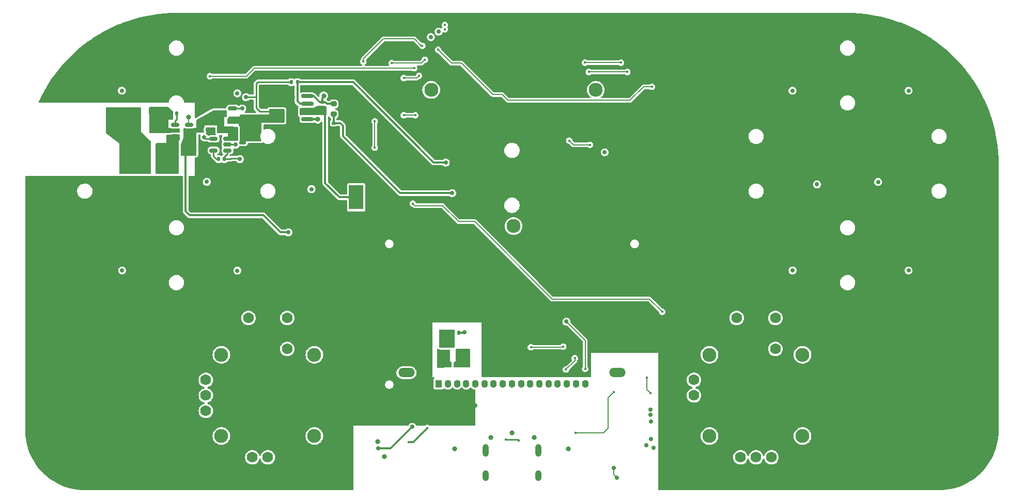
<source format=gbr>
%TF.GenerationSoftware,KiCad,Pcbnew,8.0.5*%
%TF.CreationDate,2025-03-17T19:25:21-04:00*%
%TF.ProjectId,Remote_Controller,52656d6f-7465-45f4-936f-6e74726f6c6c,rev?*%
%TF.SameCoordinates,Original*%
%TF.FileFunction,Copper,L4,Bot*%
%TF.FilePolarity,Positive*%
%FSLAX46Y46*%
G04 Gerber Fmt 4.6, Leading zero omitted, Abs format (unit mm)*
G04 Created by KiCad (PCBNEW 8.0.5) date 2025-03-17 19:25:21*
%MOMM*%
%LPD*%
G01*
G04 APERTURE LIST*
G04 Aperture macros list*
%AMRoundRect*
0 Rectangle with rounded corners*
0 $1 Rounding radius*
0 $2 $3 $4 $5 $6 $7 $8 $9 X,Y pos of 4 corners*
0 Add a 4 corners polygon primitive as box body*
4,1,4,$2,$3,$4,$5,$6,$7,$8,$9,$2,$3,0*
0 Add four circle primitives for the rounded corners*
1,1,$1+$1,$2,$3*
1,1,$1+$1,$4,$5*
1,1,$1+$1,$6,$7*
1,1,$1+$1,$8,$9*
0 Add four rect primitives between the rounded corners*
20,1,$1+$1,$2,$3,$4,$5,0*
20,1,$1+$1,$4,$5,$6,$7,0*
20,1,$1+$1,$6,$7,$8,$9,0*
20,1,$1+$1,$8,$9,$2,$3,0*%
G04 Aperture macros list end*
%TA.AperFunction,ComponentPad*%
%ADD10C,1.778000*%
%TD*%
%TA.AperFunction,ComponentPad*%
%ADD11C,2.286000*%
%TD*%
%TA.AperFunction,ComponentPad*%
%ADD12R,1.100000X1.300000*%
%TD*%
%TA.AperFunction,ComponentPad*%
%ADD13O,1.100000X1.300000*%
%TD*%
%TA.AperFunction,ComponentPad*%
%ADD14O,2.700000X1.500000*%
%TD*%
%TA.AperFunction,ComponentPad*%
%ADD15O,1.000000X2.100000*%
%TD*%
%TA.AperFunction,ComponentPad*%
%ADD16O,1.000000X1.800000*%
%TD*%
%TA.AperFunction,HeatsinkPad*%
%ADD17C,0.600000*%
%TD*%
%TA.AperFunction,SMDPad,CuDef*%
%ADD18RoundRect,0.140000X-0.140000X-0.170000X0.140000X-0.170000X0.140000X0.170000X-0.140000X0.170000X0*%
%TD*%
%TA.AperFunction,SMDPad,CuDef*%
%ADD19RoundRect,0.050000X0.150000X0.300000X-0.150000X0.300000X-0.150000X-0.300000X0.150000X-0.300000X0*%
%TD*%
%TA.AperFunction,SMDPad,CuDef*%
%ADD20RoundRect,0.250000X-0.325000X-0.650000X0.325000X-0.650000X0.325000X0.650000X-0.325000X0.650000X0*%
%TD*%
%TA.AperFunction,SMDPad,CuDef*%
%ADD21RoundRect,0.135000X-0.135000X-0.185000X0.135000X-0.185000X0.135000X0.185000X-0.135000X0.185000X0*%
%TD*%
%TA.AperFunction,SMDPad,CuDef*%
%ADD22RoundRect,0.150000X0.825000X0.150000X-0.825000X0.150000X-0.825000X-0.150000X0.825000X-0.150000X0*%
%TD*%
%TA.AperFunction,SMDPad,CuDef*%
%ADD23RoundRect,0.150000X0.587500X0.150000X-0.587500X0.150000X-0.587500X-0.150000X0.587500X-0.150000X0*%
%TD*%
%TA.AperFunction,WasherPad*%
%ADD24C,2.300000*%
%TD*%
%TA.AperFunction,ComponentPad*%
%ADD25R,2.410000X4.020000*%
%TD*%
%TA.AperFunction,ComponentPad*%
%ADD26O,2.410000X4.020000*%
%TD*%
%TA.AperFunction,SMDPad,CuDef*%
%ADD27R,2.413000X3.429000*%
%TD*%
%TA.AperFunction,SMDPad,CuDef*%
%ADD28RoundRect,0.250000X-0.650000X0.325000X-0.650000X-0.325000X0.650000X-0.325000X0.650000X0.325000X0*%
%TD*%
%TA.AperFunction,SMDPad,CuDef*%
%ADD29RoundRect,0.250000X0.250000X0.475000X-0.250000X0.475000X-0.250000X-0.475000X0.250000X-0.475000X0*%
%TD*%
%TA.AperFunction,SMDPad,CuDef*%
%ADD30RoundRect,0.140000X0.140000X0.170000X-0.140000X0.170000X-0.140000X-0.170000X0.140000X-0.170000X0*%
%TD*%
%TA.AperFunction,SMDPad,CuDef*%
%ADD31RoundRect,0.140000X-0.170000X0.140000X-0.170000X-0.140000X0.170000X-0.140000X0.170000X0.140000X0*%
%TD*%
%TA.AperFunction,SMDPad,CuDef*%
%ADD32RoundRect,0.150000X0.150000X-0.587500X0.150000X0.587500X-0.150000X0.587500X-0.150000X-0.587500X0*%
%TD*%
%TA.AperFunction,SMDPad,CuDef*%
%ADD33RoundRect,0.200000X-0.275000X0.200000X-0.275000X-0.200000X0.275000X-0.200000X0.275000X0.200000X0*%
%TD*%
%TA.AperFunction,SMDPad,CuDef*%
%ADD34RoundRect,0.135000X0.185000X-0.135000X0.185000X0.135000X-0.185000X0.135000X-0.185000X-0.135000X0*%
%TD*%
%TA.AperFunction,SMDPad,CuDef*%
%ADD35RoundRect,0.150000X0.512500X0.150000X-0.512500X0.150000X-0.512500X-0.150000X0.512500X-0.150000X0*%
%TD*%
%TA.AperFunction,SMDPad,CuDef*%
%ADD36RoundRect,0.150000X-0.512500X-0.150000X0.512500X-0.150000X0.512500X0.150000X-0.512500X0.150000X0*%
%TD*%
%TA.AperFunction,ViaPad*%
%ADD37C,0.800000*%
%TD*%
%TA.AperFunction,ViaPad*%
%ADD38C,0.450000*%
%TD*%
%TA.AperFunction,ViaPad*%
%ADD39C,0.700000*%
%TD*%
%TA.AperFunction,Conductor*%
%ADD40C,0.300000*%
%TD*%
%TA.AperFunction,Conductor*%
%ADD41C,0.250000*%
%TD*%
%TA.AperFunction,Conductor*%
%ADD42C,0.150000*%
%TD*%
%TA.AperFunction,Conductor*%
%ADD43C,0.267200*%
%TD*%
G04 APERTURE END LIST*
D10*
%TO.P,JS302,B1A,SEL+*%
%TO.N,unconnected-(JS302-SEL+-PadB1A)*%
X177825000Y-96300000D03*
%TO.P,JS302,B1B*%
%TO.N,N/C*%
X184175000Y-96300000D03*
%TO.P,JS302,B2A,SEL-*%
%TO.N,GND*%
X177825000Y-101380000D03*
%TO.P,JS302,B2B*%
%TO.N,N/C*%
X184175000Y-101380000D03*
%TO.P,JS302,H1,H+*%
%TO.N,unconnected-(JS302-H+-PadH1)*%
X178460000Y-119160000D03*
%TO.P,JS302,H2,H*%
%TO.N,unconnected-(JS302-H-PadH2)*%
X181000000Y-119160000D03*
%TO.P,JS302,H3,H-*%
%TO.N,unconnected-(JS302-H--PadH3)*%
X183540000Y-119160000D03*
D11*
%TO.P,JS302,S1,SHIELD*%
%TO.N,unconnected-(JS302-SHIELD-PadS1)*%
X173380000Y-102332500D03*
%TO.P,JS302,S2,SHIELD_1*%
%TO.N,unconnected-(JS302-SHIELD_1-PadS2)*%
X173380000Y-115667500D03*
%TO.P,JS302,S3,SHIELD_2*%
%TO.N,unconnected-(JS302-SHIELD_2-PadS3)*%
X188620000Y-115667500D03*
%TO.P,JS302,S4,SHIELD_3*%
%TO.N,unconnected-(JS302-SHIELD_3-PadS4)*%
X188620000Y-102332500D03*
D10*
%TO.P,JS302,V1,V+*%
%TO.N,+3V3*%
X170840000Y-106460000D03*
%TO.P,JS302,V2,V*%
%TO.N,RIGHT_STICK*%
X170840000Y-109000000D03*
%TO.P,JS302,V3,V-*%
%TO.N,GND*%
X170840000Y-111540000D03*
%TD*%
D12*
%TO.P,U301,1,V0*%
%TO.N,/[3] User Interface/LV0*%
X129000000Y-107082500D03*
D13*
%TO.P,U301,2,V1*%
%TO.N,/[3] User Interface/LV1*%
X130500000Y-107082500D03*
%TO.P,U301,3,V2*%
%TO.N,/[3] User Interface/LV2*%
X132000000Y-107082500D03*
%TO.P,U301,4,V3*%
%TO.N,/[3] User Interface/LV3*%
X133500000Y-107082500D03*
%TO.P,U301,5,V4*%
%TO.N,/[3] User Interface/LV4*%
X135000000Y-107082500D03*
%TO.P,U301,6,C2-*%
%TO.N,/[3] User Interface/LC2-*%
X136500000Y-107082500D03*
%TO.P,U301,7,C2+*%
%TO.N,/[3] User Interface/LC2+*%
X138000000Y-107082500D03*
%TO.P,U301,8,C1+*%
%TO.N,/[3] User Interface/LC1+*%
X139500000Y-107082500D03*
%TO.P,U301,9,C1-*%
%TO.N,/[3] User Interface/LC1-*%
X141000000Y-107082500D03*
%TO.P,U301,10,VOUT*%
%TO.N,/[3] User Interface/LVOUT*%
X142500000Y-107082500D03*
%TO.P,U301,11,VSS*%
%TO.N,GND*%
X144000000Y-107082500D03*
%TO.P,U301,12,VDD*%
%TO.N,+3V0*%
X145500000Y-107082500D03*
%TO.P,U301,13,SI*%
%TO.N,SPI_COPI*%
X147000000Y-107082500D03*
%TO.P,U301,14,SCL*%
%TO.N,SPI_CLK*%
X148500000Y-107082500D03*
%TO.P,U301,15,A0*%
%TO.N,REGISTER_SELECT*%
X150000000Y-107082500D03*
%TO.P,U301,16,/RST*%
%TO.N,{slash}RESET*%
X151500000Y-107082500D03*
%TO.P,U301,17,/CS1*%
%TO.N,{slash}CHIP_SELECT*%
X153000000Y-107082500D03*
D14*
%TO.P,U301,18,LED+*%
%TO.N,+3V0*%
X123700000Y-105282500D03*
%TO.P,U301,19,LED-*%
%TO.N,GND*%
X158300000Y-105282500D03*
%TD*%
D15*
%TO.P,J201,S1,SHIELD*%
%TO.N,unconnected-(J201-SHIELD-PadS1)_2*%
X136660000Y-118000000D03*
D16*
%TO.N,unconnected-(J201-SHIELD-PadS1)*%
X136660000Y-122180000D03*
D15*
%TO.N,unconnected-(J201-SHIELD-PadS1)_3*%
X145300000Y-118000000D03*
D16*
%TO.N,unconnected-(J201-SHIELD-PadS1)_1*%
X145300000Y-122180000D03*
%TD*%
D10*
%TO.P,JS301,B1A,SEL+*%
%TO.N,unconnected-(JS301-SEL+-PadB1A)*%
X97825000Y-96300000D03*
%TO.P,JS301,B1B*%
%TO.N,N/C*%
X104175000Y-96300000D03*
%TO.P,JS301,B2A,SEL-*%
%TO.N,GND*%
X97825000Y-101380000D03*
%TO.P,JS301,B2B*%
%TO.N,N/C*%
X104175000Y-101380000D03*
%TO.P,JS301,H1,H+*%
%TO.N,+3V3*%
X98460000Y-119160000D03*
%TO.P,JS301,H2,H*%
%TO.N,LEFT_STICK*%
X101000000Y-119160000D03*
%TO.P,JS301,H3,H-*%
%TO.N,GND*%
X103540000Y-119160000D03*
D11*
%TO.P,JS301,S1,SHIELD*%
%TO.N,unconnected-(JS301-SHIELD-PadS1)*%
X93380000Y-102332500D03*
%TO.P,JS301,S2,SHIELD_1*%
%TO.N,unconnected-(JS301-SHIELD_1-PadS2)*%
X93380000Y-115667500D03*
%TO.P,JS301,S3,SHIELD_2*%
%TO.N,unconnected-(JS301-SHIELD_2-PadS3)*%
X108620000Y-115667500D03*
%TO.P,JS301,S4,SHIELD_3*%
%TO.N,unconnected-(JS301-SHIELD_3-PadS4)*%
X108620000Y-102332500D03*
D10*
%TO.P,JS301,V1,V+*%
%TO.N,unconnected-(JS301-V+-PadV1)*%
X90840000Y-106460000D03*
%TO.P,JS301,V2,V*%
%TO.N,unconnected-(JS301-V-PadV2)*%
X90840000Y-109000000D03*
%TO.P,JS301,V3,V-*%
%TO.N,unconnected-(JS301-V--PadV3)*%
X90840000Y-111540000D03*
%TD*%
D17*
%TO.P,U202,39,GND*%
%TO.N,GND*%
X137180000Y-54200000D03*
X137180000Y-55600000D03*
X137880000Y-53500000D03*
X137880000Y-54900000D03*
X137880000Y-56300000D03*
X138555000Y-54200000D03*
X138555000Y-55600000D03*
X139280000Y-53500000D03*
X139280000Y-54900000D03*
X139280000Y-56300000D03*
X139980000Y-54200000D03*
X139980000Y-55600000D03*
%TD*%
D18*
%TO.P,C101,1*%
%TO.N,/[1] Power/BUCK_SW*%
X85081000Y-62780000D03*
%TO.P,C101,2*%
%TO.N,/[1] Power/BUCK_BST*%
X86041000Y-62780000D03*
%TD*%
%TO.P,C110,1*%
%TO.N,+3V0*%
X130840000Y-103900000D03*
%TO.P,C110,2*%
%TO.N,GND*%
X131800000Y-103900000D03*
%TD*%
D19*
%TO.P,D101,1,A1*%
%TO.N,GND*%
X111100000Y-69600000D03*
%TO.P,D101,2,A2*%
%TO.N,+9V*%
X110400000Y-69600000D03*
%TD*%
D20*
%TO.P,C104,1*%
%TO.N,+3V3*%
X80711000Y-71480000D03*
%TO.P,C104,2*%
%TO.N,GND*%
X83661000Y-71480000D03*
%TD*%
D21*
%TO.P,R102,1*%
%TO.N,/[1] Power/V_Battery*%
X104815000Y-57600000D03*
%TO.P,R102,2*%
%TO.N,/[1] Power/PW_SW_R*%
X105835000Y-57600000D03*
%TD*%
D20*
%TO.P,C105,1*%
%TO.N,+3V3*%
X80711000Y-68880000D03*
%TO.P,C105,2*%
%TO.N,GND*%
X83661000Y-68880000D03*
%TD*%
D22*
%TO.P,Q101,1,S*%
%TO.N,/[1] Power/PW_SW_R_G_S*%
X107475000Y-59895000D03*
%TO.P,Q101,2,G*%
%TO.N,/[1] Power/PW_SW_R*%
X107475000Y-61165000D03*
%TO.P,Q101,3,1*%
%TO.N,+9V*%
X107475000Y-62435000D03*
%TO.P,Q101,4,G*%
%TO.N,/[1] Power/PW_SW_R_G_S*%
X107475000Y-63705000D03*
%TO.P,Q101,5,D*%
%TO.N,/[1] Power/V_Battery*%
X102525000Y-63705000D03*
%TO.P,Q101,6,D*%
X102525000Y-62435000D03*
%TO.P,Q101,7,D*%
%TO.N,GND*%
X102525000Y-61165000D03*
%TO.P,Q101,8,D*%
X102525000Y-59895000D03*
%TD*%
D23*
%TO.P,Q102,1,G*%
%TO.N,/[1] Power/GATE_B*%
X95237500Y-61925000D03*
%TO.P,Q102,2,S*%
%TO.N,/[1] Power/V_Battery*%
X95237500Y-63825000D03*
%TO.P,Q102,3,D*%
%TO.N,VCC*%
X93362500Y-62875000D03*
%TD*%
D18*
%TO.P,C109,1*%
%TO.N,+3V3*%
X131300000Y-98700000D03*
%TO.P,C109,2*%
%TO.N,GND*%
X132260000Y-98700000D03*
%TD*%
D24*
%TO.P,BT101,*%
%TO.N,*%
X127770000Y-58865000D03*
X141260000Y-81215000D03*
X154740000Y-58865000D03*
D25*
%TO.P,BT101,1,+*%
%TO.N,+9V*%
X115480000Y-76485000D03*
D26*
%TO.P,BT101,2,-*%
%TO.N,GND*%
X115480000Y-63605000D03*
%TD*%
D27*
%TO.P,L101,1,1*%
%TO.N,/[1] Power/BUCK_SW*%
X83082000Y-63780000D03*
%TO.P,L101,2,2*%
%TO.N,+3V3*%
X77240000Y-63780000D03*
%TD*%
D28*
%TO.P,C107,1*%
%TO.N,/[1] Power/V_Battery*%
X98625000Y-66375000D03*
%TO.P,C107,2*%
%TO.N,GND*%
X98625000Y-69325000D03*
%TD*%
D29*
%TO.P,C103,1*%
%TO.N,VCC*%
X87536000Y-68680000D03*
%TO.P,C103,2*%
%TO.N,GND*%
X85636000Y-68680000D03*
%TD*%
D30*
%TO.P,C106,1*%
%TO.N,VCC*%
X93030000Y-65375000D03*
%TO.P,C106,2*%
%TO.N,GND*%
X92070000Y-65375000D03*
%TD*%
D31*
%TO.P,C102,1*%
%TO.N,/[1] Power/PWR_SW_CAP*%
X111800000Y-64320000D03*
%TO.P,C102,2*%
%TO.N,GND*%
X111800000Y-65280000D03*
%TD*%
D32*
%TO.P,U103,1,GND*%
%TO.N,GND*%
X132265000Y-102257500D03*
%TO.P,U103,2,VO*%
%TO.N,+3V0*%
X130365000Y-102257500D03*
%TO.P,U103,3,VI*%
%TO.N,+3V3*%
X131315000Y-100382500D03*
%TD*%
D33*
%TO.P,R103,1*%
%TO.N,/[1] Power/PW_SW_R_G_S*%
X111800000Y-61175000D03*
%TO.P,R103,2*%
%TO.N,/[1] Power/PWR_SW_CAP*%
X111800000Y-62825000D03*
%TD*%
D30*
%TO.P,C108,1*%
%TO.N,/[1] Power/V_Battery*%
X93880000Y-70225000D03*
%TO.P,C108,2*%
%TO.N,/[1] Power/VCAP_B*%
X92920000Y-70225000D03*
%TD*%
D34*
%TO.P,R101,1*%
%TO.N,+9V*%
X109900000Y-61920000D03*
%TO.P,R101,2*%
%TO.N,/[1] Power/PW_SW_R_G_S*%
X109900000Y-60900000D03*
%TD*%
D35*
%TO.P,U101,1,FB*%
%TO.N,+3V3*%
X88061000Y-64580000D03*
%TO.P,U101,2,EN*%
%TO.N,VCC*%
X88061000Y-65530000D03*
%TO.P,U101,3,IN*%
X88061000Y-66480000D03*
%TO.P,U101,4,GND*%
%TO.N,GND*%
X85786000Y-66480000D03*
%TO.P,U101,5,SW*%
%TO.N,/[1] Power/BUCK_SW*%
X85786000Y-65530000D03*
%TO.P,U101,6,BST*%
%TO.N,/[1] Power/BUCK_BST*%
X85786000Y-64580000D03*
%TD*%
D36*
%TO.P,U102,1,VCAP*%
%TO.N,/[1] Power/VCAP_B*%
X92112500Y-68800000D03*
%TO.P,U102,2,GND*%
%TO.N,GND*%
X92112500Y-67850000D03*
%TO.P,U102,3,EN*%
%TO.N,/[1] Power/V_Battery*%
X92112500Y-66900000D03*
%TO.P,U102,4,CATHODE*%
%TO.N,VCC*%
X94387500Y-66900000D03*
%TO.P,U102,5,GATE*%
%TO.N,/[1] Power/GATE_B*%
X94387500Y-67850000D03*
%TO.P,U102,6,ANODE*%
%TO.N,/[1] Power/V_Battery*%
X94387500Y-68800000D03*
%TD*%
D37*
%TO.N,GND*%
X215000000Y-100000000D03*
X190000000Y-120000000D03*
X180000000Y-115000000D03*
X105000000Y-90000000D03*
X215000000Y-75000000D03*
X80000000Y-105000000D03*
X110000000Y-85000000D03*
D38*
X123425000Y-64025000D03*
D37*
X190000000Y-65000000D03*
X190000000Y-110000000D03*
X144625000Y-115950000D03*
X65000000Y-80000000D03*
X180000000Y-100000000D03*
X200000000Y-115000000D03*
X100000000Y-110000000D03*
X135000000Y-85000000D03*
X65000000Y-115000000D03*
X175000000Y-85000000D03*
X105000000Y-110000000D03*
X90000000Y-115000000D03*
X95000000Y-105000000D03*
X85000000Y-105000000D03*
X110000000Y-120000000D03*
X95000000Y-90000000D03*
X200000000Y-95000000D03*
X120000000Y-80000000D03*
X180000000Y-85000000D03*
D39*
X135000000Y-110625000D03*
D37*
X85000000Y-55000000D03*
X130000000Y-90000000D03*
X118750000Y-112150000D03*
X180000000Y-60000000D03*
D38*
X159075000Y-53450000D03*
D37*
X185000000Y-90000000D03*
D39*
X134375000Y-66500000D03*
D37*
X110000000Y-90000000D03*
X140975000Y-115150000D03*
X100000000Y-95000000D03*
X85000000Y-120000000D03*
D39*
X82500000Y-73575000D03*
X91125000Y-65375000D03*
D37*
X125000000Y-95000000D03*
X80000000Y-100000000D03*
X120000000Y-90000000D03*
X195000000Y-75000000D03*
X195000000Y-100000000D03*
X120000000Y-95000000D03*
X185000000Y-50000000D03*
X115000000Y-85000000D03*
X180000000Y-95000000D03*
X85000000Y-50000000D03*
X110000000Y-100000000D03*
X155000000Y-65000000D03*
D39*
X96000000Y-83250000D03*
D37*
X195000000Y-110000000D03*
X111800000Y-66225000D03*
X75000000Y-55000000D03*
X85000000Y-95000000D03*
X215000000Y-65000000D03*
X90000000Y-90000000D03*
X200000000Y-50000000D03*
D38*
X90650000Y-57350000D03*
D37*
X200000000Y-120000000D03*
X95000000Y-110000000D03*
X190000000Y-100000000D03*
X210000000Y-65000000D03*
X175000000Y-50000000D03*
X75000000Y-50000000D03*
X205000000Y-105000000D03*
D38*
X127925000Y-52550000D03*
D37*
X185000000Y-80000000D03*
X195000000Y-80000000D03*
X80000000Y-120000000D03*
X200000000Y-90000000D03*
D39*
X133675000Y-102000000D03*
D37*
X85000000Y-80000000D03*
X105000000Y-60000000D03*
X205000000Y-110000000D03*
X140000000Y-90000000D03*
X105000000Y-85000000D03*
X175000000Y-60000000D03*
X90000000Y-50000000D03*
D38*
X128200000Y-46550000D03*
D37*
X200000000Y-110000000D03*
X75000000Y-120000000D03*
X100775000Y-59900000D03*
X175000000Y-55000000D03*
X145000000Y-85000000D03*
X205000000Y-90000000D03*
D39*
X201000000Y-68525000D03*
D37*
X170000000Y-55000000D03*
D38*
X127150000Y-52175000D03*
D37*
X170000000Y-115000000D03*
X75000000Y-80000000D03*
D38*
X130375000Y-69675000D03*
D37*
X132975000Y-103950000D03*
D39*
X163750000Y-113250000D03*
D37*
X170000000Y-95000000D03*
X70000000Y-120000000D03*
X210000000Y-70000000D03*
D38*
X130900000Y-77000000D03*
D37*
X160000000Y-85000000D03*
X80000000Y-90000000D03*
D39*
X163700000Y-111325000D03*
D37*
X90000000Y-85000000D03*
D38*
X128975000Y-46625000D03*
D37*
X75000000Y-110000000D03*
D39*
X206000000Y-82925000D03*
D37*
X110000000Y-105000000D03*
X150875000Y-47175000D03*
X170000000Y-90000000D03*
X180000000Y-110000000D03*
X135000000Y-95000000D03*
X100000000Y-100000000D03*
X85500000Y-70150000D03*
X205000000Y-115000000D03*
X120075000Y-119050000D03*
X85000000Y-85000000D03*
X170000000Y-80000000D03*
X170000000Y-100000000D03*
X75000000Y-95000000D03*
D39*
X156200000Y-77587500D03*
D38*
X125125000Y-64050000D03*
D39*
X96000000Y-53975000D03*
D37*
X195000000Y-115000000D03*
D38*
X149450000Y-66850000D03*
D37*
X105000000Y-115000000D03*
X215000000Y-85000000D03*
X195000000Y-85000000D03*
X70000000Y-90000000D03*
X170000000Y-60000000D03*
D38*
X123700000Y-77700000D03*
D37*
X200000000Y-65000000D03*
X180000000Y-55000000D03*
X100000000Y-90000000D03*
X190000000Y-50000000D03*
X185000000Y-85000000D03*
X112075000Y-69650000D03*
X90000000Y-60000000D03*
X75000000Y-90000000D03*
X105000000Y-50000000D03*
X120000000Y-75000000D03*
D38*
X154625000Y-67250000D03*
D37*
X85000000Y-110000000D03*
D38*
X115600000Y-54250000D03*
D37*
X70000000Y-110000000D03*
X210000000Y-100000000D03*
X80000000Y-115000000D03*
X175000000Y-110000000D03*
X65000000Y-110000000D03*
X85500000Y-71150000D03*
D39*
X121300000Y-61275000D03*
D37*
X195000000Y-65000000D03*
X205000000Y-100000000D03*
X215000000Y-110000000D03*
X70000000Y-95000000D03*
X185000000Y-65000000D03*
X195000000Y-120000000D03*
X205000000Y-60000000D03*
X215000000Y-115000000D03*
X205000000Y-120000000D03*
X90000000Y-55000000D03*
X215000000Y-95000000D03*
X175000000Y-65000000D03*
X210000000Y-105000000D03*
D39*
X206000000Y-53650000D03*
D37*
X115000000Y-90000000D03*
X110000000Y-95000000D03*
D38*
X160725000Y-56600000D03*
D37*
X75000000Y-100000000D03*
X95000000Y-100000000D03*
D39*
X124700000Y-52250000D03*
D37*
X70000000Y-85000000D03*
X80000000Y-95000000D03*
D38*
X152000000Y-54625000D03*
D37*
X200000000Y-85000000D03*
X131600000Y-117775000D03*
X100750000Y-61175000D03*
X160000000Y-75000000D03*
X200000000Y-105000000D03*
X119000000Y-116625000D03*
X170000000Y-120000000D03*
X160000000Y-95000000D03*
X195000000Y-95000000D03*
D38*
X117550000Y-64475000D03*
D37*
X90000000Y-120000000D03*
X175000000Y-70000000D03*
X145000000Y-95000000D03*
X105000000Y-105000000D03*
X100000000Y-50000000D03*
X170000000Y-70000000D03*
X210000000Y-120000000D03*
X90000000Y-95000000D03*
X100000000Y-105000000D03*
D39*
X190975000Y-68600000D03*
D37*
X185000000Y-60000000D03*
X85500000Y-72225000D03*
D39*
X132000000Y-110625000D03*
D37*
X110000000Y-50000000D03*
X205000000Y-65000000D03*
X100000000Y-115000000D03*
X190000000Y-90000000D03*
X80000000Y-50000000D03*
X95000000Y-95000000D03*
X180000000Y-105000000D03*
D38*
X119500000Y-68350000D03*
D37*
X70000000Y-80000000D03*
X160000000Y-100000000D03*
X185000000Y-55000000D03*
X180000000Y-50000000D03*
X185000000Y-105000000D03*
X190000000Y-80000000D03*
X215000000Y-105000000D03*
X175000000Y-100000000D03*
X75000000Y-85000000D03*
X205000000Y-80000000D03*
X65000000Y-100000000D03*
X65000000Y-75000000D03*
X180000000Y-65000000D03*
X70000000Y-115000000D03*
X180000000Y-80000000D03*
X137525000Y-115900000D03*
X95000000Y-50000000D03*
X150200000Y-117750000D03*
D39*
X133600000Y-103175000D03*
D37*
X95000000Y-120000000D03*
X175000000Y-75000000D03*
X195000000Y-70000000D03*
D39*
X133250000Y-98675000D03*
D37*
X170000000Y-75000000D03*
X125650000Y-108800000D03*
D38*
X164825000Y-58925000D03*
D37*
X185000000Y-75000000D03*
D38*
X127250000Y-46550000D03*
D39*
X123400000Y-52250000D03*
D37*
X120000000Y-70000000D03*
X145000000Y-80000000D03*
X160000000Y-90000000D03*
X210000000Y-60000000D03*
X70000000Y-105000000D03*
X195000000Y-50000000D03*
X210000000Y-115000000D03*
X100400000Y-69325000D03*
X80000000Y-110000000D03*
X170000000Y-85000000D03*
X90000000Y-100000000D03*
X215000000Y-60000000D03*
D38*
X152775000Y-56600000D03*
D37*
X210000000Y-110000000D03*
X210000000Y-80000000D03*
X130000000Y-95000000D03*
X195000000Y-105000000D03*
X210000000Y-55000000D03*
X190000000Y-85000000D03*
X200000000Y-60000000D03*
X75000000Y-60000000D03*
D38*
X90050000Y-69600000D03*
D39*
X133500000Y-110625000D03*
D37*
X65000000Y-90000000D03*
X70000000Y-55000000D03*
X85000000Y-100000000D03*
X170000000Y-65000000D03*
D39*
X129900000Y-46675000D03*
D37*
X185000000Y-110000000D03*
X175000000Y-120000000D03*
X185000000Y-70000000D03*
X215000000Y-90000000D03*
X65000000Y-95000000D03*
X65000000Y-105000000D03*
X200000000Y-100000000D03*
X210000000Y-85000000D03*
X205000000Y-70000000D03*
X80000000Y-80000000D03*
X110000000Y-110000000D03*
D39*
X163725000Y-112225000D03*
D37*
X115000000Y-50000000D03*
X215000000Y-120000000D03*
X75000000Y-115000000D03*
X160000000Y-70000000D03*
X100000000Y-85000000D03*
X125000000Y-90000000D03*
D38*
X97150000Y-58775000D03*
D37*
X160000000Y-80000000D03*
X200000000Y-75000000D03*
X205000000Y-75000000D03*
X195000000Y-55000000D03*
X190000000Y-95000000D03*
X210000000Y-90000000D03*
X190000000Y-105000000D03*
X175000000Y-90000000D03*
X215000000Y-70000000D03*
X210000000Y-95000000D03*
D39*
X130500000Y-110625000D03*
D37*
X205000000Y-95000000D03*
X200000000Y-55000000D03*
X70000000Y-100000000D03*
X75000000Y-105000000D03*
X80000000Y-85000000D03*
D38*
X165875000Y-94250000D03*
D37*
X175000000Y-80000000D03*
X215000000Y-80000000D03*
X200000000Y-80000000D03*
X125000000Y-85000000D03*
X85000000Y-115000000D03*
X115000000Y-60000000D03*
X160000000Y-65000000D03*
X90600000Y-68100000D03*
X170000000Y-50000000D03*
X185000000Y-115000000D03*
X180000000Y-90000000D03*
X175000000Y-95000000D03*
X65000000Y-85000000D03*
X175000000Y-105000000D03*
D39*
%TO.N,VCC*%
X104362500Y-82237500D03*
%TO.N,+3V3*%
X163775000Y-116150000D03*
X187000000Y-88500000D03*
X156200000Y-69112500D03*
X201000000Y-73975000D03*
D37*
X79300000Y-71525000D03*
D38*
X130000000Y-48900000D03*
D39*
X186975000Y-59000000D03*
D37*
X75175000Y-62500000D03*
D39*
X130450000Y-98700000D03*
X127700000Y-50200000D03*
D38*
X130000000Y-48200000D03*
D37*
X79800000Y-67475000D03*
X88025000Y-63325000D03*
D39*
X163000000Y-117200000D03*
X129000000Y-49300000D03*
D37*
X75200000Y-63675000D03*
D39*
X96000000Y-88525000D03*
X77075000Y-59000000D03*
D37*
X77425000Y-69850000D03*
D39*
X206000000Y-88500000D03*
X96000000Y-59425000D03*
X191000000Y-74375000D03*
X108150000Y-75150000D03*
D37*
X79300000Y-69850000D03*
D39*
X164175000Y-117600000D03*
D37*
X77400000Y-71550000D03*
D39*
X130025000Y-99600000D03*
X91000000Y-73950000D03*
X77125000Y-88500000D03*
X129500000Y-98700000D03*
D37*
X75175000Y-65200000D03*
D39*
X206000000Y-59000000D03*
%TO.N,/[1] Power/V_Battery*%
X97425000Y-60050000D03*
X96400000Y-70225000D03*
X98475000Y-64675000D03*
X90575000Y-66650000D03*
%TO.N,+3V0*%
X129125000Y-102375000D03*
X129125000Y-103375000D03*
D37*
X129925000Y-103975000D03*
D39*
%TO.N,VBUS*%
X119075000Y-117725000D03*
X124650000Y-114150000D03*
D38*
%TO.N,/[2] Microcontroller And Bluetooth/ENABLE*%
X124750000Y-77525000D03*
X165625000Y-95275000D03*
%TO.N,RECORD_DATA*%
X152975000Y-54400000D03*
X158850000Y-54400000D03*
%TO.N,LOCK_ROBOT*%
X159900000Y-55925000D03*
X153600000Y-55925000D03*
%TO.N,CONNECT_BT*%
X121300000Y-54475000D03*
X126725000Y-53925000D03*
%TO.N,FUNC_6*%
X124975000Y-55300000D03*
X91475000Y-56625000D03*
%TO.N,FUNC_7*%
X125775000Y-56550000D03*
X123275000Y-56925000D03*
%TO.N,FUNC_8*%
X125150000Y-63025000D03*
X123275000Y-63025000D03*
%TO.N,/[2] Microcontroller And Bluetooth/D_RAW+*%
X140000000Y-116225000D03*
X142124970Y-116425604D03*
D39*
%TO.N,/[1] Power/GATE_B*%
X95700000Y-67850000D03*
X96800000Y-61925000D03*
D38*
%TO.N,/[1] Power/GATE_U*%
X127125000Y-114350000D03*
X124075000Y-116650000D03*
%TO.N,/[2] Microcontroller And Bluetooth/IO0*%
X151450000Y-115125000D03*
X153775000Y-67875000D03*
X157675000Y-108475000D03*
X150400000Y-67200000D03*
D39*
%TO.N,/[2] Microcontroller And Bluetooth/DTR_R*%
X158225000Y-122500000D03*
X157725000Y-120875000D03*
D38*
%TO.N,RIGHT_STICK*%
X163950000Y-58350000D03*
X128900000Y-52275000D03*
%TO.N,LEFT_STICK*%
X118525000Y-68350000D03*
X118525000Y-64050000D03*
X126300000Y-51625000D03*
X116650000Y-54225000D03*
%TO.N,SPI_COPI*%
X144100000Y-101100000D03*
X149400000Y-101000000D03*
D39*
%TO.N,{slash}CHIP_SELECT*%
X149925000Y-96900000D03*
D38*
X153000000Y-104625000D03*
%TO.N,REGISTER_SELECT*%
X151300000Y-102900000D03*
X149850000Y-104750000D03*
%TO.N,/[2] Microcontroller And Bluetooth/UART_RX*%
X163700000Y-108650000D03*
X163100000Y-106100000D03*
D39*
%TO.N,/[1] Power/PWR_SW_CAP*%
X131200000Y-75800000D03*
D37*
%TO.N,/[1] Power/PW_SW_R_G_S*%
X109150000Y-63700000D03*
X110150000Y-59825000D03*
D39*
%TO.N,/[1] Power/PW_SW_R*%
X130150000Y-70800000D03*
%TD*%
D40*
%TO.N,+9V*%
X110400000Y-62950000D02*
X110400000Y-69600000D01*
X109900000Y-62450000D02*
X110400000Y-62950000D01*
X112735000Y-76485000D02*
X115480000Y-76485000D01*
X110400000Y-74150000D02*
X112735000Y-76485000D01*
X110400000Y-69600000D02*
X110400000Y-74150000D01*
X109900000Y-61920000D02*
X109900000Y-62450000D01*
%TO.N,GND*%
X111100000Y-69600000D02*
X112025000Y-69600000D01*
D41*
X92070000Y-65375000D02*
X91125000Y-65375000D01*
D40*
X132260000Y-98700000D02*
X133225000Y-98700000D01*
X133225000Y-98700000D02*
X133250000Y-98675000D01*
D41*
X92112500Y-67850000D02*
X90850000Y-67850000D01*
D40*
X112025000Y-69600000D02*
X112075000Y-69650000D01*
D41*
X90850000Y-67850000D02*
X90600000Y-68100000D01*
D40*
X98625000Y-69325000D02*
X100400000Y-69325000D01*
X111800000Y-65280000D02*
X111800000Y-66225000D01*
D41*
%TO.N,/[1] Power/BUCK_BST*%
X86041000Y-62780000D02*
X86041000Y-63659000D01*
X86041000Y-63659000D02*
X85786000Y-63914000D01*
X85786000Y-63914000D02*
X85786000Y-64580000D01*
D40*
%TO.N,VCC*%
X88211000Y-79450000D02*
X87536000Y-78775000D01*
X104362500Y-82237500D02*
X103062500Y-82237500D01*
X103062500Y-82237500D02*
X100275000Y-79450000D01*
X100275000Y-79450000D02*
X88211000Y-79450000D01*
X87536000Y-78775000D02*
X87536000Y-68680000D01*
D42*
%TO.N,+3V3*%
X88025000Y-63325000D02*
X88025000Y-64544000D01*
X88025000Y-64544000D02*
X88061000Y-64580000D01*
D41*
%TO.N,/[1] Power/V_Battery*%
X94387500Y-69312500D02*
X94387500Y-68800000D01*
X95000000Y-70125000D02*
X94900000Y-70225000D01*
X97425000Y-60050000D02*
X99100000Y-60050000D01*
X104815000Y-57600000D02*
X99350000Y-57600000D01*
X96400000Y-70225000D02*
X96300000Y-70125000D01*
X99685000Y-62435000D02*
X102525000Y-62435000D01*
X96300000Y-70125000D02*
X95000000Y-70125000D01*
X99350000Y-57600000D02*
X99100000Y-57850000D01*
X93880000Y-70225000D02*
X93880000Y-69820000D01*
X98475000Y-64700000D02*
X98475000Y-64675000D01*
X99100000Y-57850000D02*
X99100000Y-60050000D01*
X99100000Y-61850000D02*
X99685000Y-62435000D01*
X99100000Y-60050000D02*
X99100000Y-61850000D01*
X92112500Y-66900000D02*
X90825000Y-66900000D01*
X90825000Y-66900000D02*
X90575000Y-66650000D01*
X93880000Y-69820000D02*
X94387500Y-69312500D01*
X94900000Y-70225000D02*
X93880000Y-70225000D01*
%TO.N,/[1] Power/VCAP_B*%
X92920000Y-70225000D02*
X92575000Y-70225000D01*
X92112500Y-69762500D02*
X92112500Y-68800000D01*
X92575000Y-70225000D02*
X92112500Y-69762500D01*
D40*
%TO.N,VBUS*%
X121075000Y-117725000D02*
X124650000Y-114150000D01*
X119075000Y-117725000D02*
X121075000Y-117725000D01*
D42*
%TO.N,/[2] Microcontroller And Bluetooth/ENABLE*%
X147600000Y-93200000D02*
X163550000Y-93200000D01*
X132275000Y-80475000D02*
X134875000Y-80475000D01*
X129675000Y-77875000D02*
X132275000Y-80475000D01*
X134875000Y-80475000D02*
X147600000Y-93200000D01*
X125100000Y-77875000D02*
X129675000Y-77875000D01*
X124750000Y-77525000D02*
X125100000Y-77875000D01*
X163550000Y-93200000D02*
X165625000Y-95275000D01*
%TO.N,RECORD_DATA*%
X158850000Y-54400000D02*
X152975000Y-54400000D01*
%TO.N,LOCK_ROBOT*%
X159900000Y-55925000D02*
X153600000Y-55925000D01*
%TO.N,CONNECT_BT*%
X121300000Y-54475000D02*
X126175000Y-54475000D01*
X126175000Y-54475000D02*
X126725000Y-53925000D01*
%TO.N,FUNC_6*%
X98800000Y-55300000D02*
X124975000Y-55300000D01*
X98500000Y-55600000D02*
X98800000Y-55300000D01*
X91475000Y-56625000D02*
X97475000Y-56625000D01*
X97475000Y-56625000D02*
X98500000Y-55600000D01*
%TO.N,FUNC_7*%
X123275000Y-56925000D02*
X125400000Y-56925000D01*
X125400000Y-56925000D02*
X125775000Y-56550000D01*
%TO.N,FUNC_8*%
X123275000Y-63025000D02*
X125150000Y-63025000D01*
D43*
%TO.N,/[2] Microcontroller And Bluetooth/D_RAW+*%
X140000000Y-116225000D02*
X141924366Y-116225000D01*
X141924366Y-116225000D02*
X142124970Y-116425604D01*
D41*
%TO.N,/[1] Power/GATE_B*%
X96800000Y-61925000D02*
X95237500Y-61925000D01*
X94387500Y-67850000D02*
X95700000Y-67850000D01*
D40*
%TO.N,/[1] Power/GATE_U*%
X124075000Y-116650000D02*
X124825000Y-116650000D01*
X124825000Y-116650000D02*
X127125000Y-114350000D01*
D42*
%TO.N,/[2] Microcontroller And Bluetooth/IO0*%
X153775000Y-67875000D02*
X151075000Y-67875000D01*
X156775000Y-109375000D02*
X156775000Y-114350000D01*
X157675000Y-108475000D02*
X156775000Y-109375000D01*
X156775000Y-114350000D02*
X156000000Y-115125000D01*
X156000000Y-115125000D02*
X151450000Y-115125000D01*
X151075000Y-67875000D02*
X150400000Y-67200000D01*
%TO.N,/[2] Microcontroller And Bluetooth/DTR_R*%
X157725000Y-122000000D02*
X158225000Y-122500000D01*
X157725000Y-120875000D02*
X157725000Y-122000000D01*
%TO.N,RIGHT_STICK*%
X160350000Y-60575000D02*
X140350000Y-60575000D01*
X140350000Y-60575000D02*
X139400000Y-59625000D01*
X139400000Y-59625000D02*
X137850000Y-59625000D01*
X131100000Y-54475000D02*
X128900000Y-52275000D01*
X137850000Y-59625000D02*
X132700000Y-54475000D01*
X162575000Y-58350000D02*
X160350000Y-60575000D01*
X132700000Y-54475000D02*
X131100000Y-54475000D01*
X163950000Y-58350000D02*
X162575000Y-58350000D01*
%TO.N,LEFT_STICK*%
X118525000Y-64050000D02*
X118525000Y-68350000D01*
X116650000Y-53800000D02*
X119950000Y-50500000D01*
X116650000Y-54225000D02*
X116650000Y-53800000D01*
X125025000Y-50500000D02*
X126150000Y-51625000D01*
X119950000Y-50500000D02*
X125025000Y-50500000D01*
X126150000Y-51625000D02*
X126300000Y-51625000D01*
%TO.N,SPI_COPI*%
X149400000Y-101000000D02*
X149300000Y-101100000D01*
X149300000Y-101100000D02*
X144100000Y-101100000D01*
%TO.N,{slash}CHIP_SELECT*%
X153000000Y-99975000D02*
X153000000Y-104625000D01*
X149925000Y-96900000D02*
X153000000Y-99975000D01*
%TO.N,REGISTER_SELECT*%
X151300000Y-102900000D02*
X151300000Y-103300000D01*
X151300000Y-103300000D02*
X149850000Y-104750000D01*
%TO.N,/[2] Microcontroller And Bluetooth/UART_RX*%
X163100000Y-106100000D02*
X163100000Y-108050000D01*
X163100000Y-108050000D02*
X163700000Y-108650000D01*
D40*
%TO.N,/[1] Power/PWR_SW_CAP*%
X112870000Y-64320000D02*
X112875000Y-64325000D01*
X113300000Y-66425000D02*
X122675000Y-75800000D01*
X111800000Y-62825000D02*
X111800000Y-64320000D01*
X122675000Y-75800000D02*
X131200000Y-75800000D01*
X112875000Y-64325000D02*
X113300000Y-64750000D01*
X113300000Y-64750000D02*
X113300000Y-66425000D01*
X111800000Y-64320000D02*
X112870000Y-64320000D01*
%TO.N,/[1] Power/PW_SW_R_G_S*%
X107475000Y-63705000D02*
X109145000Y-63705000D01*
X107475000Y-59895000D02*
X108520000Y-59895000D01*
X110675000Y-61175000D02*
X111800000Y-61175000D01*
X108520000Y-59895000D02*
X109525000Y-60900000D01*
X110400000Y-60900000D02*
X110675000Y-61175000D01*
X110150000Y-59825000D02*
X110150000Y-59975000D01*
X109900000Y-60225000D02*
X109900000Y-60900000D01*
X109900000Y-60900000D02*
X110400000Y-60900000D01*
X110150000Y-59975000D02*
X109900000Y-60225000D01*
X109525000Y-60900000D02*
X109900000Y-60900000D01*
X109145000Y-63705000D02*
X109150000Y-63700000D01*
%TO.N,/[1] Power/PW_SW_R*%
X128175000Y-70800000D02*
X130150000Y-70800000D01*
X105835000Y-57600000D02*
X114975000Y-57600000D01*
X106265000Y-61165000D02*
X105835000Y-60735000D01*
X114975000Y-57600000D02*
X128175000Y-70800000D01*
X107475000Y-61165000D02*
X106265000Y-61165000D01*
X105835000Y-60735000D02*
X105835000Y-57600000D01*
%TD*%
%TA.AperFunction,Conductor*%
%TO.N,+3V3*%
G36*
X131592121Y-98195002D02*
G01*
X131638614Y-98248658D01*
X131650000Y-98301000D01*
X131650000Y-101049000D01*
X131629998Y-101117121D01*
X131576342Y-101163614D01*
X131524000Y-101175000D01*
X129201000Y-101175000D01*
X129132879Y-101154998D01*
X129086386Y-101101342D01*
X129075000Y-101049000D01*
X129075000Y-98301000D01*
X129095002Y-98232879D01*
X129148658Y-98186386D01*
X129201000Y-98175000D01*
X131524000Y-98175000D01*
X131592121Y-98195002D01*
G37*
%TD.AperFunction*%
%TD*%
%TA.AperFunction,Conductor*%
%TO.N,GND*%
G36*
X196001222Y-46250524D02*
G01*
X196969245Y-46269533D01*
X196974109Y-46269725D01*
X197939354Y-46326648D01*
X197944276Y-46327035D01*
X198906555Y-46421812D01*
X198911387Y-46422383D01*
X199869246Y-46554871D01*
X199874094Y-46555639D01*
X200826009Y-46725630D01*
X200830780Y-46726580D01*
X201775260Y-46933805D01*
X201780027Y-46934949D01*
X202560366Y-47138576D01*
X202715620Y-47179089D01*
X202720380Y-47180431D01*
X203645655Y-47461110D01*
X203650298Y-47462618D01*
X204453005Y-47740973D01*
X204563897Y-47779427D01*
X204568538Y-47781140D01*
X205468911Y-48133539D01*
X205473482Y-48135432D01*
X205621097Y-48200000D01*
X206359387Y-48522935D01*
X206363819Y-48524978D01*
X207233820Y-48946958D01*
X207238211Y-48949195D01*
X208090965Y-49405002D01*
X208095253Y-49407404D01*
X208929465Y-49896345D01*
X208933683Y-49898930D01*
X209272812Y-50116020D01*
X209748010Y-50420214D01*
X209752075Y-50422930D01*
X210545371Y-50975826D01*
X210549370Y-50978732D01*
X211320298Y-51562309D01*
X211324158Y-51565352D01*
X212071600Y-52178762D01*
X212075357Y-52181970D01*
X212798138Y-52824249D01*
X212801745Y-52827583D01*
X213498773Y-53497763D01*
X213502236Y-53501226D01*
X214172404Y-54198241D01*
X214175752Y-54201863D01*
X214806771Y-54911974D01*
X214818024Y-54924637D01*
X214821235Y-54928397D01*
X215330603Y-55549063D01*
X215434637Y-55675828D01*
X215437695Y-55679708D01*
X215695263Y-56019965D01*
X216021264Y-56450625D01*
X216024173Y-56454628D01*
X216089839Y-56548846D01*
X216571209Y-57239516D01*
X216577053Y-57247900D01*
X216579792Y-57252001D01*
X216664307Y-57384026D01*
X217101069Y-58066316D01*
X217103654Y-58070534D01*
X217592595Y-58904746D01*
X217595006Y-58909051D01*
X217708012Y-59120470D01*
X218050804Y-59761789D01*
X218053050Y-59766197D01*
X218081572Y-59825002D01*
X218465940Y-60617457D01*
X218475002Y-60636139D01*
X218477074Y-60640633D01*
X218864567Y-61526517D01*
X218866460Y-61531088D01*
X219218859Y-62431461D01*
X219220572Y-62436102D01*
X219424785Y-63025000D01*
X219489976Y-63212997D01*
X219537368Y-63349662D01*
X219538896Y-63354368D01*
X219819567Y-64279617D01*
X219820910Y-64284379D01*
X220065044Y-65219950D01*
X220066199Y-65224761D01*
X220273411Y-66169178D01*
X220274377Y-66174031D01*
X220444357Y-67125886D01*
X220445131Y-67130772D01*
X220577611Y-68088572D01*
X220578192Y-68093486D01*
X220672963Y-69055718D01*
X220673351Y-69060650D01*
X220730272Y-70025849D01*
X220730467Y-70030793D01*
X220749476Y-70998777D01*
X220749500Y-71001251D01*
X220749500Y-114798081D01*
X220749443Y-114801887D01*
X220731827Y-115384861D01*
X220731367Y-115392458D01*
X220678760Y-115971372D01*
X220677843Y-115978928D01*
X220590374Y-116553634D01*
X220589002Y-116561120D01*
X220466994Y-117129493D01*
X220465172Y-117136883D01*
X220309075Y-117696830D01*
X220306811Y-117704096D01*
X220117181Y-118253624D01*
X220114482Y-118260741D01*
X219892024Y-118797803D01*
X219888900Y-118804744D01*
X219634420Y-119327397D01*
X219630883Y-119334136D01*
X219345309Y-119840470D01*
X219341371Y-119846984D01*
X219025748Y-120335149D01*
X219021425Y-120341412D01*
X218676904Y-120809629D01*
X218672210Y-120815621D01*
X218300044Y-121262188D01*
X218294997Y-121267885D01*
X217896547Y-121691165D01*
X217891165Y-121696547D01*
X217467885Y-122094997D01*
X217462188Y-122100044D01*
X217015621Y-122472210D01*
X217009629Y-122476904D01*
X216541412Y-122821425D01*
X216535149Y-122825748D01*
X216046984Y-123141371D01*
X216040470Y-123145309D01*
X215534136Y-123430883D01*
X215527397Y-123434420D01*
X215004744Y-123688900D01*
X214997803Y-123692024D01*
X214460741Y-123914482D01*
X214453624Y-123917181D01*
X213904096Y-124106811D01*
X213896830Y-124109075D01*
X213336883Y-124265172D01*
X213329493Y-124266994D01*
X212761120Y-124389002D01*
X212753634Y-124390374D01*
X212178928Y-124477843D01*
X212171372Y-124478760D01*
X211592458Y-124531367D01*
X211584861Y-124531827D01*
X211014683Y-124549056D01*
X211001885Y-124549443D01*
X210998081Y-124549500D01*
X165126000Y-124549500D01*
X165057879Y-124529498D01*
X165011386Y-124475842D01*
X165000000Y-124423500D01*
X165000000Y-119160000D01*
X177265404Y-119160000D01*
X177285744Y-119379507D01*
X177311189Y-119468939D01*
X177346072Y-119591538D01*
X177444334Y-119788874D01*
X177444335Y-119788875D01*
X177577181Y-119964793D01*
X177740095Y-120113308D01*
X177740096Y-120113309D01*
X177927513Y-120229353D01*
X177927520Y-120229356D01*
X177927523Y-120229358D01*
X177927527Y-120229359D01*
X177927528Y-120229360D01*
X178133078Y-120308991D01*
X178133083Y-120308993D01*
X178349777Y-120349500D01*
X178349779Y-120349500D01*
X178570221Y-120349500D01*
X178570223Y-120349500D01*
X178786917Y-120308993D01*
X178992477Y-120229358D01*
X178992482Y-120229354D01*
X178992486Y-120229353D01*
X179179903Y-120113309D01*
X179179902Y-120113309D01*
X179179905Y-120113308D01*
X179342817Y-119964794D01*
X179475666Y-119788874D01*
X179573928Y-119591538D01*
X179608810Y-119468938D01*
X179646690Y-119408892D01*
X179711021Y-119378858D01*
X179781377Y-119388371D01*
X179835422Y-119434411D01*
X179851189Y-119468937D01*
X179886072Y-119591538D01*
X179984334Y-119788874D01*
X179984335Y-119788875D01*
X180117181Y-119964793D01*
X180280095Y-120113308D01*
X180280096Y-120113309D01*
X180467513Y-120229353D01*
X180467520Y-120229356D01*
X180467523Y-120229358D01*
X180467527Y-120229359D01*
X180467528Y-120229360D01*
X180673078Y-120308991D01*
X180673083Y-120308993D01*
X180889777Y-120349500D01*
X180889779Y-120349500D01*
X181110221Y-120349500D01*
X181110223Y-120349500D01*
X181326917Y-120308993D01*
X181532477Y-120229358D01*
X181532482Y-120229354D01*
X181532486Y-120229353D01*
X181719903Y-120113309D01*
X181719902Y-120113309D01*
X181719905Y-120113308D01*
X181882817Y-119964794D01*
X182015666Y-119788874D01*
X182113928Y-119591538D01*
X182148810Y-119468938D01*
X182186690Y-119408892D01*
X182251021Y-119378858D01*
X182321377Y-119388371D01*
X182375422Y-119434411D01*
X182391189Y-119468937D01*
X182426072Y-119591538D01*
X182524334Y-119788874D01*
X182524335Y-119788875D01*
X182657181Y-119964793D01*
X182820095Y-120113308D01*
X182820096Y-120113309D01*
X183007513Y-120229353D01*
X183007520Y-120229356D01*
X183007523Y-120229358D01*
X183007527Y-120229359D01*
X183007528Y-120229360D01*
X183213078Y-120308991D01*
X183213083Y-120308993D01*
X183429777Y-120349500D01*
X183429779Y-120349500D01*
X183650221Y-120349500D01*
X183650223Y-120349500D01*
X183866917Y-120308993D01*
X184072477Y-120229358D01*
X184072482Y-120229354D01*
X184072486Y-120229353D01*
X184259903Y-120113309D01*
X184259902Y-120113309D01*
X184259905Y-120113308D01*
X184422817Y-119964794D01*
X184555666Y-119788874D01*
X184653928Y-119591538D01*
X184714256Y-119379506D01*
X184734596Y-119160000D01*
X184714256Y-118940494D01*
X184653928Y-118728462D01*
X184555666Y-118531126D01*
X184474945Y-118424234D01*
X184422818Y-118355206D01*
X184259904Y-118206691D01*
X184259903Y-118206690D01*
X184072486Y-118090646D01*
X184072471Y-118090639D01*
X183866921Y-118011008D01*
X183866922Y-118011008D01*
X183866917Y-118011007D01*
X183650223Y-117970500D01*
X183429777Y-117970500D01*
X183266258Y-118001066D01*
X183213077Y-118011008D01*
X183007528Y-118090639D01*
X183007513Y-118090646D01*
X182820096Y-118206690D01*
X182820095Y-118206691D01*
X182657181Y-118355206D01*
X182524335Y-118531124D01*
X182426072Y-118728462D01*
X182426069Y-118728470D01*
X182391190Y-118851060D01*
X182353310Y-118911107D01*
X182288979Y-118941141D01*
X182218623Y-118931628D01*
X182164578Y-118885588D01*
X182148810Y-118851060D01*
X182113930Y-118728470D01*
X182113928Y-118728462D01*
X182015666Y-118531126D01*
X181934945Y-118424234D01*
X181882818Y-118355206D01*
X181719904Y-118206691D01*
X181719903Y-118206690D01*
X181532486Y-118090646D01*
X181532471Y-118090639D01*
X181326921Y-118011008D01*
X181326922Y-118011008D01*
X181326917Y-118011007D01*
X181110223Y-117970500D01*
X180889777Y-117970500D01*
X180726258Y-118001066D01*
X180673077Y-118011008D01*
X180467528Y-118090639D01*
X180467513Y-118090646D01*
X180280096Y-118206690D01*
X180280095Y-118206691D01*
X180117181Y-118355206D01*
X179984335Y-118531124D01*
X179886072Y-118728462D01*
X179886069Y-118728470D01*
X179851190Y-118851060D01*
X179813310Y-118911107D01*
X179748979Y-118941141D01*
X179678623Y-118931628D01*
X179624578Y-118885588D01*
X179608810Y-118851060D01*
X179573930Y-118728470D01*
X179573928Y-118728462D01*
X179475666Y-118531126D01*
X179394945Y-118424234D01*
X179342818Y-118355206D01*
X179179904Y-118206691D01*
X179179903Y-118206690D01*
X178992486Y-118090646D01*
X178992471Y-118090639D01*
X178786921Y-118011008D01*
X178786922Y-118011008D01*
X178786917Y-118011007D01*
X178570223Y-117970500D01*
X178349777Y-117970500D01*
X178186258Y-118001066D01*
X178133077Y-118011008D01*
X177927528Y-118090639D01*
X177927513Y-118090646D01*
X177740096Y-118206690D01*
X177740095Y-118206691D01*
X177577181Y-118355206D01*
X177444335Y-118531124D01*
X177346072Y-118728462D01*
X177346069Y-118728470D01*
X177285744Y-118940492D01*
X177265404Y-119160000D01*
X165000000Y-119160000D01*
X165000000Y-115667500D01*
X171931553Y-115667500D01*
X171948965Y-115877633D01*
X171951309Y-115905914D01*
X172010032Y-116137806D01*
X172010035Y-116137813D01*
X172106128Y-116356884D01*
X172236969Y-116557152D01*
X172236972Y-116557155D01*
X172398994Y-116733157D01*
X172587775Y-116880091D01*
X172798165Y-116993949D01*
X173024427Y-117071625D01*
X173260388Y-117111000D01*
X173260392Y-117111000D01*
X173499608Y-117111000D01*
X173499612Y-117111000D01*
X173735573Y-117071625D01*
X173961835Y-116993949D01*
X174172225Y-116880091D01*
X174361006Y-116733157D01*
X174523028Y-116557155D01*
X174653871Y-116356885D01*
X174749966Y-116137810D01*
X174808692Y-115905907D01*
X174828447Y-115667500D01*
X187171553Y-115667500D01*
X187188965Y-115877633D01*
X187191309Y-115905914D01*
X187250032Y-116137806D01*
X187250035Y-116137813D01*
X187346128Y-116356884D01*
X187476969Y-116557152D01*
X187476972Y-116557155D01*
X187638994Y-116733157D01*
X187827775Y-116880091D01*
X188038165Y-116993949D01*
X188264427Y-117071625D01*
X188500388Y-117111000D01*
X188500392Y-117111000D01*
X188739608Y-117111000D01*
X188739612Y-117111000D01*
X188975573Y-117071625D01*
X189201835Y-116993949D01*
X189412225Y-116880091D01*
X189601006Y-116733157D01*
X189763028Y-116557155D01*
X189893871Y-116356885D01*
X189989966Y-116137810D01*
X190048692Y-115905907D01*
X190068447Y-115667500D01*
X190048692Y-115429093D01*
X189989966Y-115197190D01*
X189893871Y-114978115D01*
X189819186Y-114863801D01*
X189763030Y-114777847D01*
X189763025Y-114777842D01*
X189749082Y-114762696D01*
X189601006Y-114601843D01*
X189453691Y-114487183D01*
X189412227Y-114454910D01*
X189309720Y-114399436D01*
X189201835Y-114341051D01*
X189201831Y-114341049D01*
X189201830Y-114341049D01*
X188975577Y-114263376D01*
X188975570Y-114263374D01*
X188874584Y-114246523D01*
X188739612Y-114224000D01*
X188500388Y-114224000D01*
X188382302Y-114243705D01*
X188264429Y-114263374D01*
X188264422Y-114263376D01*
X188038169Y-114341049D01*
X187827772Y-114454910D01*
X187638994Y-114601843D01*
X187476974Y-114777842D01*
X187476969Y-114777847D01*
X187346128Y-114978115D01*
X187250035Y-115197186D01*
X187250032Y-115197193D01*
X187191309Y-115429085D01*
X187191308Y-115429091D01*
X187191308Y-115429093D01*
X187171553Y-115667500D01*
X174828447Y-115667500D01*
X174808692Y-115429093D01*
X174749966Y-115197190D01*
X174653871Y-114978115D01*
X174579186Y-114863801D01*
X174523030Y-114777847D01*
X174523025Y-114777842D01*
X174509082Y-114762696D01*
X174361006Y-114601843D01*
X174213691Y-114487183D01*
X174172227Y-114454910D01*
X174069720Y-114399436D01*
X173961835Y-114341051D01*
X173961831Y-114341049D01*
X173961830Y-114341049D01*
X173735577Y-114263376D01*
X173735570Y-114263374D01*
X173634584Y-114246523D01*
X173499612Y-114224000D01*
X173260388Y-114224000D01*
X173142302Y-114243705D01*
X173024429Y-114263374D01*
X173024422Y-114263376D01*
X172798169Y-114341049D01*
X172587772Y-114454910D01*
X172398994Y-114601843D01*
X172236974Y-114777842D01*
X172236969Y-114777847D01*
X172106128Y-114978115D01*
X172010035Y-115197186D01*
X172010032Y-115197193D01*
X171951309Y-115429085D01*
X171951308Y-115429091D01*
X171951308Y-115429093D01*
X171931553Y-115667500D01*
X165000000Y-115667500D01*
X165000000Y-106460000D01*
X169645404Y-106460000D01*
X169665744Y-106679507D01*
X169681367Y-106734418D01*
X169726072Y-106891538D01*
X169824334Y-107088874D01*
X169824335Y-107088875D01*
X169957181Y-107264793D01*
X170120095Y-107413308D01*
X170120096Y-107413309D01*
X170307513Y-107529353D01*
X170307520Y-107529356D01*
X170307523Y-107529358D01*
X170307527Y-107529359D01*
X170307528Y-107529360D01*
X170518515Y-107611098D01*
X170518034Y-107612339D01*
X170572486Y-107646691D01*
X170602520Y-107711022D01*
X170593006Y-107781379D01*
X170546965Y-107835423D01*
X170518354Y-107848488D01*
X170518515Y-107848902D01*
X170307528Y-107930639D01*
X170307513Y-107930646D01*
X170120096Y-108046690D01*
X170120095Y-108046691D01*
X169957181Y-108195206D01*
X169824335Y-108371124D01*
X169726072Y-108568462D01*
X169726069Y-108568470D01*
X169665744Y-108780492D01*
X169645404Y-109000000D01*
X169662086Y-109180035D01*
X169665744Y-109219506D01*
X169726072Y-109431538D01*
X169824334Y-109628874D01*
X169824335Y-109628875D01*
X169957181Y-109804793D01*
X170120095Y-109953308D01*
X170120096Y-109953309D01*
X170307513Y-110069353D01*
X170307520Y-110069356D01*
X170307523Y-110069358D01*
X170307527Y-110069359D01*
X170307528Y-110069360D01*
X170513078Y-110148991D01*
X170513083Y-110148993D01*
X170729777Y-110189500D01*
X170729779Y-110189500D01*
X170950221Y-110189500D01*
X170950223Y-110189500D01*
X171166917Y-110148993D01*
X171372477Y-110069358D01*
X171372482Y-110069354D01*
X171372486Y-110069353D01*
X171559903Y-109953309D01*
X171559902Y-109953309D01*
X171559905Y-109953308D01*
X171722817Y-109804794D01*
X171855666Y-109628874D01*
X171953928Y-109431538D01*
X172014256Y-109219506D01*
X172034596Y-109000000D01*
X172014256Y-108780494D01*
X171953928Y-108568462D01*
X171855666Y-108371126D01*
X171783233Y-108275209D01*
X171722818Y-108195206D01*
X171559904Y-108046691D01*
X171559903Y-108046690D01*
X171372486Y-107930646D01*
X171372471Y-107930639D01*
X171161485Y-107848902D01*
X171161966Y-107847659D01*
X171107518Y-107813314D01*
X171077480Y-107748984D01*
X171086990Y-107678627D01*
X171133029Y-107624581D01*
X171161645Y-107611511D01*
X171161485Y-107611098D01*
X171299630Y-107557579D01*
X171372477Y-107529358D01*
X171372482Y-107529354D01*
X171372486Y-107529353D01*
X171559903Y-107413309D01*
X171559902Y-107413309D01*
X171559905Y-107413308D01*
X171722817Y-107264794D01*
X171855666Y-107088874D01*
X171953928Y-106891538D01*
X172014256Y-106679506D01*
X172034596Y-106460000D01*
X172014256Y-106240494D01*
X171953928Y-106028462D01*
X171855666Y-105831126D01*
X171775681Y-105725209D01*
X171722818Y-105655206D01*
X171559904Y-105506691D01*
X171559903Y-105506690D01*
X171372486Y-105390646D01*
X171372471Y-105390639D01*
X171166921Y-105311008D01*
X171166922Y-105311008D01*
X171166917Y-105311007D01*
X170950223Y-105270500D01*
X170729777Y-105270500D01*
X170566258Y-105301066D01*
X170513077Y-105311008D01*
X170307528Y-105390639D01*
X170307513Y-105390646D01*
X170120096Y-105506690D01*
X170120095Y-105506691D01*
X169957181Y-105655206D01*
X169824335Y-105831124D01*
X169726072Y-106028462D01*
X169726069Y-106028470D01*
X169665744Y-106240492D01*
X169645404Y-106460000D01*
X165000000Y-106460000D01*
X165000000Y-102332500D01*
X171931553Y-102332500D01*
X171951191Y-102569500D01*
X171951309Y-102570914D01*
X172010032Y-102802806D01*
X172010035Y-102802813D01*
X172106128Y-103021884D01*
X172236969Y-103222152D01*
X172236972Y-103222155D01*
X172398994Y-103398157D01*
X172587775Y-103545091D01*
X172798165Y-103658949D01*
X173024427Y-103736625D01*
X173260388Y-103776000D01*
X173260392Y-103776000D01*
X173499608Y-103776000D01*
X173499612Y-103776000D01*
X173735573Y-103736625D01*
X173961835Y-103658949D01*
X174172225Y-103545091D01*
X174361006Y-103398157D01*
X174523028Y-103222155D01*
X174653871Y-103021885D01*
X174749966Y-102802810D01*
X174808692Y-102570907D01*
X174828447Y-102332500D01*
X174808692Y-102094093D01*
X174749966Y-101862190D01*
X174653871Y-101643115D01*
X174629949Y-101606500D01*
X174523030Y-101442847D01*
X174523025Y-101442842D01*
X174478519Y-101394496D01*
X174465174Y-101380000D01*
X182980404Y-101380000D01*
X183000744Y-101599507D01*
X183013151Y-101643115D01*
X183061072Y-101811538D01*
X183159334Y-102008874D01*
X183159335Y-102008875D01*
X183292181Y-102184793D01*
X183455095Y-102333308D01*
X183455096Y-102333309D01*
X183642513Y-102449353D01*
X183642520Y-102449356D01*
X183642523Y-102449358D01*
X183838315Y-102525209D01*
X183848078Y-102528991D01*
X183848083Y-102528993D01*
X184064777Y-102569500D01*
X184064779Y-102569500D01*
X184285221Y-102569500D01*
X184285223Y-102569500D01*
X184501917Y-102528993D01*
X184707477Y-102449358D01*
X184707482Y-102449354D01*
X184707486Y-102449353D01*
X184894903Y-102333309D01*
X184894902Y-102333309D01*
X184894905Y-102333308D01*
X184895791Y-102332500D01*
X187171553Y-102332500D01*
X187191191Y-102569500D01*
X187191309Y-102570914D01*
X187250032Y-102802806D01*
X187250035Y-102802813D01*
X187346128Y-103021884D01*
X187476969Y-103222152D01*
X187476972Y-103222155D01*
X187638994Y-103398157D01*
X187827775Y-103545091D01*
X188038165Y-103658949D01*
X188264427Y-103736625D01*
X188500388Y-103776000D01*
X188500392Y-103776000D01*
X188739608Y-103776000D01*
X188739612Y-103776000D01*
X188975573Y-103736625D01*
X189201835Y-103658949D01*
X189412225Y-103545091D01*
X189601006Y-103398157D01*
X189763028Y-103222155D01*
X189893871Y-103021885D01*
X189989966Y-102802810D01*
X190048692Y-102570907D01*
X190068447Y-102332500D01*
X190048692Y-102094093D01*
X189989966Y-101862190D01*
X189893871Y-101643115D01*
X189869949Y-101606500D01*
X189763030Y-101442847D01*
X189763025Y-101442842D01*
X189718519Y-101394496D01*
X189601006Y-101266843D01*
X189431703Y-101135069D01*
X189412227Y-101119910D01*
X189390245Y-101108014D01*
X189201835Y-101006051D01*
X189201831Y-101006049D01*
X189201830Y-101006049D01*
X188975577Y-100928376D01*
X188975570Y-100928374D01*
X188874584Y-100911523D01*
X188739612Y-100889000D01*
X188500388Y-100889000D01*
X188382302Y-100908705D01*
X188264429Y-100928374D01*
X188264422Y-100928376D01*
X188038169Y-101006049D01*
X187827772Y-101119910D01*
X187638994Y-101266843D01*
X187476974Y-101442842D01*
X187476969Y-101442847D01*
X187346128Y-101643115D01*
X187250035Y-101862186D01*
X187250032Y-101862193D01*
X187191309Y-102094085D01*
X187191308Y-102094091D01*
X187191308Y-102094093D01*
X187171553Y-102332500D01*
X184895791Y-102332500D01*
X185057817Y-102184794D01*
X185190666Y-102008874D01*
X185288928Y-101811538D01*
X185349256Y-101599506D01*
X185369596Y-101380000D01*
X185349256Y-101160494D01*
X185288928Y-100948462D01*
X185190666Y-100751126D01*
X185133332Y-100675204D01*
X185057818Y-100575206D01*
X184894904Y-100426691D01*
X184894903Y-100426690D01*
X184707486Y-100310646D01*
X184707471Y-100310639D01*
X184501921Y-100231008D01*
X184501922Y-100231008D01*
X184501917Y-100231007D01*
X184285223Y-100190500D01*
X184064777Y-100190500D01*
X183901258Y-100221066D01*
X183848077Y-100231008D01*
X183642528Y-100310639D01*
X183642513Y-100310646D01*
X183455096Y-100426690D01*
X183455095Y-100426691D01*
X183292181Y-100575206D01*
X183159335Y-100751124D01*
X183061072Y-100948462D01*
X183061069Y-100948470D01*
X183000744Y-101160492D01*
X182980404Y-101380000D01*
X174465174Y-101380000D01*
X174361006Y-101266843D01*
X174191703Y-101135069D01*
X174172227Y-101119910D01*
X174150245Y-101108014D01*
X173961835Y-101006051D01*
X173961831Y-101006049D01*
X173961830Y-101006049D01*
X173735577Y-100928376D01*
X173735570Y-100928374D01*
X173634584Y-100911523D01*
X173499612Y-100889000D01*
X173260388Y-100889000D01*
X173142302Y-100908705D01*
X173024429Y-100928374D01*
X173024422Y-100928376D01*
X172798169Y-101006049D01*
X172587772Y-101119910D01*
X172398994Y-101266843D01*
X172236974Y-101442842D01*
X172236969Y-101442847D01*
X172106128Y-101643115D01*
X172010035Y-101862186D01*
X172010032Y-101862193D01*
X171951309Y-102094085D01*
X171951308Y-102094091D01*
X171951308Y-102094093D01*
X171931553Y-102332500D01*
X165000000Y-102332500D01*
X165000000Y-102000000D01*
X154000000Y-102000000D01*
X154000000Y-105874000D01*
X153979998Y-105942121D01*
X153926342Y-105988614D01*
X153874000Y-106000000D01*
X136126000Y-106000000D01*
X136057879Y-105979998D01*
X136011386Y-105926342D01*
X136000000Y-105874000D01*
X136000000Y-104750000D01*
X149319965Y-104750000D01*
X149338026Y-104887183D01*
X149390973Y-105015014D01*
X149390975Y-105015017D01*
X149390976Y-105015018D01*
X149475209Y-105124791D01*
X149584982Y-105209024D01*
X149584985Y-105209026D01*
X149657065Y-105238881D01*
X149712817Y-105261974D01*
X149850000Y-105280035D01*
X149987183Y-105261974D01*
X150082353Y-105222553D01*
X150115014Y-105209026D01*
X150115014Y-105209025D01*
X150115018Y-105209024D01*
X150224791Y-105124791D01*
X150309024Y-105015018D01*
X150361974Y-104887183D01*
X150374300Y-104793557D01*
X150403022Y-104728630D01*
X150410103Y-104720933D01*
X151600475Y-103530563D01*
X151649911Y-103444937D01*
X151675500Y-103349436D01*
X151675500Y-103316638D01*
X151695502Y-103248517D01*
X151701528Y-103239946D01*
X151759024Y-103165018D01*
X151811974Y-103037183D01*
X151830035Y-102900000D01*
X151811974Y-102762817D01*
X151792414Y-102715594D01*
X151759025Y-102634983D01*
X151674792Y-102525210D01*
X151674789Y-102525208D01*
X151565018Y-102440976D01*
X151565017Y-102440975D01*
X151565014Y-102440973D01*
X151437183Y-102388026D01*
X151300000Y-102369965D01*
X151162816Y-102388026D01*
X151034983Y-102440974D01*
X150925208Y-102525208D01*
X150840974Y-102634983D01*
X150788026Y-102762816D01*
X150769965Y-102900000D01*
X150788025Y-103037181D01*
X150827201Y-103131763D01*
X150834789Y-103202353D01*
X150803008Y-103265839D01*
X150799886Y-103269074D01*
X149879089Y-104189871D01*
X149816777Y-104223897D01*
X149806443Y-104225698D01*
X149712817Y-104238026D01*
X149712815Y-104238026D01*
X149584983Y-104290974D01*
X149475208Y-104375208D01*
X149390974Y-104484983D01*
X149338026Y-104612816D01*
X149319965Y-104750000D01*
X136000000Y-104750000D01*
X136000000Y-101100000D01*
X143569965Y-101100000D01*
X143588026Y-101237183D01*
X143640973Y-101365014D01*
X143640975Y-101365017D01*
X143640976Y-101365018D01*
X143725209Y-101474791D01*
X143812227Y-101541563D01*
X143834985Y-101559026D01*
X143907065Y-101588881D01*
X143962817Y-101611974D01*
X144100000Y-101630035D01*
X144237183Y-101611974D01*
X144317794Y-101578584D01*
X144365017Y-101559025D01*
X144439935Y-101501538D01*
X144506155Y-101475937D01*
X144516639Y-101475500D01*
X149149697Y-101475500D01*
X149197914Y-101485091D01*
X149262817Y-101511974D01*
X149400000Y-101530035D01*
X149537183Y-101511974D01*
X149632353Y-101472553D01*
X149665014Y-101459026D01*
X149665014Y-101459025D01*
X149665018Y-101459024D01*
X149774791Y-101374791D01*
X149859024Y-101265018D01*
X149911974Y-101137183D01*
X149930035Y-101000000D01*
X149911974Y-100862817D01*
X149865711Y-100751126D01*
X149859025Y-100734983D01*
X149774792Y-100625210D01*
X149702796Y-100569965D01*
X149665018Y-100540976D01*
X149665017Y-100540975D01*
X149665014Y-100540973D01*
X149537183Y-100488026D01*
X149400000Y-100469965D01*
X149262816Y-100488026D01*
X149134983Y-100540974D01*
X149025211Y-100625206D01*
X149025209Y-100625209D01*
X148986845Y-100675205D01*
X148929509Y-100717071D01*
X148886884Y-100724500D01*
X144516639Y-100724500D01*
X144448518Y-100704498D01*
X144439935Y-100698462D01*
X144365017Y-100640974D01*
X144237183Y-100588026D01*
X144100000Y-100569965D01*
X143962816Y-100588026D01*
X143834983Y-100640974D01*
X143725208Y-100725208D01*
X143640974Y-100834983D01*
X143588026Y-100962816D01*
X143569965Y-101100000D01*
X136000000Y-101100000D01*
X136000000Y-97000000D01*
X128000000Y-97000000D01*
X128000000Y-106000000D01*
X128153338Y-106000000D01*
X128221459Y-106020002D01*
X128267952Y-106073658D01*
X128278056Y-106143932D01*
X128248562Y-106208512D01*
X128242433Y-106215095D01*
X128197795Y-106259732D01*
X128197794Y-106259734D01*
X128152414Y-106362509D01*
X128149500Y-106387629D01*
X128149500Y-107777359D01*
X128149501Y-107777366D01*
X128152414Y-107802490D01*
X128152416Y-107802494D01*
X128197793Y-107905265D01*
X128277232Y-107984704D01*
X128277234Y-107984705D01*
X128277235Y-107984706D01*
X128380009Y-108030085D01*
X128405135Y-108033000D01*
X129594864Y-108032999D01*
X129619991Y-108030085D01*
X129722765Y-107984706D01*
X129802206Y-107905265D01*
X129802207Y-107905262D01*
X129808805Y-107895632D01*
X129812059Y-107897861D01*
X129844028Y-107859971D01*
X129911879Y-107839075D01*
X129980257Y-107858179D01*
X129983539Y-107860299D01*
X130097137Y-107936203D01*
X130251918Y-108000316D01*
X130416233Y-108033000D01*
X130416234Y-108033000D01*
X130583766Y-108033000D01*
X130583767Y-108033000D01*
X130748082Y-108000316D01*
X130902863Y-107936203D01*
X131042162Y-107843126D01*
X131160626Y-107724662D01*
X131160628Y-107724658D01*
X131160904Y-107724383D01*
X131223216Y-107690358D01*
X131294032Y-107695422D01*
X131339096Y-107724383D01*
X131339371Y-107724658D01*
X131339374Y-107724662D01*
X131457838Y-107843126D01*
X131597137Y-107936203D01*
X131751918Y-108000316D01*
X131916233Y-108033000D01*
X131916234Y-108033000D01*
X132083766Y-108033000D01*
X132083767Y-108033000D01*
X132248082Y-108000316D01*
X132402863Y-107936203D01*
X132542162Y-107843126D01*
X132660626Y-107724662D01*
X132660628Y-107724658D01*
X132660904Y-107724383D01*
X132723216Y-107690358D01*
X132794032Y-107695422D01*
X132839096Y-107724383D01*
X132839371Y-107724658D01*
X132839374Y-107724662D01*
X132957838Y-107843126D01*
X133097137Y-107936203D01*
X133251918Y-108000316D01*
X133416233Y-108033000D01*
X133416234Y-108033000D01*
X133583766Y-108033000D01*
X133583767Y-108033000D01*
X133748082Y-108000316D01*
X133902863Y-107936203D01*
X134042162Y-107843126D01*
X134160626Y-107724662D01*
X134160628Y-107724658D01*
X134160904Y-107724383D01*
X134223216Y-107690358D01*
X134294032Y-107695422D01*
X134339096Y-107724383D01*
X134339371Y-107724658D01*
X134339374Y-107724662D01*
X134457838Y-107843126D01*
X134597137Y-107936203D01*
X134751918Y-108000316D01*
X134898582Y-108029489D01*
X134961491Y-108062397D01*
X134996623Y-108124092D01*
X135000000Y-108153068D01*
X135000000Y-113874000D01*
X134979998Y-113942121D01*
X134926342Y-113988614D01*
X134874000Y-114000000D01*
X127574871Y-114000000D01*
X127506750Y-113979998D01*
X127498167Y-113973962D01*
X127390017Y-113890974D01*
X127262183Y-113838026D01*
X127125000Y-113819965D01*
X126987816Y-113838026D01*
X126859983Y-113890974D01*
X126751833Y-113973962D01*
X126685613Y-113999563D01*
X126675129Y-114000000D01*
X125375794Y-114000000D01*
X125307673Y-113979998D01*
X125261180Y-113926342D01*
X125257988Y-113918695D01*
X125230220Y-113845477D01*
X125230216Y-113845472D01*
X125230216Y-113845470D01*
X125140483Y-113715470D01*
X125140481Y-113715468D01*
X125022240Y-113610717D01*
X124882365Y-113537304D01*
X124882361Y-113537302D01*
X124728987Y-113499500D01*
X124728985Y-113499500D01*
X124571015Y-113499500D01*
X124571012Y-113499500D01*
X124417638Y-113537302D01*
X124417634Y-113537304D01*
X124277759Y-113610717D01*
X124159518Y-113715468D01*
X124159516Y-113715470D01*
X124069783Y-113845470D01*
X124069782Y-113845473D01*
X124069781Y-113845475D01*
X124069780Y-113845477D01*
X124042016Y-113918682D01*
X123999160Y-113975282D01*
X123932504Y-113999726D01*
X123924206Y-114000000D01*
X115000000Y-114000000D01*
X115000000Y-124423500D01*
X114979998Y-124491621D01*
X114926342Y-124538114D01*
X114874000Y-124549500D01*
X71001919Y-124549500D01*
X70998114Y-124549443D01*
X70984819Y-124549041D01*
X70415138Y-124531827D01*
X70407541Y-124531367D01*
X69828627Y-124478760D01*
X69821071Y-124477843D01*
X69246365Y-124390374D01*
X69238879Y-124389002D01*
X68670506Y-124266994D01*
X68663116Y-124265172D01*
X68103169Y-124109075D01*
X68095903Y-124106811D01*
X67546375Y-123917181D01*
X67539258Y-123914482D01*
X67002196Y-123692024D01*
X66995255Y-123688900D01*
X66713508Y-123551717D01*
X66472593Y-123434415D01*
X66465872Y-123430887D01*
X65959529Y-123145309D01*
X65953015Y-123141371D01*
X65464850Y-122825748D01*
X65458587Y-122821425D01*
X64990370Y-122476904D01*
X64984378Y-122472210D01*
X64537811Y-122100044D01*
X64532114Y-122094997D01*
X64378680Y-121950564D01*
X64271318Y-121849500D01*
X64108834Y-121696547D01*
X64103452Y-121691165D01*
X63705002Y-121267885D01*
X63699955Y-121262188D01*
X63613301Y-121158211D01*
X63327789Y-120815621D01*
X63323095Y-120809629D01*
X62998167Y-120368039D01*
X62978569Y-120341406D01*
X62974251Y-120335149D01*
X62830820Y-120113309D01*
X62658623Y-119846976D01*
X62654690Y-119840470D01*
X62653243Y-119837904D01*
X62369105Y-119334115D01*
X62365590Y-119327418D01*
X62284074Y-119160000D01*
X97265404Y-119160000D01*
X97285744Y-119379507D01*
X97311189Y-119468939D01*
X97346072Y-119591538D01*
X97444334Y-119788874D01*
X97444335Y-119788875D01*
X97577181Y-119964793D01*
X97740095Y-120113308D01*
X97740096Y-120113309D01*
X97927513Y-120229353D01*
X97927520Y-120229356D01*
X97927523Y-120229358D01*
X97927527Y-120229359D01*
X97927528Y-120229360D01*
X98133078Y-120308991D01*
X98133083Y-120308993D01*
X98349777Y-120349500D01*
X98349779Y-120349500D01*
X98570221Y-120349500D01*
X98570223Y-120349500D01*
X98786917Y-120308993D01*
X98992477Y-120229358D01*
X98992482Y-120229354D01*
X98992486Y-120229353D01*
X99179903Y-120113309D01*
X99179902Y-120113309D01*
X99179905Y-120113308D01*
X99342817Y-119964794D01*
X99475666Y-119788874D01*
X99573928Y-119591538D01*
X99608810Y-119468938D01*
X99646690Y-119408892D01*
X99711021Y-119378858D01*
X99781377Y-119388371D01*
X99835422Y-119434411D01*
X99851189Y-119468937D01*
X99886072Y-119591538D01*
X99984334Y-119788874D01*
X99984335Y-119788875D01*
X100117181Y-119964793D01*
X100280095Y-120113308D01*
X100280096Y-120113309D01*
X100467513Y-120229353D01*
X100467520Y-120229356D01*
X100467523Y-120229358D01*
X100467527Y-120229359D01*
X100467528Y-120229360D01*
X100673078Y-120308991D01*
X100673083Y-120308993D01*
X100889777Y-120349500D01*
X100889779Y-120349500D01*
X101110221Y-120349500D01*
X101110223Y-120349500D01*
X101326917Y-120308993D01*
X101532477Y-120229358D01*
X101532482Y-120229354D01*
X101532486Y-120229353D01*
X101719903Y-120113309D01*
X101719902Y-120113309D01*
X101719905Y-120113308D01*
X101882817Y-119964794D01*
X102015666Y-119788874D01*
X102113928Y-119591538D01*
X102174256Y-119379506D01*
X102194596Y-119160000D01*
X102174256Y-118940494D01*
X102113928Y-118728462D01*
X102015666Y-118531126D01*
X101934945Y-118424234D01*
X101882818Y-118355206D01*
X101719904Y-118206691D01*
X101719903Y-118206690D01*
X101532486Y-118090646D01*
X101532471Y-118090639D01*
X101326921Y-118011008D01*
X101326922Y-118011008D01*
X101326917Y-118011007D01*
X101110223Y-117970500D01*
X100889777Y-117970500D01*
X100726258Y-118001066D01*
X100673077Y-118011008D01*
X100467528Y-118090639D01*
X100467513Y-118090646D01*
X100280096Y-118206690D01*
X100280095Y-118206691D01*
X100117181Y-118355206D01*
X99984335Y-118531124D01*
X99886072Y-118728462D01*
X99886069Y-118728470D01*
X99851190Y-118851060D01*
X99813310Y-118911107D01*
X99748979Y-118941141D01*
X99678623Y-118931628D01*
X99624578Y-118885588D01*
X99608810Y-118851060D01*
X99573930Y-118728470D01*
X99573928Y-118728462D01*
X99475666Y-118531126D01*
X99394945Y-118424234D01*
X99342818Y-118355206D01*
X99179904Y-118206691D01*
X99179903Y-118206690D01*
X98992486Y-118090646D01*
X98992471Y-118090639D01*
X98786921Y-118011008D01*
X98786922Y-118011008D01*
X98786917Y-118011007D01*
X98570223Y-117970500D01*
X98349777Y-117970500D01*
X98186258Y-118001066D01*
X98133077Y-118011008D01*
X97927528Y-118090639D01*
X97927513Y-118090646D01*
X97740096Y-118206690D01*
X97740095Y-118206691D01*
X97577181Y-118355206D01*
X97444335Y-118531124D01*
X97346072Y-118728462D01*
X97346069Y-118728470D01*
X97285744Y-118940492D01*
X97265404Y-119160000D01*
X62284074Y-119160000D01*
X62111097Y-118804739D01*
X62107975Y-118797803D01*
X62102049Y-118783497D01*
X61885512Y-118260728D01*
X61882818Y-118253624D01*
X61866622Y-118206691D01*
X61705330Y-117739283D01*
X61693188Y-117704096D01*
X61690924Y-117696830D01*
X61651063Y-117553842D01*
X61534823Y-117136868D01*
X61533009Y-117129509D01*
X61410994Y-116561107D01*
X61409625Y-116553634D01*
X61394541Y-116454523D01*
X61322153Y-115978906D01*
X61321241Y-115971394D01*
X61293625Y-115667500D01*
X91931553Y-115667500D01*
X91948965Y-115877633D01*
X91951309Y-115905914D01*
X92010032Y-116137806D01*
X92010035Y-116137813D01*
X92106128Y-116356884D01*
X92236969Y-116557152D01*
X92236972Y-116557155D01*
X92398994Y-116733157D01*
X92587775Y-116880091D01*
X92798165Y-116993949D01*
X93024427Y-117071625D01*
X93260388Y-117111000D01*
X93260392Y-117111000D01*
X93499608Y-117111000D01*
X93499612Y-117111000D01*
X93735573Y-117071625D01*
X93961835Y-116993949D01*
X94172225Y-116880091D01*
X94361006Y-116733157D01*
X94523028Y-116557155D01*
X94653871Y-116356885D01*
X94749966Y-116137810D01*
X94808692Y-115905907D01*
X94828447Y-115667500D01*
X107171553Y-115667500D01*
X107188965Y-115877633D01*
X107191309Y-115905914D01*
X107250032Y-116137806D01*
X107250035Y-116137813D01*
X107346128Y-116356884D01*
X107476969Y-116557152D01*
X107476972Y-116557155D01*
X107638994Y-116733157D01*
X107827775Y-116880091D01*
X108038165Y-116993949D01*
X108264427Y-117071625D01*
X108500388Y-117111000D01*
X108500392Y-117111000D01*
X108739608Y-117111000D01*
X108739612Y-117111000D01*
X108975573Y-117071625D01*
X109201835Y-116993949D01*
X109412225Y-116880091D01*
X109601006Y-116733157D01*
X109763028Y-116557155D01*
X109893871Y-116356885D01*
X109989966Y-116137810D01*
X110048692Y-115905907D01*
X110068447Y-115667500D01*
X110048692Y-115429093D01*
X109989966Y-115197190D01*
X109893871Y-114978115D01*
X109819186Y-114863801D01*
X109763030Y-114777847D01*
X109763025Y-114777842D01*
X109749082Y-114762696D01*
X109601006Y-114601843D01*
X109453691Y-114487183D01*
X109412227Y-114454910D01*
X109309720Y-114399436D01*
X109201835Y-114341051D01*
X109201831Y-114341049D01*
X109201830Y-114341049D01*
X108975577Y-114263376D01*
X108975570Y-114263374D01*
X108874584Y-114246523D01*
X108739612Y-114224000D01*
X108500388Y-114224000D01*
X108382302Y-114243705D01*
X108264429Y-114263374D01*
X108264422Y-114263376D01*
X108038169Y-114341049D01*
X107827772Y-114454910D01*
X107638994Y-114601843D01*
X107476974Y-114777842D01*
X107476969Y-114777847D01*
X107346128Y-114978115D01*
X107250035Y-115197186D01*
X107250032Y-115197193D01*
X107191309Y-115429085D01*
X107191308Y-115429091D01*
X107191308Y-115429093D01*
X107171553Y-115667500D01*
X94828447Y-115667500D01*
X94808692Y-115429093D01*
X94749966Y-115197190D01*
X94653871Y-114978115D01*
X94579186Y-114863801D01*
X94523030Y-114777847D01*
X94523025Y-114777842D01*
X94509082Y-114762696D01*
X94361006Y-114601843D01*
X94213691Y-114487183D01*
X94172227Y-114454910D01*
X94069720Y-114399436D01*
X93961835Y-114341051D01*
X93961831Y-114341049D01*
X93961830Y-114341049D01*
X93735577Y-114263376D01*
X93735570Y-114263374D01*
X93634584Y-114246523D01*
X93499612Y-114224000D01*
X93260388Y-114224000D01*
X93142302Y-114243705D01*
X93024429Y-114263374D01*
X93024422Y-114263376D01*
X92798169Y-114341049D01*
X92587772Y-114454910D01*
X92398994Y-114601843D01*
X92236974Y-114777842D01*
X92236969Y-114777847D01*
X92106128Y-114978115D01*
X92010035Y-115197186D01*
X92010032Y-115197193D01*
X91951309Y-115429085D01*
X91951308Y-115429091D01*
X91951308Y-115429093D01*
X91931553Y-115667500D01*
X61293625Y-115667500D01*
X61268631Y-115392453D01*
X61268172Y-115384860D01*
X61262501Y-115197193D01*
X61250557Y-114801886D01*
X61250500Y-114798081D01*
X61250500Y-106460000D01*
X89645404Y-106460000D01*
X89665744Y-106679507D01*
X89681367Y-106734418D01*
X89726072Y-106891538D01*
X89824334Y-107088874D01*
X89824335Y-107088875D01*
X89957181Y-107264793D01*
X90120095Y-107413308D01*
X90120096Y-107413309D01*
X90307513Y-107529353D01*
X90307520Y-107529356D01*
X90307523Y-107529358D01*
X90307527Y-107529359D01*
X90307528Y-107529360D01*
X90518515Y-107611098D01*
X90518034Y-107612339D01*
X90572486Y-107646691D01*
X90602520Y-107711022D01*
X90593006Y-107781379D01*
X90546965Y-107835423D01*
X90518354Y-107848488D01*
X90518515Y-107848902D01*
X90307528Y-107930639D01*
X90307513Y-107930646D01*
X90120096Y-108046690D01*
X90120095Y-108046691D01*
X89957181Y-108195206D01*
X89824335Y-108371124D01*
X89726072Y-108568462D01*
X89726069Y-108568470D01*
X89665744Y-108780492D01*
X89645404Y-109000000D01*
X89662086Y-109180035D01*
X89665744Y-109219506D01*
X89726072Y-109431538D01*
X89824334Y-109628874D01*
X89824335Y-109628875D01*
X89957181Y-109804793D01*
X90120095Y-109953308D01*
X90120096Y-109953309D01*
X90307513Y-110069353D01*
X90307520Y-110069356D01*
X90307523Y-110069358D01*
X90307527Y-110069359D01*
X90307528Y-110069360D01*
X90518515Y-110151098D01*
X90518034Y-110152339D01*
X90572486Y-110186691D01*
X90602520Y-110251022D01*
X90593006Y-110321379D01*
X90546965Y-110375423D01*
X90518354Y-110388488D01*
X90518515Y-110388902D01*
X90307528Y-110470639D01*
X90307513Y-110470646D01*
X90120096Y-110586690D01*
X90120095Y-110586691D01*
X89957181Y-110735206D01*
X89824335Y-110911124D01*
X89726072Y-111108462D01*
X89726069Y-111108470D01*
X89665744Y-111320492D01*
X89665744Y-111320494D01*
X89645404Y-111540000D01*
X89665744Y-111759506D01*
X89726072Y-111971538D01*
X89824334Y-112168874D01*
X89824335Y-112168875D01*
X89957181Y-112344793D01*
X90120095Y-112493308D01*
X90120096Y-112493309D01*
X90307513Y-112609353D01*
X90307520Y-112609356D01*
X90307523Y-112609358D01*
X90307527Y-112609359D01*
X90307528Y-112609360D01*
X90513078Y-112688991D01*
X90513083Y-112688993D01*
X90729777Y-112729500D01*
X90729779Y-112729500D01*
X90950221Y-112729500D01*
X90950223Y-112729500D01*
X91166917Y-112688993D01*
X91372477Y-112609358D01*
X91372482Y-112609354D01*
X91372486Y-112609353D01*
X91559903Y-112493309D01*
X91559902Y-112493309D01*
X91559905Y-112493308D01*
X91722817Y-112344794D01*
X91855666Y-112168874D01*
X91953928Y-111971538D01*
X92014256Y-111759506D01*
X92034596Y-111540000D01*
X92014256Y-111320494D01*
X91953928Y-111108462D01*
X91855666Y-110911126D01*
X91811996Y-110853298D01*
X91722818Y-110735206D01*
X91559904Y-110586691D01*
X91559903Y-110586690D01*
X91372486Y-110470646D01*
X91372471Y-110470639D01*
X91161485Y-110388902D01*
X91161966Y-110387659D01*
X91107518Y-110353314D01*
X91077480Y-110288984D01*
X91086990Y-110218627D01*
X91133029Y-110164581D01*
X91161645Y-110151511D01*
X91161485Y-110151098D01*
X91299630Y-110097579D01*
X91372477Y-110069358D01*
X91372482Y-110069354D01*
X91372486Y-110069353D01*
X91559903Y-109953309D01*
X91559902Y-109953309D01*
X91559905Y-109953308D01*
X91722817Y-109804794D01*
X91855666Y-109628874D01*
X91953928Y-109431538D01*
X92014256Y-109219506D01*
X92034596Y-109000000D01*
X92014256Y-108780494D01*
X91953928Y-108568462D01*
X91855666Y-108371126D01*
X91783233Y-108275209D01*
X91722818Y-108195206D01*
X91559904Y-108046691D01*
X91559903Y-108046690D01*
X91372486Y-107930646D01*
X91372471Y-107930639D01*
X91161485Y-107848902D01*
X91161966Y-107847659D01*
X91107518Y-107813314D01*
X91077480Y-107748984D01*
X91086990Y-107678627D01*
X91133029Y-107624581D01*
X91161645Y-107611511D01*
X91161485Y-107611098D01*
X91299630Y-107557579D01*
X91372477Y-107529358D01*
X91372482Y-107529354D01*
X91372486Y-107529353D01*
X91559903Y-107413309D01*
X91559902Y-107413309D01*
X91559905Y-107413308D01*
X91722817Y-107264794D01*
X91799308Y-107163504D01*
X120199500Y-107163504D01*
X120199500Y-107301495D01*
X120221742Y-107413309D01*
X120226420Y-107436828D01*
X120279225Y-107564311D01*
X120319496Y-107624581D01*
X120355885Y-107679041D01*
X120355890Y-107679047D01*
X120453452Y-107776609D01*
X120453458Y-107776614D01*
X120568189Y-107853275D01*
X120695672Y-107906080D01*
X120831007Y-107933000D01*
X120831008Y-107933000D01*
X120968992Y-107933000D01*
X120968993Y-107933000D01*
X121104328Y-107906080D01*
X121231811Y-107853275D01*
X121346542Y-107776614D01*
X121444114Y-107679042D01*
X121520775Y-107564311D01*
X121573580Y-107436828D01*
X121600500Y-107301493D01*
X121600500Y-107163507D01*
X121573580Y-107028172D01*
X121520775Y-106900689D01*
X121444114Y-106785958D01*
X121444109Y-106785952D01*
X121346547Y-106688390D01*
X121346541Y-106688385D01*
X121308471Y-106662947D01*
X121231811Y-106611725D01*
X121140964Y-106574095D01*
X121104331Y-106558921D01*
X121104328Y-106558920D01*
X120968995Y-106532000D01*
X120968993Y-106532000D01*
X120831007Y-106532000D01*
X120831004Y-106532000D01*
X120695671Y-106558920D01*
X120695668Y-106558921D01*
X120568189Y-106611725D01*
X120453458Y-106688385D01*
X120453452Y-106688390D01*
X120355890Y-106785952D01*
X120355885Y-106785958D01*
X120279225Y-106900689D01*
X120226421Y-107028168D01*
X120226420Y-107028171D01*
X120199500Y-107163504D01*
X91799308Y-107163504D01*
X91855666Y-107088874D01*
X91953928Y-106891538D01*
X92014256Y-106679506D01*
X92034596Y-106460000D01*
X92014256Y-106240494D01*
X91953928Y-106028462D01*
X91855666Y-105831126D01*
X91775681Y-105725209D01*
X91722818Y-105655206D01*
X91559904Y-105506691D01*
X91559903Y-105506690D01*
X91372486Y-105390646D01*
X91372471Y-105390639D01*
X91166921Y-105311008D01*
X91166922Y-105311008D01*
X91166917Y-105311007D01*
X90950223Y-105270500D01*
X90729777Y-105270500D01*
X90566258Y-105301066D01*
X90513077Y-105311008D01*
X90307528Y-105390639D01*
X90307513Y-105390646D01*
X90120096Y-105506690D01*
X90120095Y-105506691D01*
X89957181Y-105655206D01*
X89824335Y-105831124D01*
X89726072Y-106028462D01*
X89726069Y-106028470D01*
X89665744Y-106240492D01*
X89645404Y-106460000D01*
X61250500Y-106460000D01*
X61250500Y-105179032D01*
X122049500Y-105179032D01*
X122049500Y-105385967D01*
X122073514Y-105506691D01*
X122089870Y-105588920D01*
X122169059Y-105780098D01*
X122277319Y-105942121D01*
X122284024Y-105952156D01*
X122284029Y-105952162D01*
X122430337Y-106098470D01*
X122430343Y-106098475D01*
X122430345Y-106098477D01*
X122602402Y-106213441D01*
X122793580Y-106292630D01*
X122996535Y-106333000D01*
X122996536Y-106333000D01*
X124403464Y-106333000D01*
X124403465Y-106333000D01*
X124606420Y-106292630D01*
X124797598Y-106213441D01*
X124969655Y-106098477D01*
X125115977Y-105952155D01*
X125230941Y-105780098D01*
X125310130Y-105588920D01*
X125350500Y-105385965D01*
X125350500Y-105179035D01*
X125310130Y-104976080D01*
X125230941Y-104784902D01*
X125115977Y-104612845D01*
X125115975Y-104612843D01*
X125115970Y-104612837D01*
X124969662Y-104466529D01*
X124969656Y-104466524D01*
X124933929Y-104442652D01*
X124797598Y-104351559D01*
X124606420Y-104272370D01*
X124403467Y-104232000D01*
X124403465Y-104232000D01*
X122996535Y-104232000D01*
X122996532Y-104232000D01*
X122793579Y-104272370D01*
X122793574Y-104272372D01*
X122602402Y-104351559D01*
X122430343Y-104466524D01*
X122430337Y-104466529D01*
X122284029Y-104612837D01*
X122284024Y-104612843D01*
X122169059Y-104784902D01*
X122089872Y-104976074D01*
X122089870Y-104976079D01*
X122049500Y-105179032D01*
X61250500Y-105179032D01*
X61250500Y-102332500D01*
X91931553Y-102332500D01*
X91951191Y-102569500D01*
X91951309Y-102570914D01*
X92010032Y-102802806D01*
X92010035Y-102802813D01*
X92106128Y-103021884D01*
X92236969Y-103222152D01*
X92236972Y-103222155D01*
X92398994Y-103398157D01*
X92587775Y-103545091D01*
X92798165Y-103658949D01*
X93024427Y-103736625D01*
X93260388Y-103776000D01*
X93260392Y-103776000D01*
X93499608Y-103776000D01*
X93499612Y-103776000D01*
X93735573Y-103736625D01*
X93961835Y-103658949D01*
X94172225Y-103545091D01*
X94361006Y-103398157D01*
X94523028Y-103222155D01*
X94653871Y-103021885D01*
X94749966Y-102802810D01*
X94808692Y-102570907D01*
X94828447Y-102332500D01*
X94808692Y-102094093D01*
X94749966Y-101862190D01*
X94653871Y-101643115D01*
X94629949Y-101606500D01*
X94523030Y-101442847D01*
X94523025Y-101442842D01*
X94478519Y-101394496D01*
X94465174Y-101380000D01*
X102980404Y-101380000D01*
X103000744Y-101599507D01*
X103013151Y-101643115D01*
X103061072Y-101811538D01*
X103159334Y-102008874D01*
X103159335Y-102008875D01*
X103292181Y-102184793D01*
X103455095Y-102333308D01*
X103455096Y-102333309D01*
X103642513Y-102449353D01*
X103642520Y-102449356D01*
X103642523Y-102449358D01*
X103838315Y-102525209D01*
X103848078Y-102528991D01*
X103848083Y-102528993D01*
X104064777Y-102569500D01*
X104064779Y-102569500D01*
X104285221Y-102569500D01*
X104285223Y-102569500D01*
X104501917Y-102528993D01*
X104707477Y-102449358D01*
X104707482Y-102449354D01*
X104707486Y-102449353D01*
X104894903Y-102333309D01*
X104894902Y-102333309D01*
X104894905Y-102333308D01*
X104895791Y-102332500D01*
X107171553Y-102332500D01*
X107191191Y-102569500D01*
X107191309Y-102570914D01*
X107250032Y-102802806D01*
X107250035Y-102802813D01*
X107346128Y-103021884D01*
X107476969Y-103222152D01*
X107476972Y-103222155D01*
X107638994Y-103398157D01*
X107827775Y-103545091D01*
X108038165Y-103658949D01*
X108264427Y-103736625D01*
X108500388Y-103776000D01*
X108500392Y-103776000D01*
X108739608Y-103776000D01*
X108739612Y-103776000D01*
X108975573Y-103736625D01*
X109201835Y-103658949D01*
X109412225Y-103545091D01*
X109601006Y-103398157D01*
X109763028Y-103222155D01*
X109893871Y-103021885D01*
X109989966Y-102802810D01*
X110048692Y-102570907D01*
X110068447Y-102332500D01*
X110048692Y-102094093D01*
X109989966Y-101862190D01*
X109893871Y-101643115D01*
X109869949Y-101606500D01*
X109763030Y-101442847D01*
X109763025Y-101442842D01*
X109718519Y-101394496D01*
X109601006Y-101266843D01*
X109431703Y-101135069D01*
X109412227Y-101119910D01*
X109390245Y-101108014D01*
X109201835Y-101006051D01*
X109201831Y-101006049D01*
X109201830Y-101006049D01*
X108975577Y-100928376D01*
X108975570Y-100928374D01*
X108874584Y-100911523D01*
X108739612Y-100889000D01*
X108500388Y-100889000D01*
X108382302Y-100908705D01*
X108264429Y-100928374D01*
X108264422Y-100928376D01*
X108038169Y-101006049D01*
X107827772Y-101119910D01*
X107638994Y-101266843D01*
X107476974Y-101442842D01*
X107476969Y-101442847D01*
X107346128Y-101643115D01*
X107250035Y-101862186D01*
X107250032Y-101862193D01*
X107191309Y-102094085D01*
X107191308Y-102094091D01*
X107191308Y-102094093D01*
X107171553Y-102332500D01*
X104895791Y-102332500D01*
X105057817Y-102184794D01*
X105190666Y-102008874D01*
X105288928Y-101811538D01*
X105349256Y-101599506D01*
X105369596Y-101380000D01*
X105349256Y-101160494D01*
X105288928Y-100948462D01*
X105190666Y-100751126D01*
X105133332Y-100675204D01*
X105057818Y-100575206D01*
X104894904Y-100426691D01*
X104894903Y-100426690D01*
X104707486Y-100310646D01*
X104707471Y-100310639D01*
X104501921Y-100231008D01*
X104501922Y-100231008D01*
X104501917Y-100231007D01*
X104285223Y-100190500D01*
X104064777Y-100190500D01*
X103901258Y-100221066D01*
X103848077Y-100231008D01*
X103642528Y-100310639D01*
X103642513Y-100310646D01*
X103455096Y-100426690D01*
X103455095Y-100426691D01*
X103292181Y-100575206D01*
X103159335Y-100751124D01*
X103061072Y-100948462D01*
X103061069Y-100948470D01*
X103000744Y-101160492D01*
X102980404Y-101380000D01*
X94465174Y-101380000D01*
X94361006Y-101266843D01*
X94191703Y-101135069D01*
X94172227Y-101119910D01*
X94150245Y-101108014D01*
X93961835Y-101006051D01*
X93961831Y-101006049D01*
X93961830Y-101006049D01*
X93735577Y-100928376D01*
X93735570Y-100928374D01*
X93634584Y-100911523D01*
X93499612Y-100889000D01*
X93260388Y-100889000D01*
X93142302Y-100908705D01*
X93024429Y-100928374D01*
X93024422Y-100928376D01*
X92798169Y-101006049D01*
X92587772Y-101119910D01*
X92398994Y-101266843D01*
X92236974Y-101442842D01*
X92236969Y-101442847D01*
X92106128Y-101643115D01*
X92010035Y-101862186D01*
X92010032Y-101862193D01*
X91951309Y-102094085D01*
X91951308Y-102094091D01*
X91951308Y-102094093D01*
X91931553Y-102332500D01*
X61250500Y-102332500D01*
X61250500Y-96300000D01*
X96630404Y-96300000D01*
X96650744Y-96519507D01*
X96672359Y-96595477D01*
X96711072Y-96731538D01*
X96809334Y-96928874D01*
X96809335Y-96928875D01*
X96942181Y-97104793D01*
X97105095Y-97253308D01*
X97105096Y-97253309D01*
X97292513Y-97369353D01*
X97292520Y-97369356D01*
X97292523Y-97369358D01*
X97292527Y-97369359D01*
X97292528Y-97369360D01*
X97498078Y-97448991D01*
X97498083Y-97448993D01*
X97714777Y-97489500D01*
X97714779Y-97489500D01*
X97935221Y-97489500D01*
X97935223Y-97489500D01*
X98151917Y-97448993D01*
X98357477Y-97369358D01*
X98357482Y-97369354D01*
X98357486Y-97369353D01*
X98544903Y-97253309D01*
X98544902Y-97253309D01*
X98544905Y-97253308D01*
X98707817Y-97104794D01*
X98840666Y-96928874D01*
X98938928Y-96731538D01*
X98999256Y-96519506D01*
X99019596Y-96300000D01*
X102980404Y-96300000D01*
X103000744Y-96519507D01*
X103022359Y-96595477D01*
X103061072Y-96731538D01*
X103159334Y-96928874D01*
X103159335Y-96928875D01*
X103292181Y-97104793D01*
X103455095Y-97253308D01*
X103455096Y-97253309D01*
X103642513Y-97369353D01*
X103642520Y-97369356D01*
X103642523Y-97369358D01*
X103642527Y-97369359D01*
X103642528Y-97369360D01*
X103848078Y-97448991D01*
X103848083Y-97448993D01*
X104064777Y-97489500D01*
X104064779Y-97489500D01*
X104285221Y-97489500D01*
X104285223Y-97489500D01*
X104501917Y-97448993D01*
X104707477Y-97369358D01*
X104707482Y-97369354D01*
X104707486Y-97369353D01*
X104894903Y-97253309D01*
X104894902Y-97253309D01*
X104894905Y-97253308D01*
X105057817Y-97104794D01*
X105190666Y-96928874D01*
X105205046Y-96899996D01*
X149269722Y-96899996D01*
X149269722Y-96900003D01*
X149288761Y-97056815D01*
X149306957Y-97104793D01*
X149344780Y-97204523D01*
X149344781Y-97204525D01*
X149344782Y-97204526D01*
X149344783Y-97204529D01*
X149378454Y-97253309D01*
X149434517Y-97334530D01*
X149552760Y-97439283D01*
X149692635Y-97512696D01*
X149692636Y-97512696D01*
X149692638Y-97512697D01*
X149769325Y-97531598D01*
X149846015Y-97550500D01*
X149846017Y-97550500D01*
X149992272Y-97550500D01*
X150060393Y-97570502D01*
X150081367Y-97587405D01*
X152587595Y-100093632D01*
X152621620Y-100155944D01*
X152624500Y-100182727D01*
X152624500Y-104208360D01*
X152604498Y-104276481D01*
X152598463Y-104285063D01*
X152540974Y-104359984D01*
X152488026Y-104487816D01*
X152469965Y-104625000D01*
X152488026Y-104762183D01*
X152540973Y-104890014D01*
X152540975Y-104890017D01*
X152540976Y-104890018D01*
X152625209Y-104999791D01*
X152734982Y-105084024D01*
X152734985Y-105084026D01*
X152807065Y-105113881D01*
X152862817Y-105136974D01*
X153000000Y-105155035D01*
X153137183Y-105136974D01*
X153232353Y-105097553D01*
X153265014Y-105084026D01*
X153265014Y-105084025D01*
X153265018Y-105084024D01*
X153374791Y-104999791D01*
X153459024Y-104890018D01*
X153460199Y-104887183D01*
X153498978Y-104793558D01*
X153511974Y-104762183D01*
X153530035Y-104625000D01*
X153511974Y-104487817D01*
X153465331Y-104375209D01*
X153459025Y-104359984D01*
X153401537Y-104285063D01*
X153375937Y-104218843D01*
X153375500Y-104208360D01*
X153375500Y-99925567D01*
X153375499Y-99925562D01*
X153369862Y-99904523D01*
X153349911Y-99830063D01*
X153349909Y-99830060D01*
X153349909Y-99830058D01*
X153300477Y-99744440D01*
X153300469Y-99744430D01*
X150610206Y-97054169D01*
X150576181Y-96991857D01*
X150574220Y-96949887D01*
X150580278Y-96900000D01*
X150580278Y-96899996D01*
X150561238Y-96743184D01*
X150553392Y-96722498D01*
X150505220Y-96595477D01*
X150505216Y-96595472D01*
X150505216Y-96595470D01*
X150415483Y-96465470D01*
X150415481Y-96465468D01*
X150297240Y-96360717D01*
X150181555Y-96300000D01*
X176630404Y-96300000D01*
X176650744Y-96519507D01*
X176672359Y-96595477D01*
X176711072Y-96731538D01*
X176809334Y-96928874D01*
X176809335Y-96928875D01*
X176942181Y-97104793D01*
X177105095Y-97253308D01*
X177105096Y-97253309D01*
X177292513Y-97369353D01*
X177292520Y-97369356D01*
X177292523Y-97369358D01*
X177292527Y-97369359D01*
X177292528Y-97369360D01*
X177498078Y-97448991D01*
X177498083Y-97448993D01*
X177714777Y-97489500D01*
X177714779Y-97489500D01*
X177935221Y-97489500D01*
X177935223Y-97489500D01*
X178151917Y-97448993D01*
X178357477Y-97369358D01*
X178357482Y-97369354D01*
X178357486Y-97369353D01*
X178544903Y-97253309D01*
X178544902Y-97253309D01*
X178544905Y-97253308D01*
X178707817Y-97104794D01*
X178840666Y-96928874D01*
X178938928Y-96731538D01*
X178999256Y-96519506D01*
X179019596Y-96300000D01*
X182980404Y-96300000D01*
X183000744Y-96519507D01*
X183022359Y-96595477D01*
X183061072Y-96731538D01*
X183159334Y-96928874D01*
X183159335Y-96928875D01*
X183292181Y-97104793D01*
X183455095Y-97253308D01*
X183455096Y-97253309D01*
X183642513Y-97369353D01*
X183642520Y-97369356D01*
X183642523Y-97369358D01*
X183642527Y-97369359D01*
X183642528Y-97369360D01*
X183848078Y-97448991D01*
X183848083Y-97448993D01*
X184064777Y-97489500D01*
X184064779Y-97489500D01*
X184285221Y-97489500D01*
X184285223Y-97489500D01*
X184501917Y-97448993D01*
X184707477Y-97369358D01*
X184707482Y-97369354D01*
X184707486Y-97369353D01*
X184894903Y-97253309D01*
X184894902Y-97253309D01*
X184894905Y-97253308D01*
X185057817Y-97104794D01*
X185190666Y-96928874D01*
X185288928Y-96731538D01*
X185349256Y-96519506D01*
X185369596Y-96300000D01*
X185349256Y-96080494D01*
X185288928Y-95868462D01*
X185190666Y-95671126D01*
X185091655Y-95540014D01*
X185057818Y-95495206D01*
X184894904Y-95346691D01*
X184894903Y-95346690D01*
X184707486Y-95230646D01*
X184707471Y-95230639D01*
X184501921Y-95151008D01*
X184501922Y-95151008D01*
X184501917Y-95151007D01*
X184285223Y-95110500D01*
X184064777Y-95110500D01*
X183901258Y-95141066D01*
X183848077Y-95151008D01*
X183642528Y-95230639D01*
X183642513Y-95230646D01*
X183455096Y-95346690D01*
X183455095Y-95346691D01*
X183292181Y-95495206D01*
X183159335Y-95671124D01*
X183061072Y-95868462D01*
X183061069Y-95868470D01*
X183000744Y-96080492D01*
X182980404Y-96300000D01*
X179019596Y-96300000D01*
X178999256Y-96080494D01*
X178938928Y-95868462D01*
X178840666Y-95671126D01*
X178741655Y-95540014D01*
X178707818Y-95495206D01*
X178544904Y-95346691D01*
X178544903Y-95346690D01*
X178357486Y-95230646D01*
X178357471Y-95230639D01*
X178151921Y-95151008D01*
X178151922Y-95151008D01*
X178151917Y-95151007D01*
X177935223Y-95110500D01*
X177714777Y-95110500D01*
X177551258Y-95141066D01*
X177498077Y-95151008D01*
X177292528Y-95230639D01*
X177292513Y-95230646D01*
X177105096Y-95346690D01*
X177105095Y-95346691D01*
X176942181Y-95495206D01*
X176809335Y-95671124D01*
X176711072Y-95868462D01*
X176711069Y-95868470D01*
X176650744Y-96080492D01*
X176630404Y-96300000D01*
X150181555Y-96300000D01*
X150157365Y-96287304D01*
X150157361Y-96287302D01*
X150003987Y-96249500D01*
X150003985Y-96249500D01*
X149846015Y-96249500D01*
X149846012Y-96249500D01*
X149692638Y-96287302D01*
X149692634Y-96287304D01*
X149552759Y-96360717D01*
X149434518Y-96465468D01*
X149434516Y-96465470D01*
X149344783Y-96595470D01*
X149344782Y-96595473D01*
X149288761Y-96743184D01*
X149269722Y-96899996D01*
X105205046Y-96899996D01*
X105288928Y-96731538D01*
X105349256Y-96519506D01*
X105369596Y-96300000D01*
X105349256Y-96080494D01*
X105288928Y-95868462D01*
X105190666Y-95671126D01*
X105091655Y-95540014D01*
X105057818Y-95495206D01*
X104894904Y-95346691D01*
X104894903Y-95346690D01*
X104707486Y-95230646D01*
X104707471Y-95230639D01*
X104501921Y-95151008D01*
X104501922Y-95151008D01*
X104501917Y-95151007D01*
X104285223Y-95110500D01*
X104064777Y-95110500D01*
X103901258Y-95141066D01*
X103848077Y-95151008D01*
X103642528Y-95230639D01*
X103642513Y-95230646D01*
X103455096Y-95346690D01*
X103455095Y-95346691D01*
X103292181Y-95495206D01*
X103159335Y-95671124D01*
X103061072Y-95868462D01*
X103061069Y-95868470D01*
X103000744Y-96080492D01*
X102980404Y-96300000D01*
X99019596Y-96300000D01*
X98999256Y-96080494D01*
X98938928Y-95868462D01*
X98840666Y-95671126D01*
X98741655Y-95540014D01*
X98707818Y-95495206D01*
X98544904Y-95346691D01*
X98544903Y-95346690D01*
X98357486Y-95230646D01*
X98357471Y-95230639D01*
X98151921Y-95151008D01*
X98151922Y-95151008D01*
X98151917Y-95151007D01*
X97935223Y-95110500D01*
X97714777Y-95110500D01*
X97551258Y-95141066D01*
X97498077Y-95151008D01*
X97292528Y-95230639D01*
X97292513Y-95230646D01*
X97105096Y-95346690D01*
X97105095Y-95346691D01*
X96942181Y-95495206D01*
X96809335Y-95671124D01*
X96711072Y-95868462D01*
X96711069Y-95868470D01*
X96650744Y-96080492D01*
X96630404Y-96300000D01*
X61250500Y-96300000D01*
X61250500Y-90401583D01*
X84749500Y-90401583D01*
X84749500Y-90598417D01*
X84780291Y-90792826D01*
X84841116Y-90980025D01*
X84841117Y-90980026D01*
X84930478Y-91155408D01*
X85046173Y-91314648D01*
X85185351Y-91453826D01*
X85185354Y-91453828D01*
X85344595Y-91569524D01*
X85519975Y-91658884D01*
X85707174Y-91719709D01*
X85901583Y-91750500D01*
X85901586Y-91750500D01*
X86098414Y-91750500D01*
X86098417Y-91750500D01*
X86292826Y-91719709D01*
X86480025Y-91658884D01*
X86655405Y-91569524D01*
X86814646Y-91453828D01*
X86953828Y-91314646D01*
X87069524Y-91155405D01*
X87158884Y-90980025D01*
X87219709Y-90792826D01*
X87250500Y-90598417D01*
X87250500Y-90401583D01*
X87219709Y-90207174D01*
X87158884Y-90019975D01*
X87069524Y-89844595D01*
X86953828Y-89685354D01*
X86953826Y-89685351D01*
X86814648Y-89546173D01*
X86655408Y-89430478D01*
X86655407Y-89430477D01*
X86655405Y-89430476D01*
X86480025Y-89341116D01*
X86292826Y-89280291D01*
X86098417Y-89249500D01*
X85901583Y-89249500D01*
X85707174Y-89280291D01*
X85707171Y-89280291D01*
X85707170Y-89280292D01*
X85617354Y-89309475D01*
X85519975Y-89341116D01*
X85519973Y-89341116D01*
X85519973Y-89341117D01*
X85344591Y-89430478D01*
X85185351Y-89546173D01*
X85046173Y-89685351D01*
X84930478Y-89844591D01*
X84930476Y-89844595D01*
X84841116Y-90019975D01*
X84780291Y-90207174D01*
X84749500Y-90401583D01*
X61250500Y-90401583D01*
X61250500Y-88499996D01*
X76469722Y-88499996D01*
X76469722Y-88500003D01*
X76488761Y-88656815D01*
X76498243Y-88681815D01*
X76544780Y-88804523D01*
X76544781Y-88804525D01*
X76544782Y-88804526D01*
X76544783Y-88804529D01*
X76634516Y-88934529D01*
X76634517Y-88934530D01*
X76752760Y-89039283D01*
X76892635Y-89112696D01*
X76892636Y-89112696D01*
X76892638Y-89112697D01*
X76969325Y-89131598D01*
X77046015Y-89150500D01*
X77046017Y-89150500D01*
X77203983Y-89150500D01*
X77203985Y-89150500D01*
X77357365Y-89112696D01*
X77497240Y-89039283D01*
X77615483Y-88934530D01*
X77705220Y-88804523D01*
X77761237Y-88656818D01*
X77761237Y-88656817D01*
X77761238Y-88656815D01*
X77777243Y-88524996D01*
X95344722Y-88524996D01*
X95344722Y-88525003D01*
X95363761Y-88681815D01*
X95391771Y-88755670D01*
X95419780Y-88829523D01*
X95419781Y-88829525D01*
X95419782Y-88829526D01*
X95419783Y-88829529D01*
X95509516Y-88959529D01*
X95509517Y-88959530D01*
X95627760Y-89064283D01*
X95767635Y-89137696D01*
X95767636Y-89137696D01*
X95767638Y-89137697D01*
X95819580Y-89150499D01*
X95921015Y-89175500D01*
X95921017Y-89175500D01*
X96078983Y-89175500D01*
X96078985Y-89175500D01*
X96232365Y-89137696D01*
X96372240Y-89064283D01*
X96490483Y-88959530D01*
X96580220Y-88829523D01*
X96636237Y-88681818D01*
X96636237Y-88681817D01*
X96636238Y-88681815D01*
X96655278Y-88525003D01*
X96655278Y-88524996D01*
X96636238Y-88368184D01*
X96628392Y-88347498D01*
X96580220Y-88220477D01*
X96580216Y-88220472D01*
X96580216Y-88220470D01*
X96490483Y-88090470D01*
X96490481Y-88090468D01*
X96372240Y-87985717D01*
X96232365Y-87912304D01*
X96232361Y-87912302D01*
X96078987Y-87874500D01*
X96078985Y-87874500D01*
X95921015Y-87874500D01*
X95921012Y-87874500D01*
X95767638Y-87912302D01*
X95767634Y-87912304D01*
X95627759Y-87985717D01*
X95509518Y-88090468D01*
X95509516Y-88090470D01*
X95419783Y-88220470D01*
X95419782Y-88220473D01*
X95363761Y-88368184D01*
X95344722Y-88524996D01*
X77777243Y-88524996D01*
X77780278Y-88500003D01*
X77780278Y-88499996D01*
X77761238Y-88343184D01*
X77753392Y-88322498D01*
X77705220Y-88195477D01*
X77705216Y-88195472D01*
X77705216Y-88195470D01*
X77615483Y-88065470D01*
X77615481Y-88065468D01*
X77497240Y-87960717D01*
X77357365Y-87887304D01*
X77357361Y-87887302D01*
X77203987Y-87849500D01*
X77203985Y-87849500D01*
X77046015Y-87849500D01*
X77046012Y-87849500D01*
X76892638Y-87887302D01*
X76892634Y-87887304D01*
X76752759Y-87960717D01*
X76634518Y-88065468D01*
X76634516Y-88065470D01*
X76544783Y-88195470D01*
X76544782Y-88195473D01*
X76544781Y-88195475D01*
X76544780Y-88195477D01*
X76535300Y-88220473D01*
X76488761Y-88343184D01*
X76469722Y-88499996D01*
X61250500Y-88499996D01*
X61250500Y-84063504D01*
X120199500Y-84063504D01*
X120199500Y-84063507D01*
X120199500Y-84201493D01*
X120226420Y-84336828D01*
X120279225Y-84464311D01*
X120330447Y-84540971D01*
X120355885Y-84579041D01*
X120355890Y-84579047D01*
X120453452Y-84676609D01*
X120453458Y-84676614D01*
X120568189Y-84753275D01*
X120695672Y-84806080D01*
X120831007Y-84833000D01*
X120831008Y-84833000D01*
X120968992Y-84833000D01*
X120968993Y-84833000D01*
X121104328Y-84806080D01*
X121231811Y-84753275D01*
X121346542Y-84676614D01*
X121444114Y-84579042D01*
X121520775Y-84464311D01*
X121573580Y-84336828D01*
X121600500Y-84201493D01*
X121600500Y-84063507D01*
X121573580Y-83928172D01*
X121520775Y-83800689D01*
X121444114Y-83685958D01*
X121444109Y-83685952D01*
X121346547Y-83588390D01*
X121346541Y-83588385D01*
X121308471Y-83562947D01*
X121231811Y-83511725D01*
X121151421Y-83478426D01*
X121104331Y-83458921D01*
X121104328Y-83458920D01*
X120968995Y-83432000D01*
X120968993Y-83432000D01*
X120831007Y-83432000D01*
X120831004Y-83432000D01*
X120695671Y-83458920D01*
X120695668Y-83458921D01*
X120568189Y-83511725D01*
X120453458Y-83588385D01*
X120453452Y-83588390D01*
X120355890Y-83685952D01*
X120355885Y-83685958D01*
X120279225Y-83800689D01*
X120226421Y-83928168D01*
X120226420Y-83928171D01*
X120199500Y-84063504D01*
X61250500Y-84063504D01*
X61250500Y-81401583D01*
X84749500Y-81401583D01*
X84749500Y-81598417D01*
X84780291Y-81792826D01*
X84841116Y-81980025D01*
X84841117Y-81980026D01*
X84930478Y-82155408D01*
X85046173Y-82314648D01*
X85185351Y-82453826D01*
X85185354Y-82453828D01*
X85344595Y-82569524D01*
X85519975Y-82658884D01*
X85707174Y-82719709D01*
X85901583Y-82750500D01*
X85901586Y-82750500D01*
X86098414Y-82750500D01*
X86098417Y-82750500D01*
X86292826Y-82719709D01*
X86480025Y-82658884D01*
X86655405Y-82569524D01*
X86814646Y-82453828D01*
X86953828Y-82314646D01*
X87069524Y-82155405D01*
X87158884Y-81980025D01*
X87219709Y-81792826D01*
X87250500Y-81598417D01*
X87250500Y-81401583D01*
X87219709Y-81207174D01*
X87158884Y-81019975D01*
X87069524Y-80844595D01*
X86953828Y-80685354D01*
X86953826Y-80685351D01*
X86814648Y-80546173D01*
X86655408Y-80430478D01*
X86655407Y-80430477D01*
X86655405Y-80430476D01*
X86480025Y-80341116D01*
X86292826Y-80280291D01*
X86098417Y-80249500D01*
X85901583Y-80249500D01*
X85707174Y-80280291D01*
X85707171Y-80280291D01*
X85707170Y-80280292D01*
X85617354Y-80309475D01*
X85519975Y-80341116D01*
X85519973Y-80341116D01*
X85519973Y-80341117D01*
X85344591Y-80430478D01*
X85185351Y-80546173D01*
X85046173Y-80685351D01*
X84930478Y-80844591D01*
X84930476Y-80844595D01*
X84841116Y-81019975D01*
X84780291Y-81207174D01*
X84749500Y-81401583D01*
X61250500Y-81401583D01*
X61250500Y-75401583D01*
X69749500Y-75401583D01*
X69749500Y-75598417D01*
X69780291Y-75792826D01*
X69841116Y-75980025D01*
X69904552Y-76104526D01*
X69930478Y-76155408D01*
X70046173Y-76314648D01*
X70185351Y-76453826D01*
X70185354Y-76453828D01*
X70344595Y-76569524D01*
X70519975Y-76658884D01*
X70707174Y-76719709D01*
X70901583Y-76750500D01*
X70901586Y-76750500D01*
X71098414Y-76750500D01*
X71098417Y-76750500D01*
X71292826Y-76719709D01*
X71480025Y-76658884D01*
X71655405Y-76569524D01*
X71814646Y-76453828D01*
X71953828Y-76314646D01*
X72069524Y-76155405D01*
X72158884Y-75980025D01*
X72219709Y-75792826D01*
X72250500Y-75598417D01*
X72250500Y-75401583D01*
X72219709Y-75207174D01*
X72158884Y-75019975D01*
X72069524Y-74844595D01*
X71953828Y-74685354D01*
X71953826Y-74685351D01*
X71814648Y-74546173D01*
X71655408Y-74430478D01*
X71655407Y-74430477D01*
X71655405Y-74430476D01*
X71480025Y-74341116D01*
X71292826Y-74280291D01*
X71098417Y-74249500D01*
X70901583Y-74249500D01*
X70707174Y-74280291D01*
X70707171Y-74280291D01*
X70707170Y-74280292D01*
X70617354Y-74309475D01*
X70519975Y-74341116D01*
X70519973Y-74341116D01*
X70519973Y-74341117D01*
X70344591Y-74430478D01*
X70185351Y-74546173D01*
X70046173Y-74685351D01*
X69930478Y-74844591D01*
X69841117Y-75019973D01*
X69841116Y-75019976D01*
X69799031Y-75149500D01*
X69780291Y-75207174D01*
X69749500Y-75401583D01*
X61250500Y-75401583D01*
X61250500Y-73126000D01*
X61270502Y-73057879D01*
X61324158Y-73011386D01*
X61376500Y-73000000D01*
X86959500Y-73000000D01*
X87027621Y-73020002D01*
X87074114Y-73073658D01*
X87085500Y-73126000D01*
X87085500Y-78834308D01*
X87094936Y-78869525D01*
X87094935Y-78869525D01*
X87116198Y-78948879D01*
X87116203Y-78948891D01*
X87175508Y-79051610D01*
X87175516Y-79051620D01*
X87934379Y-79810483D01*
X87934384Y-79810487D01*
X87934386Y-79810489D01*
X88037113Y-79869799D01*
X88050540Y-79873396D01*
X88061314Y-79876283D01*
X88061318Y-79876284D01*
X88061326Y-79876286D01*
X88151691Y-79900500D01*
X100036207Y-79900500D01*
X100104328Y-79920502D01*
X100125302Y-79937405D01*
X102785879Y-82597983D01*
X102785884Y-82597987D01*
X102785886Y-82597989D01*
X102785887Y-82597990D01*
X102785889Y-82597991D01*
X102807552Y-82610498D01*
X102807553Y-82610498D01*
X102807556Y-82610500D01*
X102888614Y-82657299D01*
X103003191Y-82688000D01*
X103842259Y-82688000D01*
X103910380Y-82708002D01*
X103925808Y-82719684D01*
X103990260Y-82776783D01*
X104130135Y-82850196D01*
X104130136Y-82850196D01*
X104130138Y-82850197D01*
X104206825Y-82869098D01*
X104283515Y-82888000D01*
X104283517Y-82888000D01*
X104441483Y-82888000D01*
X104441485Y-82888000D01*
X104594865Y-82850196D01*
X104734740Y-82776783D01*
X104852983Y-82672030D01*
X104942720Y-82542023D01*
X104998737Y-82394318D01*
X104998737Y-82394317D01*
X104998738Y-82394315D01*
X105017778Y-82237503D01*
X105017778Y-82237496D01*
X104998738Y-82080684D01*
X104990892Y-82059998D01*
X104942720Y-81932977D01*
X104942716Y-81932972D01*
X104942716Y-81932970D01*
X104852983Y-81802970D01*
X104852981Y-81802968D01*
X104734740Y-81698217D01*
X104594865Y-81624804D01*
X104594861Y-81624802D01*
X104441487Y-81587000D01*
X104441485Y-81587000D01*
X104283515Y-81587000D01*
X104283512Y-81587000D01*
X104130138Y-81624802D01*
X104130134Y-81624804D01*
X104010506Y-81687591D01*
X103990260Y-81698217D01*
X103925810Y-81755313D01*
X103861558Y-81785513D01*
X103842259Y-81787000D01*
X103301293Y-81787000D01*
X103233172Y-81766998D01*
X103212198Y-81750095D01*
X100551620Y-79089516D01*
X100551610Y-79089508D01*
X100448891Y-79030203D01*
X100448889Y-79030202D01*
X100448887Y-79030201D01*
X100448880Y-79030199D01*
X100424673Y-79023712D01*
X100424673Y-79023713D01*
X100334309Y-78999500D01*
X100334308Y-78999500D01*
X88449793Y-78999500D01*
X88381672Y-78979498D01*
X88360698Y-78962595D01*
X88023405Y-78625302D01*
X87989379Y-78562990D01*
X87986500Y-78536207D01*
X87986500Y-75401583D01*
X99749500Y-75401583D01*
X99749500Y-75598417D01*
X99780291Y-75792826D01*
X99841116Y-75980025D01*
X99904552Y-76104526D01*
X99930478Y-76155408D01*
X100046173Y-76314648D01*
X100185351Y-76453826D01*
X100185354Y-76453828D01*
X100344595Y-76569524D01*
X100519975Y-76658884D01*
X100707174Y-76719709D01*
X100901583Y-76750500D01*
X100901586Y-76750500D01*
X101098414Y-76750500D01*
X101098417Y-76750500D01*
X101292826Y-76719709D01*
X101480025Y-76658884D01*
X101655405Y-76569524D01*
X101814646Y-76453828D01*
X101953828Y-76314646D01*
X102069524Y-76155405D01*
X102158884Y-75980025D01*
X102219709Y-75792826D01*
X102250500Y-75598417D01*
X102250500Y-75401583D01*
X102219709Y-75207174D01*
X102201131Y-75149996D01*
X107494722Y-75149996D01*
X107494722Y-75150003D01*
X107513761Y-75306815D01*
X107522364Y-75329498D01*
X107569780Y-75454523D01*
X107569781Y-75454525D01*
X107569782Y-75454526D01*
X107569783Y-75454529D01*
X107598048Y-75495477D01*
X107659517Y-75584530D01*
X107777760Y-75689283D01*
X107917635Y-75762696D01*
X107917636Y-75762696D01*
X107917638Y-75762697D01*
X107994325Y-75781598D01*
X108071015Y-75800500D01*
X108071017Y-75800500D01*
X108228983Y-75800500D01*
X108228985Y-75800500D01*
X108382365Y-75762696D01*
X108522240Y-75689283D01*
X108640483Y-75584530D01*
X108730220Y-75454523D01*
X108786237Y-75306818D01*
X108786237Y-75306817D01*
X108786238Y-75306815D01*
X108805278Y-75150003D01*
X108805278Y-75149996D01*
X108786238Y-74993184D01*
X108778392Y-74972498D01*
X108730220Y-74845477D01*
X108730216Y-74845472D01*
X108730216Y-74845470D01*
X108640483Y-74715470D01*
X108640481Y-74715468D01*
X108522240Y-74610717D01*
X108382365Y-74537304D01*
X108382361Y-74537302D01*
X108228987Y-74499500D01*
X108228985Y-74499500D01*
X108071015Y-74499500D01*
X108071012Y-74499500D01*
X107917638Y-74537302D01*
X107917634Y-74537304D01*
X107777759Y-74610717D01*
X107659518Y-74715468D01*
X107659516Y-74715470D01*
X107569783Y-74845470D01*
X107569782Y-74845473D01*
X107513761Y-74993184D01*
X107494722Y-75149996D01*
X102201131Y-75149996D01*
X102158884Y-75019975D01*
X102069524Y-74844595D01*
X101953828Y-74685354D01*
X101953826Y-74685351D01*
X101814648Y-74546173D01*
X101655408Y-74430478D01*
X101655407Y-74430477D01*
X101655405Y-74430476D01*
X101480025Y-74341116D01*
X101292826Y-74280291D01*
X101098417Y-74249500D01*
X100901583Y-74249500D01*
X100707174Y-74280291D01*
X100707171Y-74280291D01*
X100707170Y-74280292D01*
X100617354Y-74309475D01*
X100519975Y-74341116D01*
X100519973Y-74341116D01*
X100519973Y-74341117D01*
X100344591Y-74430478D01*
X100185351Y-74546173D01*
X100046173Y-74685351D01*
X99930478Y-74844591D01*
X99841117Y-75019973D01*
X99841116Y-75019976D01*
X99799031Y-75149500D01*
X99780291Y-75207174D01*
X99749500Y-75401583D01*
X87986500Y-75401583D01*
X87986500Y-73949996D01*
X90344722Y-73949996D01*
X90344722Y-73950003D01*
X90363761Y-74106815D01*
X90373243Y-74131815D01*
X90419780Y-74254523D01*
X90419781Y-74254525D01*
X90419782Y-74254526D01*
X90419783Y-74254529D01*
X90479551Y-74341117D01*
X90509517Y-74384530D01*
X90627760Y-74489283D01*
X90767635Y-74562696D01*
X90767636Y-74562696D01*
X90767638Y-74562697D01*
X90844325Y-74581598D01*
X90921015Y-74600500D01*
X90921017Y-74600500D01*
X91078983Y-74600500D01*
X91078985Y-74600500D01*
X91232365Y-74562696D01*
X91372240Y-74489283D01*
X91490483Y-74384530D01*
X91580220Y-74254523D01*
X91636237Y-74106818D01*
X91636237Y-74106817D01*
X91636238Y-74106815D01*
X91655278Y-73950003D01*
X91655278Y-73949996D01*
X91636238Y-73793184D01*
X91628392Y-73772498D01*
X91580220Y-73645477D01*
X91580216Y-73645472D01*
X91580216Y-73645470D01*
X91490483Y-73515470D01*
X91490481Y-73515468D01*
X91372240Y-73410717D01*
X91232365Y-73337304D01*
X91232361Y-73337302D01*
X91078987Y-73299500D01*
X91078985Y-73299500D01*
X90921015Y-73299500D01*
X90921012Y-73299500D01*
X90767638Y-73337302D01*
X90767634Y-73337304D01*
X90627759Y-73410717D01*
X90509518Y-73515468D01*
X90509516Y-73515470D01*
X90419783Y-73645470D01*
X90419782Y-73645473D01*
X90419781Y-73645475D01*
X90419780Y-73645477D01*
X90410300Y-73670473D01*
X90363761Y-73793184D01*
X90344722Y-73949996D01*
X87986500Y-73949996D01*
X87986500Y-73126000D01*
X88006502Y-73057879D01*
X88060158Y-73011386D01*
X88112500Y-73000000D01*
X89000000Y-73000000D01*
X89000000Y-70106500D01*
X89020002Y-70038379D01*
X89073658Y-69991886D01*
X89126000Y-69980500D01*
X89148994Y-69980500D01*
X89149000Y-69980500D01*
X89213937Y-69973519D01*
X89266279Y-69962133D01*
X89304488Y-69951175D01*
X89401401Y-69894496D01*
X89455057Y-69848003D01*
X89497238Y-69803267D01*
X89548123Y-69703190D01*
X89568125Y-69635069D01*
X89580500Y-69549000D01*
X89580500Y-66325035D01*
X89600502Y-66256914D01*
X89654158Y-66210421D01*
X89707409Y-66199038D01*
X89868247Y-66200204D01*
X89936220Y-66220700D01*
X89982323Y-66274691D01*
X89991917Y-66345036D01*
X89985145Y-66370881D01*
X89938762Y-66493183D01*
X89919722Y-66649996D01*
X89919722Y-66650003D01*
X89938761Y-66806815D01*
X89945738Y-66825210D01*
X89994780Y-66954523D01*
X89994781Y-66954525D01*
X89994782Y-66954526D01*
X89994783Y-66954529D01*
X90084516Y-67084529D01*
X90084517Y-67084530D01*
X90202760Y-67189283D01*
X90342635Y-67262696D01*
X90342636Y-67262696D01*
X90342638Y-67262697D01*
X90413714Y-67280215D01*
X90496015Y-67300500D01*
X90496017Y-67300500D01*
X90659095Y-67300500D01*
X90691706Y-67304793D01*
X90768981Y-67325500D01*
X90768982Y-67325500D01*
X91179814Y-67325500D01*
X91247935Y-67345502D01*
X91270240Y-67366412D01*
X91271177Y-67365476D01*
X91277847Y-67372146D01*
X91277850Y-67372150D01*
X91277853Y-67372152D01*
X91277854Y-67372153D01*
X91387114Y-67452791D01*
X91387118Y-67452793D01*
X91513760Y-67497107D01*
X91515301Y-67497646D01*
X91545734Y-67500500D01*
X91545736Y-67500500D01*
X92679264Y-67500500D01*
X92679266Y-67500500D01*
X92709699Y-67497646D01*
X92837882Y-67452793D01*
X92947150Y-67372150D01*
X93027793Y-67262882D01*
X93072646Y-67134699D01*
X93075500Y-67104266D01*
X93075500Y-66695734D01*
X93072646Y-66665301D01*
X93027793Y-66537118D01*
X93027791Y-66537114D01*
X92986614Y-66481321D01*
X92962256Y-66414634D01*
X92977819Y-66345364D01*
X93028361Y-66295504D01*
X93087993Y-66280500D01*
X93412007Y-66280500D01*
X93480128Y-66300502D01*
X93526621Y-66354158D01*
X93536725Y-66424432D01*
X93513386Y-66481321D01*
X93472208Y-66537114D01*
X93472206Y-66537118D01*
X93427355Y-66665295D01*
X93427354Y-66665299D01*
X93424500Y-66695733D01*
X93424500Y-67104266D01*
X93427354Y-67134700D01*
X93427355Y-67134704D01*
X93472206Y-67262881D01*
X93499733Y-67300179D01*
X93524090Y-67366867D01*
X93508527Y-67436136D01*
X93499733Y-67449821D01*
X93472206Y-67487118D01*
X93427355Y-67615295D01*
X93427354Y-67615299D01*
X93424500Y-67645733D01*
X93424500Y-68054266D01*
X93427354Y-68084700D01*
X93427355Y-68084704D01*
X93472206Y-68212881D01*
X93499733Y-68250179D01*
X93524090Y-68316867D01*
X93508527Y-68386136D01*
X93499733Y-68399821D01*
X93472206Y-68437118D01*
X93427355Y-68565295D01*
X93427354Y-68565299D01*
X93424500Y-68595733D01*
X93424500Y-69004266D01*
X93427354Y-69034700D01*
X93427355Y-69034704D01*
X93472206Y-69162881D01*
X93472208Y-69162885D01*
X93550760Y-69269318D01*
X93552850Y-69272150D01*
X93563522Y-69280026D01*
X93592262Y-69301237D01*
X93635195Y-69357782D01*
X93640742Y-69428561D01*
X93614848Y-69476759D01*
X93616758Y-69478032D01*
X93616756Y-69478035D01*
X93609233Y-69487210D01*
X93607142Y-69491104D01*
X93606546Y-69491704D01*
X93601024Y-69497227D01*
X93601022Y-69497225D01*
X93601013Y-69497238D01*
X93539520Y-69558730D01*
X93539512Y-69558740D01*
X93487472Y-69648877D01*
X93436089Y-69697870D01*
X93366376Y-69711306D01*
X93303533Y-69687256D01*
X93268157Y-69661148D01*
X93268156Y-69661147D01*
X93268154Y-69661146D01*
X93142824Y-69617291D01*
X93142819Y-69617290D01*
X93113068Y-69614500D01*
X93113066Y-69614500D01*
X92831550Y-69614500D01*
X92763429Y-69594498D01*
X92716936Y-69540842D01*
X92706832Y-69470568D01*
X92736326Y-69405988D01*
X92789935Y-69369571D01*
X92823624Y-69357782D01*
X92837882Y-69352793D01*
X92947150Y-69272150D01*
X93027793Y-69162882D01*
X93072646Y-69034699D01*
X93075500Y-69004266D01*
X93075500Y-68595734D01*
X93072646Y-68565301D01*
X93027793Y-68437118D01*
X93027791Y-68437114D01*
X92947150Y-68327849D01*
X92837885Y-68247208D01*
X92837881Y-68247206D01*
X92709704Y-68202355D01*
X92709700Y-68202354D01*
X92679266Y-68199500D01*
X91545734Y-68199500D01*
X91545733Y-68199500D01*
X91515299Y-68202354D01*
X91515295Y-68202355D01*
X91387118Y-68247206D01*
X91387114Y-68247208D01*
X91277849Y-68327849D01*
X91197208Y-68437114D01*
X91197206Y-68437118D01*
X91152355Y-68565295D01*
X91152354Y-68565299D01*
X91149500Y-68595733D01*
X91149500Y-69004266D01*
X91152354Y-69034700D01*
X91152355Y-69034704D01*
X91197206Y-69162881D01*
X91197208Y-69162885D01*
X91277849Y-69272150D01*
X91387114Y-69352791D01*
X91387118Y-69352793D01*
X91515301Y-69397646D01*
X91545734Y-69400500D01*
X91561000Y-69400500D01*
X91629121Y-69420502D01*
X91675614Y-69474158D01*
X91687000Y-69526500D01*
X91687000Y-69706482D01*
X91687000Y-69818518D01*
X91694901Y-69848004D01*
X91715996Y-69926734D01*
X91715999Y-69926741D01*
X91772012Y-70023759D01*
X91772020Y-70023769D01*
X92313730Y-70565479D01*
X92313734Y-70565482D01*
X92313737Y-70565485D01*
X92313740Y-70565486D01*
X92313743Y-70565489D01*
X92368696Y-70597216D01*
X92407076Y-70631514D01*
X92465000Y-70709999D01*
X92571841Y-70788851D01*
X92571842Y-70788851D01*
X92571843Y-70788852D01*
X92697181Y-70832710D01*
X92726934Y-70835500D01*
X92726937Y-70835500D01*
X93113063Y-70835500D01*
X93113066Y-70835500D01*
X93142819Y-70832710D01*
X93268157Y-70788852D01*
X93325179Y-70746768D01*
X93391866Y-70722410D01*
X93461136Y-70737973D01*
X93474821Y-70746768D01*
X93531841Y-70788851D01*
X93531842Y-70788851D01*
X93531843Y-70788852D01*
X93657181Y-70832710D01*
X93686934Y-70835500D01*
X93686937Y-70835500D01*
X94073063Y-70835500D01*
X94073066Y-70835500D01*
X94102819Y-70832710D01*
X94228157Y-70788852D01*
X94334999Y-70709999D01*
X94341139Y-70701678D01*
X94397682Y-70658747D01*
X94442518Y-70650500D01*
X94956016Y-70650500D01*
X94956018Y-70650500D01*
X95064237Y-70621503D01*
X95157979Y-70567380D01*
X95220979Y-70550500D01*
X95768129Y-70550500D01*
X95836250Y-70570502D01*
X95871825Y-70604924D01*
X95908976Y-70658747D01*
X95909517Y-70659530D01*
X96027760Y-70764283D01*
X96167635Y-70837696D01*
X96167636Y-70837696D01*
X96167638Y-70837697D01*
X96244325Y-70856598D01*
X96321015Y-70875500D01*
X96321017Y-70875500D01*
X96478983Y-70875500D01*
X96478985Y-70875500D01*
X96632365Y-70837696D01*
X96772240Y-70764283D01*
X96890483Y-70659530D01*
X96980220Y-70529523D01*
X97036237Y-70381818D01*
X97036237Y-70381817D01*
X97036238Y-70381815D01*
X97055278Y-70225003D01*
X97055278Y-70224996D01*
X97036238Y-70068184D01*
X97022057Y-70030793D01*
X96980220Y-69920477D01*
X96980216Y-69920472D01*
X96980216Y-69920470D01*
X96890483Y-69790470D01*
X96890481Y-69790468D01*
X96772240Y-69685717D01*
X96632365Y-69612304D01*
X96632361Y-69612302D01*
X96478987Y-69574500D01*
X96478985Y-69574500D01*
X96321015Y-69574500D01*
X96321012Y-69574500D01*
X96167638Y-69612302D01*
X96167634Y-69612304D01*
X96124285Y-69635056D01*
X96028997Y-69685067D01*
X95970443Y-69699500D01*
X94943980Y-69699500D01*
X94896399Y-69712249D01*
X94825422Y-69710559D01*
X94766627Y-69670764D01*
X94738680Y-69605499D01*
X94750454Y-69535486D01*
X94754655Y-69527568D01*
X94784003Y-69476737D01*
X94784003Y-69476734D01*
X94788132Y-69469584D01*
X94789659Y-69470466D01*
X94827919Y-69422996D01*
X94895284Y-69400580D01*
X94899772Y-69400500D01*
X94954264Y-69400500D01*
X94954266Y-69400500D01*
X94984699Y-69397646D01*
X95112882Y-69352793D01*
X95222150Y-69272150D01*
X95302793Y-69162882D01*
X95347646Y-69034699D01*
X95350500Y-69004266D01*
X95350500Y-68595734D01*
X95350500Y-68595733D01*
X95350500Y-68594652D01*
X95370502Y-68526531D01*
X95424158Y-68480038D01*
X95494432Y-68469934D01*
X95506653Y-68472313D01*
X95537996Y-68480038D01*
X95621015Y-68500500D01*
X95621017Y-68500500D01*
X95778983Y-68500500D01*
X95778985Y-68500500D01*
X95932365Y-68462696D01*
X96072240Y-68389283D01*
X96190483Y-68284530D01*
X96280220Y-68154523D01*
X96280222Y-68154516D01*
X96283763Y-68147772D01*
X96286373Y-68149142D01*
X96320967Y-68103425D01*
X96387614Y-68078958D01*
X96416591Y-68080383D01*
X96446753Y-68085392D01*
X97239621Y-68102629D01*
X97307948Y-68096408D01*
X97363029Y-68085052D01*
X97363033Y-68085050D01*
X97363037Y-68085050D01*
X97404484Y-68073407D01*
X97404483Y-68073407D01*
X97404488Y-68073406D01*
X97501401Y-68016727D01*
X97555057Y-67970234D01*
X97597238Y-67925498D01*
X97648123Y-67825421D01*
X97668125Y-67757300D01*
X97674412Y-67713566D01*
X97703905Y-67648988D01*
X97763631Y-67610604D01*
X97799130Y-67605500D01*
X99798546Y-67605500D01*
X99798546Y-67605499D01*
X99848482Y-67601390D01*
X99889125Y-67594655D01*
X99913113Y-67589684D01*
X100015200Y-67542960D01*
X100073228Y-67502054D01*
X100078929Y-67497105D01*
X100143481Y-67467556D01*
X100213764Y-67477598D01*
X100235576Y-67490317D01*
X100344595Y-67569524D01*
X100519975Y-67658884D01*
X100707174Y-67719709D01*
X100901583Y-67750500D01*
X100901586Y-67750500D01*
X101098414Y-67750500D01*
X101098417Y-67750500D01*
X101292826Y-67719709D01*
X101480025Y-67658884D01*
X101655405Y-67569524D01*
X101814646Y-67453828D01*
X101953828Y-67314646D01*
X102069524Y-67155405D01*
X102158884Y-66980025D01*
X102219709Y-66792826D01*
X102250500Y-66598417D01*
X102250500Y-66401583D01*
X102219709Y-66207174D01*
X102158884Y-66019975D01*
X102069524Y-65844595D01*
X101953828Y-65685354D01*
X101953826Y-65685351D01*
X101814648Y-65546173D01*
X101655408Y-65430478D01*
X101655407Y-65430477D01*
X101655405Y-65430476D01*
X101480025Y-65341116D01*
X101292826Y-65280291D01*
X101098417Y-65249500D01*
X100901583Y-65249500D01*
X100707174Y-65280291D01*
X100707171Y-65280291D01*
X100707170Y-65280292D01*
X100652170Y-65298163D01*
X100519975Y-65341116D01*
X100519973Y-65341116D01*
X100519967Y-65341119D01*
X100463702Y-65369788D01*
X100393925Y-65382892D01*
X100328141Y-65356191D01*
X100287235Y-65298163D01*
X100280500Y-65257521D01*
X100280500Y-64681500D01*
X100300502Y-64613379D01*
X100354158Y-64566886D01*
X100406500Y-64555500D01*
X103598994Y-64555500D01*
X103599000Y-64555500D01*
X103663937Y-64548519D01*
X103716279Y-64537133D01*
X103754488Y-64526175D01*
X103851401Y-64469496D01*
X103905057Y-64423003D01*
X103947238Y-64378267D01*
X103998123Y-64278190D01*
X104018125Y-64210069D01*
X104022563Y-64179206D01*
X104030078Y-64126934D01*
X104030500Y-64124000D01*
X104030500Y-62131500D01*
X104030436Y-62130909D01*
X104029747Y-62124500D01*
X104023519Y-62066563D01*
X104012133Y-62014221D01*
X104001175Y-61976012D01*
X103971339Y-61924996D01*
X103944497Y-61879100D01*
X103919674Y-61850453D01*
X103898003Y-61825443D01*
X103894154Y-61821814D01*
X103853269Y-61783264D01*
X103853266Y-61783261D01*
X103769126Y-61740480D01*
X103753190Y-61732377D01*
X103753187Y-61732376D01*
X103753185Y-61732375D01*
X103685077Y-61712377D01*
X103685056Y-61712372D01*
X103599006Y-61700000D01*
X103750000Y-61700000D01*
X103750000Y-59275000D01*
X100300000Y-59275000D01*
X100300000Y-61700000D01*
X101300990Y-61700000D01*
X101236060Y-61706981D01*
X101183729Y-61718365D01*
X101183724Y-61718366D01*
X101145512Y-61729324D01*
X101048600Y-61786002D01*
X100994945Y-61832495D01*
X100994935Y-61832504D01*
X100952764Y-61877230D01*
X100952760Y-61877235D01*
X100938686Y-61904916D01*
X100920538Y-61940607D01*
X100871836Y-61992264D01*
X100808224Y-62009500D01*
X99913438Y-62009500D01*
X99845317Y-61989498D01*
X99824343Y-61972595D01*
X99562405Y-61710657D01*
X99528379Y-61648345D01*
X99525500Y-61621562D01*
X99525500Y-58151500D01*
X99545502Y-58083379D01*
X99599158Y-58036886D01*
X99651500Y-58025500D01*
X104252625Y-58025500D01*
X104320746Y-58045502D01*
X104354003Y-58076677D01*
X104368577Y-58096423D01*
X104474204Y-58174380D01*
X104474205Y-58174380D01*
X104474206Y-58174381D01*
X104598121Y-58217741D01*
X104627543Y-58220500D01*
X105002456Y-58220499D01*
X105031879Y-58217741D01*
X105155794Y-58174381D01*
X105183679Y-58153800D01*
X105250366Y-58129443D01*
X105319636Y-58145006D01*
X105369496Y-58195548D01*
X105384500Y-58255180D01*
X105384500Y-60794309D01*
X105392323Y-60823506D01*
X105407176Y-60878939D01*
X105415199Y-60908880D01*
X105415201Y-60908887D01*
X105415202Y-60908889D01*
X105415203Y-60908891D01*
X105474508Y-61011610D01*
X105474513Y-61011616D01*
X105988385Y-61525489D01*
X105993422Y-61529354D01*
X106035291Y-61586691D01*
X106039514Y-61657562D01*
X106008399Y-61715752D01*
X106002767Y-61721724D01*
X106002761Y-61721733D01*
X105951875Y-61821814D01*
X105931877Y-61889922D01*
X105931872Y-61889943D01*
X105919500Y-61975993D01*
X105919500Y-62899009D01*
X105926481Y-62963939D01*
X105937865Y-63016270D01*
X105937866Y-63016275D01*
X105948824Y-63054487D01*
X106005502Y-63151399D01*
X106005504Y-63151401D01*
X106051997Y-63205057D01*
X106096733Y-63247238D01*
X106154453Y-63276586D01*
X106206109Y-63325289D01*
X106223234Y-63394189D01*
X106216275Y-63430515D01*
X106202354Y-63470299D01*
X106199500Y-63500733D01*
X106199500Y-63909266D01*
X106202354Y-63939700D01*
X106202355Y-63939704D01*
X106247206Y-64067881D01*
X106247208Y-64067885D01*
X106327849Y-64177150D01*
X106437114Y-64257791D01*
X106437118Y-64257793D01*
X106502665Y-64280729D01*
X106565301Y-64302646D01*
X106595734Y-64305500D01*
X106595736Y-64305500D01*
X108354264Y-64305500D01*
X108354266Y-64305500D01*
X108384699Y-64302646D01*
X108512882Y-64257793D01*
X108545598Y-64233646D01*
X108612282Y-64209288D01*
X108681553Y-64224849D01*
X108703972Y-64240712D01*
X108749148Y-64280734D01*
X108899775Y-64359790D01*
X108899776Y-64359790D01*
X108899778Y-64359791D01*
X108974740Y-64378267D01*
X109064944Y-64400500D01*
X109064947Y-64400500D01*
X109235053Y-64400500D01*
X109235056Y-64400500D01*
X109400225Y-64359790D01*
X109550852Y-64280734D01*
X109678183Y-64167929D01*
X109719805Y-64107628D01*
X109774962Y-64062930D01*
X109845531Y-64055147D01*
X109909105Y-64086752D01*
X109945500Y-64147710D01*
X109949500Y-64179206D01*
X109949500Y-69087484D01*
X109936698Y-69142821D01*
X109909427Y-69198606D01*
X109899500Y-69266738D01*
X109899500Y-69933261D01*
X109909427Y-70001393D01*
X109909427Y-70001395D01*
X109936697Y-70057175D01*
X109949500Y-70112514D01*
X109949500Y-74209309D01*
X109968313Y-74279522D01*
X109980198Y-74323879D01*
X109980203Y-74323891D01*
X110039508Y-74426610D01*
X110039516Y-74426620D01*
X112458379Y-76845484D01*
X112458384Y-76845488D01*
X112458386Y-76845490D01*
X112458387Y-76845491D01*
X112458389Y-76845492D01*
X112561109Y-76904797D01*
X112561110Y-76904797D01*
X112561113Y-76904799D01*
X112574540Y-76908396D01*
X112585314Y-76911283D01*
X112585318Y-76911284D01*
X112585326Y-76911286D01*
X112675691Y-76935500D01*
X113848501Y-76935500D01*
X113916622Y-76955502D01*
X113963115Y-77009158D01*
X113974501Y-77061500D01*
X113974501Y-78539866D01*
X113977414Y-78564990D01*
X113977416Y-78564994D01*
X114022793Y-78667765D01*
X114102232Y-78747204D01*
X114102234Y-78747205D01*
X114102235Y-78747206D01*
X114205009Y-78792585D01*
X114230135Y-78795500D01*
X116729864Y-78795499D01*
X116754991Y-78792585D01*
X116857765Y-78747206D01*
X116937206Y-78667765D01*
X116982585Y-78564991D01*
X116985500Y-78539865D01*
X116985500Y-77525000D01*
X124219965Y-77525000D01*
X124238026Y-77662183D01*
X124290973Y-77790014D01*
X124290975Y-77790017D01*
X124290976Y-77790018D01*
X124375209Y-77899791D01*
X124484982Y-77984024D01*
X124484985Y-77984026D01*
X124557065Y-78013881D01*
X124612817Y-78036974D01*
X124706439Y-78049299D01*
X124771366Y-78078021D01*
X124779085Y-78085123D01*
X124869437Y-78175475D01*
X124869438Y-78175476D01*
X124869440Y-78175477D01*
X124955058Y-78224909D01*
X124955060Y-78224909D01*
X124955063Y-78224911D01*
X125050564Y-78250500D01*
X125050565Y-78250500D01*
X129467273Y-78250500D01*
X129535394Y-78270502D01*
X129556368Y-78287405D01*
X131974525Y-80705562D01*
X132044438Y-80775475D01*
X132130062Y-80824910D01*
X132141999Y-80828108D01*
X132177810Y-80837705D01*
X132177811Y-80837705D01*
X132197993Y-80843112D01*
X132225564Y-80850500D01*
X132225565Y-80850500D01*
X134667273Y-80850500D01*
X134735394Y-80870502D01*
X134756368Y-80887405D01*
X147369431Y-93500469D01*
X147369436Y-93500473D01*
X147369438Y-93500475D01*
X147455063Y-93549911D01*
X147550564Y-93575500D01*
X147550565Y-93575500D01*
X163342273Y-93575500D01*
X163410394Y-93595502D01*
X163431368Y-93612405D01*
X165064871Y-95245908D01*
X165098897Y-95308220D01*
X165100698Y-95318555D01*
X165113025Y-95412181D01*
X165113026Y-95412184D01*
X165165973Y-95540014D01*
X165165975Y-95540017D01*
X165165976Y-95540018D01*
X165250209Y-95649791D01*
X165359982Y-95734024D01*
X165359985Y-95734026D01*
X165432065Y-95763881D01*
X165487817Y-95786974D01*
X165625000Y-95805035D01*
X165762183Y-95786974D01*
X165857353Y-95747553D01*
X165890014Y-95734026D01*
X165890014Y-95734025D01*
X165890018Y-95734024D01*
X165999791Y-95649791D01*
X166084024Y-95540018D01*
X166136974Y-95412183D01*
X166155035Y-95275000D01*
X166136974Y-95137817D01*
X166117414Y-95090594D01*
X166084025Y-95009983D01*
X165999792Y-94900210D01*
X165890014Y-94815973D01*
X165762184Y-94763026D01*
X165762181Y-94763025D01*
X165668555Y-94750698D01*
X165603628Y-94721974D01*
X165595908Y-94714871D01*
X163780563Y-92899526D01*
X163780558Y-92899522D01*
X163694942Y-92850092D01*
X163694940Y-92850091D01*
X163694938Y-92850090D01*
X163694935Y-92850089D01*
X163694930Y-92850087D01*
X163647185Y-92837294D01*
X163647184Y-92837294D01*
X163599439Y-92824500D01*
X163599436Y-92824500D01*
X163599435Y-92824500D01*
X147807727Y-92824500D01*
X147739606Y-92804498D01*
X147718632Y-92787595D01*
X145332620Y-90401583D01*
X194749500Y-90401583D01*
X194749500Y-90598417D01*
X194780291Y-90792826D01*
X194841116Y-90980025D01*
X194841117Y-90980026D01*
X194930478Y-91155408D01*
X195046173Y-91314648D01*
X195185351Y-91453826D01*
X195185354Y-91453828D01*
X195344595Y-91569524D01*
X195519975Y-91658884D01*
X195707174Y-91719709D01*
X195901583Y-91750500D01*
X195901586Y-91750500D01*
X196098414Y-91750500D01*
X196098417Y-91750500D01*
X196292826Y-91719709D01*
X196480025Y-91658884D01*
X196655405Y-91569524D01*
X196814646Y-91453828D01*
X196953828Y-91314646D01*
X197069524Y-91155405D01*
X197158884Y-90980025D01*
X197219709Y-90792826D01*
X197250500Y-90598417D01*
X197250500Y-90401583D01*
X197219709Y-90207174D01*
X197158884Y-90019975D01*
X197069524Y-89844595D01*
X196953828Y-89685354D01*
X196953826Y-89685351D01*
X196814648Y-89546173D01*
X196655408Y-89430478D01*
X196655407Y-89430477D01*
X196655405Y-89430476D01*
X196480025Y-89341116D01*
X196292826Y-89280291D01*
X196098417Y-89249500D01*
X195901583Y-89249500D01*
X195707174Y-89280291D01*
X195707171Y-89280291D01*
X195707170Y-89280292D01*
X195617354Y-89309475D01*
X195519975Y-89341116D01*
X195519973Y-89341116D01*
X195519973Y-89341117D01*
X195344591Y-89430478D01*
X195185351Y-89546173D01*
X195046173Y-89685351D01*
X194930478Y-89844591D01*
X194930476Y-89844595D01*
X194841116Y-90019975D01*
X194780291Y-90207174D01*
X194749500Y-90401583D01*
X145332620Y-90401583D01*
X143431033Y-88499996D01*
X186344722Y-88499996D01*
X186344722Y-88500003D01*
X186363761Y-88656815D01*
X186373243Y-88681815D01*
X186419780Y-88804523D01*
X186419781Y-88804525D01*
X186419782Y-88804526D01*
X186419783Y-88804529D01*
X186509516Y-88934529D01*
X186509517Y-88934530D01*
X186627760Y-89039283D01*
X186767635Y-89112696D01*
X186767636Y-89112696D01*
X186767638Y-89112697D01*
X186844325Y-89131598D01*
X186921015Y-89150500D01*
X186921017Y-89150500D01*
X187078983Y-89150500D01*
X187078985Y-89150500D01*
X187232365Y-89112696D01*
X187372240Y-89039283D01*
X187490483Y-88934530D01*
X187580220Y-88804523D01*
X187636237Y-88656818D01*
X187636237Y-88656817D01*
X187636238Y-88656815D01*
X187655278Y-88500003D01*
X187655278Y-88499996D01*
X205344722Y-88499996D01*
X205344722Y-88500003D01*
X205363761Y-88656815D01*
X205373243Y-88681815D01*
X205419780Y-88804523D01*
X205419781Y-88804525D01*
X205419782Y-88804526D01*
X205419783Y-88804529D01*
X205509516Y-88934529D01*
X205509517Y-88934530D01*
X205627760Y-89039283D01*
X205767635Y-89112696D01*
X205767636Y-89112696D01*
X205767638Y-89112697D01*
X205844325Y-89131598D01*
X205921015Y-89150500D01*
X205921017Y-89150500D01*
X206078983Y-89150500D01*
X206078985Y-89150500D01*
X206232365Y-89112696D01*
X206372240Y-89039283D01*
X206490483Y-88934530D01*
X206580220Y-88804523D01*
X206636237Y-88656818D01*
X206636237Y-88656817D01*
X206636238Y-88656815D01*
X206655278Y-88500003D01*
X206655278Y-88499996D01*
X206636238Y-88343184D01*
X206628392Y-88322498D01*
X206580220Y-88195477D01*
X206580216Y-88195472D01*
X206580216Y-88195470D01*
X206490483Y-88065470D01*
X206490481Y-88065468D01*
X206372240Y-87960717D01*
X206232365Y-87887304D01*
X206232361Y-87887302D01*
X206078987Y-87849500D01*
X206078985Y-87849500D01*
X205921015Y-87849500D01*
X205921012Y-87849500D01*
X205767638Y-87887302D01*
X205767634Y-87887304D01*
X205627759Y-87960717D01*
X205509518Y-88065468D01*
X205509516Y-88065470D01*
X205419783Y-88195470D01*
X205419782Y-88195473D01*
X205419781Y-88195475D01*
X205419780Y-88195477D01*
X205410300Y-88220473D01*
X205363761Y-88343184D01*
X205344722Y-88499996D01*
X187655278Y-88499996D01*
X187636238Y-88343184D01*
X187628392Y-88322498D01*
X187580220Y-88195477D01*
X187580216Y-88195472D01*
X187580216Y-88195470D01*
X187490483Y-88065470D01*
X187490481Y-88065468D01*
X187372240Y-87960717D01*
X187232365Y-87887304D01*
X187232361Y-87887302D01*
X187078987Y-87849500D01*
X187078985Y-87849500D01*
X186921015Y-87849500D01*
X186921012Y-87849500D01*
X186767638Y-87887302D01*
X186767634Y-87887304D01*
X186627759Y-87960717D01*
X186509518Y-88065468D01*
X186509516Y-88065470D01*
X186419783Y-88195470D01*
X186419782Y-88195473D01*
X186419781Y-88195475D01*
X186419780Y-88195477D01*
X186410300Y-88220473D01*
X186363761Y-88343184D01*
X186344722Y-88499996D01*
X143431033Y-88499996D01*
X138994541Y-84063504D01*
X160399500Y-84063504D01*
X160399500Y-84063507D01*
X160399500Y-84201493D01*
X160426420Y-84336828D01*
X160479225Y-84464311D01*
X160530447Y-84540971D01*
X160555885Y-84579041D01*
X160555890Y-84579047D01*
X160653452Y-84676609D01*
X160653458Y-84676614D01*
X160768189Y-84753275D01*
X160895672Y-84806080D01*
X161031007Y-84833000D01*
X161031008Y-84833000D01*
X161168992Y-84833000D01*
X161168993Y-84833000D01*
X161304328Y-84806080D01*
X161431811Y-84753275D01*
X161546542Y-84676614D01*
X161644114Y-84579042D01*
X161720775Y-84464311D01*
X161773580Y-84336828D01*
X161800500Y-84201493D01*
X161800500Y-84063507D01*
X161773580Y-83928172D01*
X161720775Y-83800689D01*
X161644114Y-83685958D01*
X161644109Y-83685952D01*
X161546547Y-83588390D01*
X161546541Y-83588385D01*
X161508471Y-83562947D01*
X161431811Y-83511725D01*
X161351421Y-83478426D01*
X161304331Y-83458921D01*
X161304328Y-83458920D01*
X161168995Y-83432000D01*
X161168993Y-83432000D01*
X161031007Y-83432000D01*
X161031004Y-83432000D01*
X160895671Y-83458920D01*
X160895668Y-83458921D01*
X160768189Y-83511725D01*
X160653458Y-83588385D01*
X160653452Y-83588390D01*
X160555890Y-83685952D01*
X160555885Y-83685958D01*
X160479225Y-83800689D01*
X160426421Y-83928168D01*
X160426420Y-83928171D01*
X160399500Y-84063504D01*
X138994541Y-84063504D01*
X136146037Y-81215000D01*
X139804529Y-81215000D01*
X139824381Y-81454570D01*
X139883388Y-81687587D01*
X139883391Y-81687594D01*
X139933999Y-81802968D01*
X139979951Y-81907728D01*
X140111429Y-82108969D01*
X140111431Y-82108971D01*
X140229752Y-82237503D01*
X140274236Y-82285825D01*
X140413624Y-82394315D01*
X140463932Y-82433471D01*
X140463933Y-82433472D01*
X140675344Y-82547882D01*
X140675346Y-82547883D01*
X140738385Y-82569524D01*
X140902703Y-82625934D01*
X141139808Y-82665500D01*
X141139812Y-82665500D01*
X141380188Y-82665500D01*
X141380192Y-82665500D01*
X141617297Y-82625934D01*
X141844656Y-82547882D01*
X142056067Y-82433472D01*
X142245764Y-82285825D01*
X142408571Y-82108969D01*
X142540049Y-81907728D01*
X142636610Y-81687591D01*
X142695620Y-81454563D01*
X142700010Y-81401583D01*
X194749500Y-81401583D01*
X194749500Y-81598417D01*
X194780291Y-81792826D01*
X194841116Y-81980025D01*
X194841117Y-81980026D01*
X194930478Y-82155408D01*
X195046173Y-82314648D01*
X195185351Y-82453826D01*
X195185354Y-82453828D01*
X195344595Y-82569524D01*
X195519975Y-82658884D01*
X195707174Y-82719709D01*
X195901583Y-82750500D01*
X195901586Y-82750500D01*
X196098414Y-82750500D01*
X196098417Y-82750500D01*
X196292826Y-82719709D01*
X196480025Y-82658884D01*
X196655405Y-82569524D01*
X196814646Y-82453828D01*
X196953828Y-82314646D01*
X197069524Y-82155405D01*
X197158884Y-81980025D01*
X197219709Y-81792826D01*
X197250500Y-81598417D01*
X197250500Y-81401583D01*
X197219709Y-81207174D01*
X197158884Y-81019975D01*
X197069524Y-80844595D01*
X196953828Y-80685354D01*
X196953826Y-80685351D01*
X196814648Y-80546173D01*
X196655408Y-80430478D01*
X196655407Y-80430477D01*
X196655405Y-80430476D01*
X196480025Y-80341116D01*
X196292826Y-80280291D01*
X196098417Y-80249500D01*
X195901583Y-80249500D01*
X195707174Y-80280291D01*
X195707171Y-80280291D01*
X195707170Y-80280292D01*
X195617354Y-80309475D01*
X195519975Y-80341116D01*
X195519973Y-80341116D01*
X195519973Y-80341117D01*
X195344591Y-80430478D01*
X195185351Y-80546173D01*
X195046173Y-80685351D01*
X194930478Y-80844591D01*
X194930476Y-80844595D01*
X194841116Y-81019975D01*
X194780291Y-81207174D01*
X194749500Y-81401583D01*
X142700010Y-81401583D01*
X142715471Y-81215000D01*
X142695620Y-80975437D01*
X142644984Y-80775477D01*
X142636611Y-80742412D01*
X142636608Y-80742405D01*
X142550533Y-80546173D01*
X142540049Y-80522272D01*
X142408571Y-80321031D01*
X142245764Y-80144175D01*
X142056067Y-79996528D01*
X142056066Y-79996527D01*
X141844655Y-79882117D01*
X141844653Y-79882116D01*
X141617301Y-79804067D01*
X141617294Y-79804065D01*
X141515819Y-79787132D01*
X141380192Y-79764500D01*
X141139808Y-79764500D01*
X141021149Y-79784300D01*
X140902705Y-79804065D01*
X140902698Y-79804067D01*
X140675346Y-79882116D01*
X140675344Y-79882117D01*
X140463933Y-79996527D01*
X140463932Y-79996528D01*
X140274233Y-80144177D01*
X140111431Y-80321028D01*
X139979949Y-80522275D01*
X139883391Y-80742405D01*
X139883388Y-80742412D01*
X139824381Y-80975429D01*
X139824380Y-80975435D01*
X139824380Y-80975437D01*
X139805178Y-81207170D01*
X139804529Y-81215000D01*
X136146037Y-81215000D01*
X135105563Y-80174526D01*
X135105558Y-80174522D01*
X135019942Y-80125092D01*
X135019940Y-80125091D01*
X135019938Y-80125090D01*
X135019935Y-80125089D01*
X135019930Y-80125087D01*
X134972185Y-80112294D01*
X134972184Y-80112294D01*
X134924439Y-80099500D01*
X134924436Y-80099500D01*
X134924435Y-80099500D01*
X132482727Y-80099500D01*
X132414606Y-80079498D01*
X132393632Y-80062595D01*
X130032620Y-77701583D01*
X139749500Y-77701583D01*
X139749500Y-77898417D01*
X139780291Y-78092826D01*
X139841116Y-78280025D01*
X139930476Y-78455405D01*
X139930478Y-78455408D01*
X140046173Y-78614648D01*
X140185351Y-78753826D01*
X140242709Y-78795499D01*
X140344595Y-78869524D01*
X140519975Y-78958884D01*
X140707174Y-79019709D01*
X140901583Y-79050500D01*
X140901586Y-79050500D01*
X141098414Y-79050500D01*
X141098417Y-79050500D01*
X141292826Y-79019709D01*
X141480025Y-78958884D01*
X141655405Y-78869524D01*
X141814646Y-78753828D01*
X141953828Y-78614646D01*
X142069524Y-78455405D01*
X142158884Y-78280025D01*
X142219709Y-78092826D01*
X142250500Y-77898417D01*
X142250500Y-77701583D01*
X142219709Y-77507174D01*
X142158884Y-77319975D01*
X142069524Y-77144595D01*
X141953828Y-76985354D01*
X141953826Y-76985351D01*
X141814648Y-76846173D01*
X141655408Y-76730478D01*
X141655407Y-76730477D01*
X141655405Y-76730476D01*
X141480025Y-76641116D01*
X141292826Y-76580291D01*
X141098417Y-76549500D01*
X140901583Y-76549500D01*
X140707174Y-76580291D01*
X140707171Y-76580291D01*
X140707170Y-76580292D01*
X140617354Y-76609475D01*
X140519975Y-76641116D01*
X140519973Y-76641116D01*
X140519973Y-76641117D01*
X140344591Y-76730478D01*
X140185351Y-76846173D01*
X140046173Y-76985351D01*
X139930478Y-77144591D01*
X139841117Y-77319973D01*
X139841116Y-77319976D01*
X139789284Y-77479498D01*
X139780291Y-77507174D01*
X139749500Y-77701583D01*
X130032620Y-77701583D01*
X129905563Y-77574526D01*
X129905558Y-77574522D01*
X129819942Y-77525092D01*
X129819940Y-77525091D01*
X129819938Y-77525090D01*
X129819935Y-77525089D01*
X129819930Y-77525087D01*
X129753074Y-77507173D01*
X129753073Y-77507173D01*
X129724439Y-77499500D01*
X129724436Y-77499500D01*
X129724435Y-77499500D01*
X125387176Y-77499500D01*
X125319055Y-77479498D01*
X125272562Y-77425842D01*
X125262254Y-77389946D01*
X125261974Y-77387817D01*
X125233873Y-77319975D01*
X125209025Y-77259983D01*
X125124792Y-77150210D01*
X125124789Y-77150208D01*
X125015018Y-77065976D01*
X125015017Y-77065975D01*
X125015014Y-77065973D01*
X124887183Y-77013026D01*
X124750000Y-76994965D01*
X124612816Y-77013026D01*
X124484983Y-77065974D01*
X124375208Y-77150208D01*
X124290974Y-77259983D01*
X124238026Y-77387816D01*
X124219965Y-77525000D01*
X116985500Y-77525000D01*
X116985499Y-74430136D01*
X116982585Y-74405009D01*
X116946768Y-74323891D01*
X116937206Y-74302234D01*
X116857767Y-74222795D01*
X116857765Y-74222794D01*
X116754989Y-74177414D01*
X116754990Y-74177414D01*
X116729868Y-74174500D01*
X114230140Y-74174500D01*
X114230133Y-74174501D01*
X114205009Y-74177414D01*
X114205005Y-74177416D01*
X114102234Y-74222793D01*
X114022795Y-74302232D01*
X114022794Y-74302234D01*
X113977414Y-74405009D01*
X113974500Y-74430129D01*
X113974500Y-75908500D01*
X113954498Y-75976621D01*
X113900842Y-76023114D01*
X113848500Y-76034500D01*
X112973794Y-76034500D01*
X112905673Y-76014498D01*
X112884699Y-75997595D01*
X110887405Y-74000301D01*
X110853379Y-73937989D01*
X110850500Y-73911206D01*
X110850500Y-70112514D01*
X110863303Y-70057175D01*
X110890572Y-70001395D01*
X110890573Y-70001393D01*
X110900500Y-69933260D01*
X110900500Y-69266740D01*
X110890573Y-69198607D01*
X110873110Y-69162885D01*
X110863302Y-69142821D01*
X110850500Y-69087484D01*
X110850500Y-63337715D01*
X110870502Y-63269594D01*
X110924158Y-63223101D01*
X110994432Y-63212997D01*
X111059012Y-63242491D01*
X111077368Y-63262206D01*
X111081203Y-63267329D01*
X111081204Y-63267331D01*
X111104255Y-63298123D01*
X111167452Y-63382544D01*
X111167453Y-63382544D01*
X111167454Y-63382546D01*
X111282669Y-63468796D01*
X111282673Y-63468797D01*
X111283874Y-63469453D01*
X111284848Y-63470427D01*
X111289884Y-63474197D01*
X111289342Y-63474920D01*
X111334082Y-63519651D01*
X111349500Y-63580047D01*
X111349500Y-63778311D01*
X111329498Y-63846432D01*
X111320080Y-63858119D01*
X111236146Y-63971845D01*
X111236146Y-63971846D01*
X111192291Y-64097175D01*
X111192290Y-64097180D01*
X111189500Y-64126931D01*
X111189500Y-64513068D01*
X111192290Y-64542819D01*
X111192291Y-64542824D01*
X111236146Y-64668153D01*
X111236148Y-64668158D01*
X111315000Y-64774999D01*
X111421841Y-64853851D01*
X111421842Y-64853851D01*
X111421843Y-64853852D01*
X111547181Y-64897710D01*
X111576934Y-64900500D01*
X111576937Y-64900500D01*
X112023063Y-64900500D01*
X112023066Y-64900500D01*
X112052819Y-64897710D01*
X112178157Y-64853852D01*
X112219009Y-64823701D01*
X112257735Y-64795121D01*
X112324422Y-64770763D01*
X112332556Y-64770500D01*
X112631207Y-64770500D01*
X112699328Y-64790502D01*
X112720302Y-64807405D01*
X112812595Y-64899698D01*
X112846621Y-64962010D01*
X112849500Y-64988793D01*
X112849500Y-66484310D01*
X112851878Y-66493183D01*
X112863649Y-66537114D01*
X112869651Y-66559510D01*
X112869651Y-66559516D01*
X112869652Y-66559516D01*
X112869836Y-66560200D01*
X112880201Y-66598888D01*
X112909709Y-66649996D01*
X112939511Y-66701614D01*
X112939513Y-66701616D01*
X112939516Y-66701620D01*
X122398379Y-76160483D01*
X122398384Y-76160487D01*
X122398386Y-76160489D01*
X122501113Y-76219799D01*
X122514540Y-76223396D01*
X122525314Y-76226283D01*
X122525318Y-76226284D01*
X122525326Y-76226286D01*
X122615691Y-76250500D01*
X130679759Y-76250500D01*
X130747880Y-76270502D01*
X130763308Y-76282184D01*
X130827760Y-76339283D01*
X130967635Y-76412696D01*
X130967636Y-76412696D01*
X130967638Y-76412697D01*
X131044325Y-76431598D01*
X131121015Y-76450500D01*
X131121017Y-76450500D01*
X131278983Y-76450500D01*
X131278985Y-76450500D01*
X131432365Y-76412696D01*
X131572240Y-76339283D01*
X131690483Y-76234530D01*
X131780220Y-76104523D01*
X131836237Y-75956818D01*
X131836237Y-75956817D01*
X131836238Y-75956815D01*
X131855278Y-75800003D01*
X131855278Y-75799996D01*
X131836238Y-75643184D01*
X131819258Y-75598413D01*
X131780220Y-75495477D01*
X131780216Y-75495472D01*
X131780216Y-75495470D01*
X131715410Y-75401583D01*
X179749500Y-75401583D01*
X179749500Y-75598417D01*
X179780291Y-75792826D01*
X179841116Y-75980025D01*
X179904552Y-76104526D01*
X179930478Y-76155408D01*
X180046173Y-76314648D01*
X180185351Y-76453826D01*
X180185354Y-76453828D01*
X180344595Y-76569524D01*
X180519975Y-76658884D01*
X180707174Y-76719709D01*
X180901583Y-76750500D01*
X180901586Y-76750500D01*
X181098414Y-76750500D01*
X181098417Y-76750500D01*
X181292826Y-76719709D01*
X181480025Y-76658884D01*
X181655405Y-76569524D01*
X181814646Y-76453828D01*
X181953828Y-76314646D01*
X182069524Y-76155405D01*
X182158884Y-75980025D01*
X182219709Y-75792826D01*
X182250500Y-75598417D01*
X182250500Y-75401583D01*
X209749500Y-75401583D01*
X209749500Y-75598417D01*
X209780291Y-75792826D01*
X209841116Y-75980025D01*
X209904552Y-76104526D01*
X209930478Y-76155408D01*
X210046173Y-76314648D01*
X210185351Y-76453826D01*
X210185354Y-76453828D01*
X210344595Y-76569524D01*
X210519975Y-76658884D01*
X210707174Y-76719709D01*
X210901583Y-76750500D01*
X210901586Y-76750500D01*
X211098414Y-76750500D01*
X211098417Y-76750500D01*
X211292826Y-76719709D01*
X211480025Y-76658884D01*
X211655405Y-76569524D01*
X211814646Y-76453828D01*
X211953828Y-76314646D01*
X212069524Y-76155405D01*
X212158884Y-75980025D01*
X212219709Y-75792826D01*
X212250500Y-75598417D01*
X212250500Y-75401583D01*
X212219709Y-75207174D01*
X212158884Y-75019975D01*
X212069524Y-74844595D01*
X211953828Y-74685354D01*
X211953826Y-74685351D01*
X211814648Y-74546173D01*
X211655408Y-74430478D01*
X211655407Y-74430477D01*
X211655405Y-74430476D01*
X211480025Y-74341116D01*
X211292826Y-74280291D01*
X211098417Y-74249500D01*
X210901583Y-74249500D01*
X210707174Y-74280291D01*
X210707171Y-74280291D01*
X210707170Y-74280292D01*
X210617354Y-74309475D01*
X210519975Y-74341116D01*
X210519973Y-74341116D01*
X210519973Y-74341117D01*
X210344591Y-74430478D01*
X210185351Y-74546173D01*
X210046173Y-74685351D01*
X209930478Y-74844591D01*
X209841117Y-75019973D01*
X209841116Y-75019976D01*
X209799031Y-75149500D01*
X209780291Y-75207174D01*
X209749500Y-75401583D01*
X182250500Y-75401583D01*
X182219709Y-75207174D01*
X182158884Y-75019975D01*
X182069524Y-74844595D01*
X181953828Y-74685354D01*
X181953826Y-74685351D01*
X181814648Y-74546173D01*
X181655408Y-74430478D01*
X181655407Y-74430477D01*
X181655405Y-74430476D01*
X181546519Y-74374996D01*
X190344722Y-74374996D01*
X190344722Y-74375003D01*
X190363761Y-74531815D01*
X190384955Y-74587697D01*
X190419780Y-74679523D01*
X190419781Y-74679525D01*
X190419782Y-74679526D01*
X190419783Y-74679529D01*
X190509516Y-74809529D01*
X190509517Y-74809530D01*
X190627760Y-74914283D01*
X190767635Y-74987696D01*
X190767636Y-74987696D01*
X190767638Y-74987697D01*
X190844325Y-75006598D01*
X190921015Y-75025500D01*
X190921017Y-75025500D01*
X191078983Y-75025500D01*
X191078985Y-75025500D01*
X191232365Y-74987696D01*
X191372240Y-74914283D01*
X191490483Y-74809530D01*
X191580220Y-74679523D01*
X191636237Y-74531818D01*
X191636237Y-74531817D01*
X191636238Y-74531815D01*
X191655278Y-74375003D01*
X191655278Y-74374996D01*
X191636238Y-74218184D01*
X191628392Y-74197498D01*
X191580220Y-74070477D01*
X191580216Y-74070472D01*
X191580216Y-74070470D01*
X191514315Y-73974996D01*
X200344722Y-73974996D01*
X200344722Y-73975003D01*
X200363761Y-74131815D01*
X200419782Y-74279527D01*
X200509516Y-74409529D01*
X200509518Y-74409531D01*
X200528801Y-74426614D01*
X200627760Y-74514283D01*
X200767635Y-74587696D01*
X200767636Y-74587696D01*
X200767638Y-74587697D01*
X200819580Y-74600499D01*
X200921015Y-74625500D01*
X200921017Y-74625500D01*
X201078983Y-74625500D01*
X201078985Y-74625500D01*
X201232365Y-74587696D01*
X201372240Y-74514283D01*
X201490483Y-74409530D01*
X201580220Y-74279523D01*
X201636237Y-74131818D01*
X201636237Y-74131817D01*
X201636238Y-74131815D01*
X201655278Y-73975003D01*
X201655278Y-73974996D01*
X201636238Y-73818184D01*
X201628392Y-73797498D01*
X201580220Y-73670477D01*
X201580216Y-73670472D01*
X201580216Y-73670470D01*
X201490483Y-73540470D01*
X201490481Y-73540468D01*
X201372240Y-73435717D01*
X201232365Y-73362304D01*
X201232361Y-73362302D01*
X201078987Y-73324500D01*
X201078985Y-73324500D01*
X200921015Y-73324500D01*
X200921012Y-73324500D01*
X200767638Y-73362302D01*
X200767634Y-73362304D01*
X200627759Y-73435717D01*
X200509518Y-73540468D01*
X200509516Y-73540470D01*
X200419783Y-73670470D01*
X200419782Y-73670473D01*
X200363761Y-73818184D01*
X200344722Y-73974996D01*
X191514315Y-73974996D01*
X191490483Y-73940470D01*
X191490481Y-73940468D01*
X191372240Y-73835717D01*
X191232365Y-73762304D01*
X191232361Y-73762302D01*
X191078987Y-73724500D01*
X191078985Y-73724500D01*
X190921015Y-73724500D01*
X190921012Y-73724500D01*
X190767638Y-73762302D01*
X190767634Y-73762304D01*
X190627759Y-73835717D01*
X190509518Y-73940468D01*
X190509516Y-73940470D01*
X190419783Y-74070470D01*
X190419782Y-74070473D01*
X190363761Y-74218184D01*
X190344722Y-74374996D01*
X181546519Y-74374996D01*
X181480025Y-74341116D01*
X181292826Y-74280291D01*
X181098417Y-74249500D01*
X180901583Y-74249500D01*
X180707174Y-74280291D01*
X180707171Y-74280291D01*
X180707170Y-74280292D01*
X180617354Y-74309475D01*
X180519975Y-74341116D01*
X180519973Y-74341116D01*
X180519973Y-74341117D01*
X180344591Y-74430478D01*
X180185351Y-74546173D01*
X180046173Y-74685351D01*
X179930478Y-74844591D01*
X179841117Y-75019973D01*
X179841116Y-75019976D01*
X179799031Y-75149500D01*
X179780291Y-75207174D01*
X179749500Y-75401583D01*
X131715410Y-75401583D01*
X131690483Y-75365470D01*
X131690481Y-75365468D01*
X131572240Y-75260717D01*
X131432365Y-75187304D01*
X131432361Y-75187302D01*
X131278987Y-75149500D01*
X131278985Y-75149500D01*
X131121015Y-75149500D01*
X131121012Y-75149500D01*
X130967638Y-75187302D01*
X130967634Y-75187304D01*
X130929776Y-75207174D01*
X130827760Y-75260717D01*
X130763310Y-75317813D01*
X130699058Y-75348013D01*
X130679759Y-75349500D01*
X122913793Y-75349500D01*
X122845672Y-75329498D01*
X122824698Y-75312595D01*
X113787405Y-66275302D01*
X113753379Y-66212990D01*
X113750500Y-66186207D01*
X113750500Y-64690692D01*
X113732424Y-64623232D01*
X113724747Y-64594579D01*
X113719799Y-64576113D01*
X113683400Y-64513068D01*
X113660492Y-64473389D01*
X113660487Y-64473383D01*
X113237103Y-64050000D01*
X117994965Y-64050000D01*
X118013026Y-64187183D01*
X118065973Y-64315014D01*
X118065975Y-64315017D01*
X118065976Y-64315018D01*
X118123462Y-64389935D01*
X118149063Y-64456153D01*
X118149500Y-64466638D01*
X118149500Y-67933360D01*
X118129498Y-68001481D01*
X118123463Y-68010063D01*
X118065974Y-68084984D01*
X118013026Y-68212816D01*
X117994965Y-68350000D01*
X118013026Y-68487183D01*
X118065973Y-68615014D01*
X118065975Y-68615017D01*
X118065976Y-68615018D01*
X118150209Y-68724791D01*
X118258618Y-68807977D01*
X118259985Y-68809026D01*
X118332065Y-68838881D01*
X118387817Y-68861974D01*
X118525000Y-68880035D01*
X118662183Y-68861974D01*
X118757353Y-68822553D01*
X118790014Y-68809026D01*
X118790014Y-68809025D01*
X118790018Y-68809024D01*
X118899791Y-68724791D01*
X118984024Y-68615018D01*
X119036974Y-68487183D01*
X119055035Y-68350000D01*
X119036974Y-68212817D01*
X118991663Y-68103425D01*
X118984025Y-68084984D01*
X118926537Y-68010063D01*
X118900937Y-67943843D01*
X118900500Y-67933360D01*
X118900500Y-64466638D01*
X118920502Y-64398517D01*
X118926528Y-64389946D01*
X118984024Y-64315018D01*
X118987967Y-64305500D01*
X119007727Y-64257792D01*
X119036974Y-64187183D01*
X119055035Y-64050000D01*
X119036974Y-63912817D01*
X119006622Y-63839539D01*
X118984025Y-63784983D01*
X118899792Y-63675210D01*
X118899789Y-63675208D01*
X118790018Y-63590976D01*
X118790017Y-63590975D01*
X118790014Y-63590973D01*
X118662183Y-63538026D01*
X118525000Y-63519965D01*
X118387816Y-63538026D01*
X118259983Y-63590974D01*
X118150208Y-63675208D01*
X118065974Y-63784983D01*
X118013026Y-63912816D01*
X117994965Y-64050000D01*
X113237103Y-64050000D01*
X113151614Y-63964511D01*
X113151614Y-63964510D01*
X113151611Y-63964508D01*
X113146614Y-63959511D01*
X113146611Y-63959509D01*
X113146610Y-63959508D01*
X113043891Y-63900203D01*
X113043889Y-63900202D01*
X113043887Y-63900201D01*
X113043884Y-63900200D01*
X113043879Y-63900198D01*
X113004887Y-63889750D01*
X113004887Y-63889751D01*
X112979693Y-63883000D01*
X112929309Y-63869500D01*
X112929307Y-63869500D01*
X112376500Y-63869500D01*
X112308379Y-63849498D01*
X112261886Y-63795842D01*
X112250500Y-63743500D01*
X112250500Y-63580047D01*
X112270502Y-63511926D01*
X112310491Y-63474698D01*
X112310116Y-63474197D01*
X112314782Y-63470703D01*
X112316126Y-63469453D01*
X112317323Y-63468798D01*
X112317331Y-63468796D01*
X112432546Y-63382546D01*
X112518796Y-63267331D01*
X112520708Y-63262206D01*
X112542020Y-63205064D01*
X112569091Y-63132483D01*
X112575500Y-63072873D01*
X112575499Y-62577128D01*
X112569091Y-62517517D01*
X112536994Y-62431461D01*
X112518798Y-62382673D01*
X112518796Y-62382670D01*
X112518796Y-62382669D01*
X112453168Y-62295001D01*
X112432546Y-62267453D01*
X112355591Y-62209845D01*
X112317331Y-62181204D01*
X112317329Y-62181203D01*
X112317326Y-62181201D01*
X112182483Y-62130909D01*
X112182486Y-62130909D01*
X112130103Y-62125277D01*
X112064512Y-62098106D01*
X112024022Y-62039787D01*
X112021490Y-61968836D01*
X112057718Y-61907778D01*
X112121206Y-61876001D01*
X112130109Y-61874721D01*
X112182483Y-61869091D01*
X112299504Y-61825445D01*
X112317326Y-61818798D01*
X112317326Y-61818797D01*
X112317331Y-61818796D01*
X112432546Y-61732546D01*
X112518796Y-61617331D01*
X112525061Y-61600535D01*
X112539389Y-61562118D01*
X112569091Y-61482483D01*
X112575500Y-61422873D01*
X112575499Y-60927128D01*
X112569091Y-60867517D01*
X112541786Y-60794309D01*
X112518798Y-60732673D01*
X112518796Y-60732670D01*
X112518796Y-60732669D01*
X112466414Y-60662696D01*
X112432546Y-60617453D01*
X112341314Y-60549158D01*
X112317331Y-60531204D01*
X112317329Y-60531203D01*
X112317326Y-60531201D01*
X112182483Y-60480909D01*
X112182486Y-60480909D01*
X112122873Y-60474500D01*
X111477135Y-60474500D01*
X111477114Y-60474502D01*
X111417519Y-60480908D01*
X111417518Y-60480908D01*
X111282674Y-60531201D01*
X111282670Y-60531203D01*
X111282669Y-60531204D01*
X111234379Y-60567354D01*
X111167450Y-60617457D01*
X111125115Y-60674010D01*
X111068279Y-60716556D01*
X111024248Y-60724500D01*
X110913795Y-60724500D01*
X110845674Y-60704498D01*
X110824700Y-60687596D01*
X110676616Y-60539513D01*
X110676614Y-60539511D01*
X110660517Y-60530217D01*
X110611525Y-60478836D01*
X110598088Y-60409123D01*
X110624475Y-60343212D01*
X110639958Y-60326792D01*
X110678183Y-60292929D01*
X110774818Y-60152930D01*
X110835140Y-59993872D01*
X110843445Y-59925475D01*
X110855645Y-59825002D01*
X110855645Y-59824997D01*
X110835140Y-59656128D01*
X110774820Y-59497074D01*
X110774818Y-59497070D01*
X110678183Y-59357071D01*
X110678181Y-59357069D01*
X110550857Y-59244270D01*
X110550851Y-59244265D01*
X110400225Y-59165210D01*
X110400221Y-59165208D01*
X110235059Y-59124500D01*
X110235056Y-59124500D01*
X110064944Y-59124500D01*
X110064940Y-59124500D01*
X109899778Y-59165208D01*
X109899774Y-59165210D01*
X109749148Y-59244265D01*
X109749142Y-59244270D01*
X109621818Y-59357069D01*
X109621816Y-59357071D01*
X109525181Y-59497070D01*
X109525179Y-59497074D01*
X109464859Y-59656128D01*
X109444355Y-59824997D01*
X109444355Y-59825005D01*
X109449715Y-59869153D01*
X109438070Y-59939188D01*
X109390409Y-59991809D01*
X109321865Y-60010309D01*
X109254200Y-59988814D01*
X109235539Y-59973435D01*
X108796616Y-59534513D01*
X108796610Y-59534508D01*
X108693891Y-59475203D01*
X108693889Y-59475202D01*
X108693887Y-59475201D01*
X108693884Y-59475200D01*
X108686256Y-59472041D01*
X108686898Y-59470489D01*
X108634589Y-59438603D01*
X108626451Y-59428678D01*
X108622150Y-59422850D01*
X108622148Y-59422848D01*
X108622147Y-59422847D01*
X108512885Y-59342208D01*
X108512881Y-59342206D01*
X108384704Y-59297355D01*
X108384700Y-59297354D01*
X108354266Y-59294500D01*
X106595734Y-59294500D01*
X106595733Y-59294500D01*
X106565300Y-59297354D01*
X106453114Y-59336609D01*
X106382210Y-59340227D01*
X106320605Y-59304938D01*
X106287859Y-59241944D01*
X106285500Y-59217679D01*
X106285500Y-58176500D01*
X106305502Y-58108379D01*
X106359158Y-58061886D01*
X106411500Y-58050500D01*
X114736207Y-58050500D01*
X114804328Y-58070502D01*
X114825302Y-58087405D01*
X127898379Y-71160483D01*
X127898383Y-71160486D01*
X127898386Y-71160489D01*
X128001113Y-71219799D01*
X128009581Y-71222068D01*
X128009588Y-71222072D01*
X128009589Y-71222070D01*
X128115691Y-71250500D01*
X129629759Y-71250500D01*
X129697880Y-71270502D01*
X129713308Y-71282184D01*
X129777760Y-71339283D01*
X129917635Y-71412696D01*
X129917636Y-71412696D01*
X129917638Y-71412697D01*
X129994325Y-71431598D01*
X130071015Y-71450500D01*
X130071017Y-71450500D01*
X130228983Y-71450500D01*
X130228985Y-71450500D01*
X130382365Y-71412696D01*
X130522240Y-71339283D01*
X130640483Y-71234530D01*
X130730220Y-71104523D01*
X130786237Y-70956818D01*
X130786237Y-70956817D01*
X130786238Y-70956815D01*
X130805278Y-70800003D01*
X130805278Y-70799996D01*
X130786238Y-70643184D01*
X130773790Y-70610361D01*
X130730220Y-70495477D01*
X130730216Y-70495472D01*
X130730216Y-70495470D01*
X130640483Y-70365470D01*
X130640481Y-70365468D01*
X130522240Y-70260717D01*
X130382365Y-70187304D01*
X130382361Y-70187302D01*
X130228987Y-70149500D01*
X130228985Y-70149500D01*
X130071015Y-70149500D01*
X130071012Y-70149500D01*
X129917638Y-70187302D01*
X129917634Y-70187304D01*
X129845812Y-70225000D01*
X129777760Y-70260717D01*
X129713310Y-70317813D01*
X129649058Y-70348013D01*
X129629759Y-70349500D01*
X128413793Y-70349500D01*
X128345672Y-70329498D01*
X128324698Y-70312595D01*
X126713686Y-68701583D01*
X139749500Y-68701583D01*
X139749500Y-68898417D01*
X139780291Y-69092826D01*
X139841116Y-69280025D01*
X139930476Y-69455405D01*
X139930478Y-69455408D01*
X140046173Y-69614648D01*
X140185351Y-69753826D01*
X140253403Y-69803269D01*
X140344595Y-69869524D01*
X140519975Y-69958884D01*
X140707174Y-70019709D01*
X140901583Y-70050500D01*
X140901586Y-70050500D01*
X141098414Y-70050500D01*
X141098417Y-70050500D01*
X141292826Y-70019709D01*
X141480025Y-69958884D01*
X141655405Y-69869524D01*
X141814646Y-69753828D01*
X141953828Y-69614646D01*
X142069524Y-69455405D01*
X142158884Y-69280025D01*
X142213318Y-69112496D01*
X155544722Y-69112496D01*
X155544722Y-69112503D01*
X155563761Y-69269315D01*
X155575868Y-69301237D01*
X155619780Y-69417023D01*
X155619781Y-69417025D01*
X155619782Y-69417026D01*
X155619783Y-69417029D01*
X155709516Y-69547029D01*
X155709517Y-69547030D01*
X155827760Y-69651783D01*
X155967635Y-69725196D01*
X155967636Y-69725196D01*
X155967638Y-69725197D01*
X156027702Y-69740001D01*
X156121015Y-69763000D01*
X156121017Y-69763000D01*
X156278983Y-69763000D01*
X156278985Y-69763000D01*
X156432365Y-69725196D01*
X156572240Y-69651783D01*
X156690483Y-69547030D01*
X156780220Y-69417023D01*
X156836237Y-69269318D01*
X156836237Y-69269317D01*
X156836238Y-69269315D01*
X156855278Y-69112503D01*
X156855278Y-69112496D01*
X156836238Y-68955684D01*
X156814519Y-68898417D01*
X156780220Y-68807977D01*
X156780216Y-68807972D01*
X156780216Y-68807970D01*
X156690483Y-68677970D01*
X156690481Y-68677968D01*
X156572240Y-68573217D01*
X156432365Y-68499804D01*
X156432361Y-68499802D01*
X156278987Y-68462000D01*
X156278985Y-68462000D01*
X156121015Y-68462000D01*
X156121012Y-68462000D01*
X155967638Y-68499802D01*
X155967634Y-68499804D01*
X155827759Y-68573217D01*
X155709518Y-68677968D01*
X155709516Y-68677970D01*
X155619783Y-68807970D01*
X155619782Y-68807973D01*
X155619781Y-68807975D01*
X155619780Y-68807977D01*
X155604091Y-68849344D01*
X155563761Y-68955684D01*
X155544722Y-69112496D01*
X142213318Y-69112496D01*
X142219709Y-69092826D01*
X142250500Y-68898417D01*
X142250500Y-68701583D01*
X142219709Y-68507174D01*
X142158884Y-68319975D01*
X142069524Y-68144595D01*
X142026010Y-68084704D01*
X141953826Y-67985351D01*
X141814648Y-67846173D01*
X141655408Y-67730478D01*
X141655407Y-67730477D01*
X141655405Y-67730476D01*
X141480025Y-67641116D01*
X141292826Y-67580291D01*
X141098417Y-67549500D01*
X140901583Y-67549500D01*
X140707174Y-67580291D01*
X140707171Y-67580291D01*
X140707170Y-67580292D01*
X140642238Y-67601390D01*
X140519975Y-67641116D01*
X140519973Y-67641116D01*
X140519973Y-67641117D01*
X140344591Y-67730478D01*
X140185351Y-67846173D01*
X140046173Y-67985351D01*
X139930478Y-68144591D01*
X139848150Y-68306169D01*
X139841116Y-68319975D01*
X139813478Y-68405035D01*
X139782460Y-68500500D01*
X139780291Y-68507174D01*
X139749500Y-68701583D01*
X126713686Y-68701583D01*
X125212103Y-67200000D01*
X149869965Y-67200000D01*
X149888026Y-67337183D01*
X149940973Y-67465014D01*
X149940975Y-67465017D01*
X149940976Y-67465018D01*
X150025209Y-67574791D01*
X150134800Y-67658884D01*
X150134985Y-67659026D01*
X150207065Y-67688881D01*
X150262817Y-67711974D01*
X150356442Y-67724300D01*
X150421369Y-67753023D01*
X150429090Y-67760127D01*
X150774525Y-68105562D01*
X150844438Y-68175475D01*
X150930062Y-68224910D01*
X150941999Y-68228108D01*
X150977810Y-68237705D01*
X150977811Y-68237705D01*
X150997993Y-68243112D01*
X151025564Y-68250500D01*
X151025565Y-68250500D01*
X153358361Y-68250500D01*
X153426482Y-68270502D01*
X153435065Y-68276538D01*
X153509982Y-68334025D01*
X153590593Y-68367413D01*
X153637817Y-68386974D01*
X153775000Y-68405035D01*
X153912183Y-68386974D01*
X154007353Y-68347553D01*
X154040014Y-68334026D01*
X154040014Y-68334025D01*
X154040018Y-68334024D01*
X154149791Y-68249791D01*
X154234024Y-68140018D01*
X154286974Y-68012183D01*
X154305035Y-67875000D01*
X154286974Y-67737817D01*
X154267316Y-67690357D01*
X154234025Y-67609983D01*
X154149792Y-67500210D01*
X154148297Y-67499063D01*
X154040018Y-67415976D01*
X154040017Y-67415975D01*
X154040014Y-67415973D01*
X153912183Y-67363026D01*
X153775000Y-67344965D01*
X153637816Y-67363026D01*
X153509984Y-67415974D01*
X153435066Y-67473462D01*
X153368846Y-67499063D01*
X153358362Y-67499500D01*
X151282727Y-67499500D01*
X151214606Y-67479498D01*
X151193632Y-67462595D01*
X150960127Y-67229090D01*
X150926101Y-67166778D01*
X150924300Y-67156442D01*
X150924164Y-67155408D01*
X150911974Y-67062817D01*
X150892414Y-67015594D01*
X150859025Y-66934983D01*
X150774792Y-66825210D01*
X150774789Y-66825208D01*
X150665018Y-66740976D01*
X150665017Y-66740975D01*
X150665014Y-66740973D01*
X150537183Y-66688026D01*
X150400000Y-66669965D01*
X150262816Y-66688026D01*
X150134983Y-66740974D01*
X150025208Y-66825208D01*
X149940974Y-66934983D01*
X149888026Y-67062816D01*
X149869965Y-67200000D01*
X125212103Y-67200000D01*
X124413686Y-66401583D01*
X179749500Y-66401583D01*
X179749500Y-66598417D01*
X179780291Y-66792826D01*
X179841116Y-66980025D01*
X179930476Y-67155405D01*
X179930478Y-67155408D01*
X180046173Y-67314648D01*
X180185351Y-67453826D01*
X180251731Y-67502054D01*
X180344595Y-67569524D01*
X180519975Y-67658884D01*
X180707174Y-67719709D01*
X180901583Y-67750500D01*
X180901586Y-67750500D01*
X181098414Y-67750500D01*
X181098417Y-67750500D01*
X181292826Y-67719709D01*
X181480025Y-67658884D01*
X181655405Y-67569524D01*
X181814646Y-67453828D01*
X181953828Y-67314646D01*
X182069524Y-67155405D01*
X182158884Y-66980025D01*
X182219709Y-66792826D01*
X182250500Y-66598417D01*
X182250500Y-66401583D01*
X209749500Y-66401583D01*
X209749500Y-66598417D01*
X209780291Y-66792826D01*
X209841116Y-66980025D01*
X209930476Y-67155405D01*
X209930478Y-67155408D01*
X210046173Y-67314648D01*
X210185351Y-67453826D01*
X210251731Y-67502054D01*
X210344595Y-67569524D01*
X210519975Y-67658884D01*
X210707174Y-67719709D01*
X210901583Y-67750500D01*
X210901586Y-67750500D01*
X211098414Y-67750500D01*
X211098417Y-67750500D01*
X211292826Y-67719709D01*
X211480025Y-67658884D01*
X211655405Y-67569524D01*
X211814646Y-67453828D01*
X211953828Y-67314646D01*
X212069524Y-67155405D01*
X212158884Y-66980025D01*
X212219709Y-66792826D01*
X212250500Y-66598417D01*
X212250500Y-66401583D01*
X212219709Y-66207174D01*
X212158884Y-66019975D01*
X212069524Y-65844595D01*
X211953828Y-65685354D01*
X211953826Y-65685351D01*
X211814648Y-65546173D01*
X211655408Y-65430478D01*
X211655407Y-65430477D01*
X211655405Y-65430476D01*
X211480025Y-65341116D01*
X211292826Y-65280291D01*
X211098417Y-65249500D01*
X210901583Y-65249500D01*
X210707174Y-65280291D01*
X210707171Y-65280291D01*
X210707170Y-65280292D01*
X210652170Y-65298163D01*
X210519975Y-65341116D01*
X210519973Y-65341116D01*
X210519973Y-65341117D01*
X210344591Y-65430478D01*
X210185351Y-65546173D01*
X210046173Y-65685351D01*
X209930478Y-65844591D01*
X209930476Y-65844595D01*
X209841116Y-66019975D01*
X209821730Y-66079638D01*
X209780580Y-66206286D01*
X209780291Y-66207174D01*
X209749500Y-66401583D01*
X182250500Y-66401583D01*
X182219709Y-66207174D01*
X182158884Y-66019975D01*
X182069524Y-65844595D01*
X181953828Y-65685354D01*
X181953826Y-65685351D01*
X181814648Y-65546173D01*
X181655408Y-65430478D01*
X181655407Y-65430477D01*
X181655405Y-65430476D01*
X181480025Y-65341116D01*
X181292826Y-65280291D01*
X181098417Y-65249500D01*
X180901583Y-65249500D01*
X180707174Y-65280291D01*
X180707171Y-65280291D01*
X180707170Y-65280292D01*
X180652170Y-65298163D01*
X180519975Y-65341116D01*
X180519973Y-65341116D01*
X180519973Y-65341117D01*
X180344591Y-65430478D01*
X180185351Y-65546173D01*
X180046173Y-65685351D01*
X179930478Y-65844591D01*
X179930476Y-65844595D01*
X179841116Y-66019975D01*
X179821730Y-66079638D01*
X179780580Y-66206286D01*
X179780291Y-66207174D01*
X179749500Y-66401583D01*
X124413686Y-66401583D01*
X121037104Y-63025000D01*
X122744965Y-63025000D01*
X122763026Y-63162183D01*
X122815973Y-63290014D01*
X122815975Y-63290017D01*
X122815976Y-63290018D01*
X122900209Y-63399791D01*
X122998118Y-63474920D01*
X123009985Y-63484026D01*
X123077345Y-63511926D01*
X123137817Y-63536974D01*
X123275000Y-63555035D01*
X123412183Y-63536974D01*
X123499678Y-63500733D01*
X123540017Y-63484025D01*
X123614935Y-63426538D01*
X123681155Y-63400937D01*
X123691639Y-63400500D01*
X124733361Y-63400500D01*
X124801482Y-63420502D01*
X124810065Y-63426538D01*
X124884982Y-63484025D01*
X124965593Y-63517413D01*
X125012817Y-63536974D01*
X125150000Y-63555035D01*
X125287183Y-63536974D01*
X125382353Y-63497553D01*
X125415014Y-63484026D01*
X125415014Y-63484025D01*
X125415018Y-63484024D01*
X125524791Y-63399791D01*
X125609024Y-63290018D01*
X125610370Y-63286770D01*
X125636741Y-63223101D01*
X125661974Y-63162183D01*
X125680035Y-63025000D01*
X125661974Y-62887817D01*
X125642414Y-62840594D01*
X125609025Y-62759983D01*
X125524792Y-62650210D01*
X125524789Y-62650208D01*
X125415018Y-62565976D01*
X125415017Y-62565975D01*
X125415014Y-62565973D01*
X125287183Y-62513026D01*
X125150000Y-62494965D01*
X125012816Y-62513026D01*
X124884984Y-62565974D01*
X124810066Y-62623462D01*
X124743846Y-62649063D01*
X124733362Y-62649500D01*
X123691639Y-62649500D01*
X123623518Y-62629498D01*
X123614935Y-62623462D01*
X123540017Y-62565974D01*
X123412183Y-62513026D01*
X123275000Y-62494965D01*
X123137816Y-62513026D01*
X123009983Y-62565974D01*
X122900208Y-62650208D01*
X122815974Y-62759983D01*
X122763026Y-62887816D01*
X122744965Y-63025000D01*
X121037104Y-63025000D01*
X116877104Y-58865000D01*
X126314529Y-58865000D01*
X126317822Y-58904746D01*
X126334381Y-59104570D01*
X126393388Y-59337587D01*
X126393391Y-59337594D01*
X126463971Y-59498500D01*
X126489951Y-59557728D01*
X126621429Y-59758969D01*
X126784236Y-59935825D01*
X126963691Y-60075500D01*
X126973932Y-60083471D01*
X126973933Y-60083472D01*
X127185344Y-60197882D01*
X127185346Y-60197883D01*
X127304715Y-60238861D01*
X127412703Y-60275934D01*
X127649808Y-60315500D01*
X127649812Y-60315500D01*
X127890188Y-60315500D01*
X127890192Y-60315500D01*
X128127297Y-60275934D01*
X128354656Y-60197882D01*
X128566067Y-60083472D01*
X128755764Y-59935825D01*
X128918571Y-59758969D01*
X129050049Y-59557728D01*
X129146610Y-59337591D01*
X129205620Y-59104563D01*
X129225471Y-58865000D01*
X129205620Y-58625437D01*
X129202981Y-58615014D01*
X129146611Y-58392412D01*
X129146608Y-58392405D01*
X129050049Y-58172272D01*
X128918571Y-57971031D01*
X128755764Y-57794175D01*
X128566067Y-57646528D01*
X128566066Y-57646527D01*
X128354655Y-57532117D01*
X128354653Y-57532116D01*
X128127301Y-57454067D01*
X128127294Y-57454065D01*
X128024865Y-57436973D01*
X127890192Y-57414500D01*
X127649808Y-57414500D01*
X127531149Y-57434300D01*
X127412705Y-57454065D01*
X127412698Y-57454067D01*
X127185346Y-57532116D01*
X127185344Y-57532117D01*
X126973933Y-57646527D01*
X126973932Y-57646528D01*
X126784233Y-57794177D01*
X126621431Y-57971028D01*
X126489949Y-58172275D01*
X126393391Y-58392405D01*
X126393388Y-58392412D01*
X126334381Y-58625429D01*
X126334380Y-58625435D01*
X126334380Y-58625437D01*
X126314529Y-58865000D01*
X116877104Y-58865000D01*
X115251620Y-57239516D01*
X115251610Y-57239508D01*
X115148891Y-57180203D01*
X115148889Y-57180202D01*
X115148887Y-57180201D01*
X115148880Y-57180199D01*
X115124673Y-57173712D01*
X115124673Y-57173713D01*
X115034309Y-57149500D01*
X115034308Y-57149500D01*
X106378923Y-57149500D01*
X106310802Y-57129498D01*
X106289152Y-57109200D01*
X106288100Y-57110253D01*
X106281424Y-57103577D01*
X106175795Y-57025619D01*
X106175790Y-57025617D01*
X106051884Y-56982260D01*
X106051879Y-56982259D01*
X106022457Y-56979500D01*
X106022456Y-56979500D01*
X105647551Y-56979500D01*
X105647536Y-56979501D01*
X105618119Y-56982259D01*
X105618116Y-56982260D01*
X105494211Y-57025616D01*
X105494208Y-57025617D01*
X105399821Y-57095278D01*
X105333133Y-57119635D01*
X105263863Y-57104072D01*
X105250179Y-57095278D01*
X105205052Y-57061973D01*
X105155794Y-57025619D01*
X105155791Y-57025618D01*
X105155790Y-57025617D01*
X105031884Y-56982260D01*
X105031879Y-56982259D01*
X105002457Y-56979500D01*
X105002456Y-56979500D01*
X104627551Y-56979500D01*
X104627536Y-56979501D01*
X104598119Y-56982259D01*
X104598116Y-56982260D01*
X104474211Y-57025616D01*
X104474204Y-57025619D01*
X104368577Y-57103576D01*
X104354003Y-57123323D01*
X104297457Y-57166254D01*
X104252625Y-57174500D01*
X99406018Y-57174500D01*
X99293981Y-57174500D01*
X99237179Y-57189720D01*
X99185765Y-57203496D01*
X99185758Y-57203499D01*
X99088740Y-57259512D01*
X99088737Y-57259515D01*
X99088736Y-57259516D01*
X98838737Y-57509515D01*
X98816136Y-57532116D01*
X98759516Y-57588735D01*
X98759512Y-57588740D01*
X98703499Y-57685758D01*
X98703496Y-57685765D01*
X98674500Y-57793983D01*
X98674500Y-59498500D01*
X98654498Y-59566621D01*
X98600842Y-59613114D01*
X98548500Y-59624500D01*
X97973461Y-59624500D01*
X97905340Y-59604498D01*
X97889908Y-59592813D01*
X97850300Y-59557724D01*
X97797240Y-59510717D01*
X97657365Y-59437304D01*
X97657361Y-59437302D01*
X97503987Y-59399500D01*
X97503985Y-59399500D01*
X97346015Y-59399500D01*
X97346012Y-59399500D01*
X97192638Y-59437302D01*
X97192634Y-59437304D01*
X97052759Y-59510717D01*
X96934518Y-59615468D01*
X96934516Y-59615470D01*
X96844783Y-59745470D01*
X96844782Y-59745473D01*
X96844781Y-59745475D01*
X96844780Y-59745477D01*
X96829091Y-59786844D01*
X96788761Y-59893184D01*
X96769722Y-60049996D01*
X96769722Y-60050003D01*
X96788761Y-60206815D01*
X96814974Y-60275932D01*
X96844780Y-60354523D01*
X96844781Y-60354525D01*
X96844782Y-60354526D01*
X96844783Y-60354529D01*
X96934516Y-60484529D01*
X96934518Y-60484531D01*
X96987202Y-60531204D01*
X97052760Y-60589283D01*
X97192635Y-60662696D01*
X97192636Y-60662696D01*
X97192638Y-60662697D01*
X97269325Y-60681598D01*
X97346015Y-60700500D01*
X97346017Y-60700500D01*
X97503983Y-60700500D01*
X97503985Y-60700500D01*
X97657365Y-60662696D01*
X97797240Y-60589283D01*
X97889908Y-60507186D01*
X97954161Y-60476987D01*
X97973461Y-60475500D01*
X98548500Y-60475500D01*
X98616621Y-60495502D01*
X98663114Y-60549158D01*
X98674500Y-60601500D01*
X98674500Y-61793982D01*
X98674500Y-61906018D01*
X98693255Y-61976012D01*
X98703496Y-62014234D01*
X98703499Y-62014241D01*
X98759512Y-62111259D01*
X98759514Y-62111261D01*
X98759515Y-62111263D01*
X99052658Y-62404406D01*
X99086682Y-62466717D01*
X99081618Y-62537532D01*
X99039071Y-62594368D01*
X98972551Y-62619179D01*
X98963562Y-62619500D01*
X97329272Y-62619500D01*
X97261151Y-62599498D01*
X97214658Y-62545842D01*
X97204554Y-62475568D01*
X97234048Y-62410988D01*
X97245719Y-62399187D01*
X97255552Y-62390476D01*
X97290483Y-62359530D01*
X97380220Y-62229523D01*
X97436237Y-62081818D01*
X97436237Y-62081817D01*
X97436238Y-62081815D01*
X97455278Y-61925003D01*
X97455278Y-61924996D01*
X97436238Y-61768184D01*
X97421589Y-61729558D01*
X97380220Y-61620477D01*
X97380216Y-61620472D01*
X97380216Y-61620470D01*
X97290483Y-61490470D01*
X97290481Y-61490468D01*
X97172240Y-61385717D01*
X97032365Y-61312304D01*
X97032361Y-61312302D01*
X96878987Y-61274500D01*
X96878985Y-61274500D01*
X96721015Y-61274500D01*
X96721012Y-61274500D01*
X96567638Y-61312302D01*
X96567634Y-61312304D01*
X96427759Y-61385717D01*
X96335092Y-61467813D01*
X96270839Y-61498013D01*
X96251539Y-61499500D01*
X96245186Y-61499500D01*
X96177065Y-61479498D01*
X96154759Y-61458587D01*
X96153823Y-61459524D01*
X96147152Y-61452853D01*
X96147150Y-61452850D01*
X96146004Y-61452004D01*
X96037885Y-61372208D01*
X96037881Y-61372206D01*
X95909704Y-61327355D01*
X95909700Y-61327354D01*
X95879266Y-61324500D01*
X94595734Y-61324500D01*
X94595733Y-61324500D01*
X94565299Y-61327354D01*
X94565295Y-61327355D01*
X94437118Y-61372206D01*
X94437114Y-61372208D01*
X94327849Y-61452849D01*
X94247208Y-61562114D01*
X94247206Y-61562118D01*
X94202355Y-61690295D01*
X94202354Y-61690299D01*
X94199500Y-61720733D01*
X94199500Y-61768500D01*
X94179498Y-61836621D01*
X94125842Y-61883114D01*
X94073500Y-61894500D01*
X92158394Y-61894500D01*
X92080128Y-61904696D01*
X92017717Y-61921238D01*
X92017715Y-61921239D01*
X91944664Y-61951152D01*
X91715503Y-62081815D01*
X91680786Y-62101610D01*
X89193209Y-63519965D01*
X89188410Y-63522701D01*
X89119325Y-63539066D01*
X89052360Y-63515484D01*
X89008775Y-63459440D01*
X89000000Y-63413243D01*
X89000000Y-61000000D01*
X87373702Y-61000000D01*
X87305581Y-60979998D01*
X87259088Y-60926342D01*
X87249253Y-60893711D01*
X87246914Y-60878941D01*
X87219709Y-60707174D01*
X87158884Y-60519975D01*
X87069524Y-60344595D01*
X86969423Y-60206818D01*
X86953826Y-60185351D01*
X86814648Y-60046173D01*
X86655408Y-59930478D01*
X86655407Y-59930477D01*
X86655405Y-59930476D01*
X86480025Y-59841116D01*
X86292826Y-59780291D01*
X86098417Y-59749500D01*
X85901583Y-59749500D01*
X85707174Y-59780291D01*
X85707171Y-59780291D01*
X85707170Y-59780292D01*
X85617354Y-59809475D01*
X85519975Y-59841116D01*
X85519973Y-59841116D01*
X85519973Y-59841117D01*
X85344591Y-59930478D01*
X85185351Y-60046173D01*
X85046173Y-60185351D01*
X84930478Y-60344591D01*
X84855041Y-60492646D01*
X84841116Y-60519975D01*
X84831634Y-60549158D01*
X84782460Y-60700500D01*
X84780291Y-60707174D01*
X84753086Y-60878941D01*
X84750747Y-60893711D01*
X84720334Y-60957864D01*
X84660066Y-60995391D01*
X84626298Y-61000000D01*
X63558376Y-61000000D01*
X63490255Y-60979998D01*
X63443762Y-60926342D01*
X63433658Y-60856068D01*
X63442936Y-60823506D01*
X63482668Y-60732670D01*
X63522943Y-60640592D01*
X63524969Y-60636199D01*
X63946968Y-59766158D01*
X63949195Y-59761789D01*
X64356382Y-58999996D01*
X76419722Y-58999996D01*
X76419722Y-59000003D01*
X76438761Y-59156815D01*
X76459916Y-59212595D01*
X76494780Y-59304523D01*
X76494781Y-59304525D01*
X76494782Y-59304526D01*
X76494783Y-59304529D01*
X76584516Y-59434529D01*
X76584518Y-59434531D01*
X76617946Y-59464145D01*
X76702760Y-59539283D01*
X76842635Y-59612696D01*
X76842636Y-59612696D01*
X76842638Y-59612697D01*
X76919325Y-59631598D01*
X76996015Y-59650500D01*
X76996017Y-59650500D01*
X77153983Y-59650500D01*
X77153985Y-59650500D01*
X77307365Y-59612696D01*
X77447240Y-59539283D01*
X77565483Y-59434530D01*
X77572064Y-59424996D01*
X95344722Y-59424996D01*
X95344722Y-59425003D01*
X95363761Y-59581815D01*
X95376525Y-59615470D01*
X95419780Y-59729523D01*
X95419781Y-59729525D01*
X95419782Y-59729526D01*
X95419783Y-59729529D01*
X95496807Y-59841117D01*
X95509517Y-59859530D01*
X95627760Y-59964283D01*
X95767635Y-60037696D01*
X95767636Y-60037696D01*
X95767638Y-60037697D01*
X95802024Y-60046172D01*
X95921015Y-60075500D01*
X95921017Y-60075500D01*
X96078983Y-60075500D01*
X96078985Y-60075500D01*
X96232365Y-60037696D01*
X96372240Y-59964283D01*
X96490483Y-59859530D01*
X96580220Y-59729523D01*
X96636237Y-59581818D01*
X96636237Y-59581817D01*
X96636238Y-59581815D01*
X96655278Y-59425003D01*
X96655278Y-59424996D01*
X96636238Y-59268184D01*
X96621566Y-59229498D01*
X96580220Y-59120477D01*
X96580216Y-59120472D01*
X96580216Y-59120470D01*
X96490483Y-58990470D01*
X96490481Y-58990468D01*
X96372240Y-58885717D01*
X96232365Y-58812304D01*
X96232361Y-58812302D01*
X96078987Y-58774500D01*
X96078985Y-58774500D01*
X95921015Y-58774500D01*
X95921012Y-58774500D01*
X95767638Y-58812302D01*
X95767634Y-58812304D01*
X95627759Y-58885717D01*
X95509518Y-58990468D01*
X95509516Y-58990470D01*
X95419783Y-59120470D01*
X95419782Y-59120473D01*
X95419781Y-59120475D01*
X95419780Y-59120477D01*
X95405999Y-59156815D01*
X95363761Y-59268184D01*
X95344722Y-59424996D01*
X77572064Y-59424996D01*
X77655220Y-59304523D01*
X77711237Y-59156818D01*
X77711237Y-59156817D01*
X77711238Y-59156815D01*
X77730278Y-59000003D01*
X77730278Y-58999996D01*
X77711238Y-58843184D01*
X77703392Y-58822498D01*
X77655220Y-58695477D01*
X77655216Y-58695472D01*
X77655216Y-58695470D01*
X77565483Y-58565470D01*
X77565481Y-58565468D01*
X77447240Y-58460717D01*
X77307365Y-58387304D01*
X77307361Y-58387302D01*
X77153987Y-58349500D01*
X77153985Y-58349500D01*
X76996015Y-58349500D01*
X76996012Y-58349500D01*
X76842638Y-58387302D01*
X76842634Y-58387304D01*
X76702759Y-58460717D01*
X76584518Y-58565468D01*
X76584516Y-58565470D01*
X76494783Y-58695470D01*
X76494782Y-58695473D01*
X76438761Y-58843184D01*
X76419722Y-58999996D01*
X64356382Y-58999996D01*
X64405014Y-58909012D01*
X64407404Y-58904746D01*
X64421888Y-58880035D01*
X64606257Y-58565470D01*
X64896345Y-58070534D01*
X64898930Y-58066316D01*
X64901766Y-58061886D01*
X65420230Y-57251965D01*
X65422914Y-57247947D01*
X65857083Y-56625000D01*
X90944965Y-56625000D01*
X90963026Y-56762183D01*
X91015973Y-56890014D01*
X91015975Y-56890017D01*
X91015976Y-56890018D01*
X91100209Y-56999791D01*
X91209982Y-57084024D01*
X91209985Y-57084026D01*
X91282065Y-57113881D01*
X91337817Y-57136974D01*
X91475000Y-57155035D01*
X91612183Y-57136974D01*
X91692814Y-57103576D01*
X91740017Y-57084025D01*
X91814935Y-57026538D01*
X91881155Y-57000937D01*
X91891639Y-57000500D01*
X97524435Y-57000500D01*
X97524436Y-57000500D01*
X97602804Y-56979501D01*
X97619938Y-56974910D01*
X97705562Y-56925475D01*
X97706037Y-56925000D01*
X122744965Y-56925000D01*
X122763026Y-57062183D01*
X122815973Y-57190014D01*
X122815975Y-57190017D01*
X122815976Y-57190018D01*
X122900209Y-57299791D01*
X123009982Y-57384024D01*
X123009985Y-57384026D01*
X123082065Y-57413881D01*
X123137817Y-57436974D01*
X123275000Y-57455035D01*
X123412183Y-57436974D01*
X123492794Y-57403584D01*
X123540017Y-57384025D01*
X123614935Y-57326538D01*
X123681155Y-57300937D01*
X123691639Y-57300500D01*
X125449435Y-57300500D01*
X125449436Y-57300500D01*
X125497186Y-57287705D01*
X125497188Y-57287705D01*
X125534841Y-57277615D01*
X125544938Y-57274910D01*
X125630562Y-57225475D01*
X125652541Y-57203496D01*
X125700476Y-57155562D01*
X125745909Y-57110128D01*
X125808220Y-57076102D01*
X125818553Y-57074300D01*
X125912183Y-57061974D01*
X126007353Y-57022553D01*
X126040014Y-57009026D01*
X126040014Y-57009025D01*
X126040018Y-57009024D01*
X126149791Y-56924791D01*
X126234024Y-56815018D01*
X126286974Y-56687183D01*
X126305035Y-56550000D01*
X126286974Y-56412817D01*
X126265090Y-56359983D01*
X126234025Y-56284983D01*
X126149792Y-56175210D01*
X126149789Y-56175208D01*
X126040018Y-56090976D01*
X126040017Y-56090975D01*
X126040014Y-56090973D01*
X125912183Y-56038026D01*
X125775000Y-56019965D01*
X125637816Y-56038026D01*
X125509983Y-56090974D01*
X125400208Y-56175208D01*
X125315974Y-56284983D01*
X125263026Y-56412815D01*
X125263025Y-56412818D01*
X125259454Y-56439947D01*
X125230731Y-56504874D01*
X125171465Y-56543965D01*
X125134532Y-56549500D01*
X123691639Y-56549500D01*
X123623518Y-56529498D01*
X123614935Y-56523462D01*
X123540017Y-56465974D01*
X123412183Y-56413026D01*
X123275000Y-56394965D01*
X123137816Y-56413026D01*
X123009983Y-56465974D01*
X122900208Y-56550208D01*
X122815974Y-56659983D01*
X122763026Y-56787816D01*
X122744965Y-56925000D01*
X97706037Y-56925000D01*
X97775475Y-56855562D01*
X98800474Y-55830563D01*
X98918632Y-55712405D01*
X98980944Y-55678379D01*
X99007727Y-55675500D01*
X124558361Y-55675500D01*
X124626482Y-55695502D01*
X124635065Y-55701538D01*
X124709982Y-55759025D01*
X124790593Y-55792413D01*
X124837817Y-55811974D01*
X124975000Y-55830035D01*
X125112183Y-55811974D01*
X125207353Y-55772553D01*
X125240014Y-55759026D01*
X125240014Y-55759025D01*
X125240018Y-55759024D01*
X125349791Y-55674791D01*
X125434024Y-55565018D01*
X125440159Y-55550208D01*
X125451237Y-55523462D01*
X125486974Y-55437183D01*
X125505035Y-55300000D01*
X125486974Y-55162817D01*
X125463745Y-55106738D01*
X125430864Y-55027352D01*
X125433426Y-55026290D01*
X125419895Y-54970493D01*
X125443122Y-54903404D01*
X125498933Y-54859521D01*
X125545752Y-54850500D01*
X126224435Y-54850500D01*
X126224436Y-54850500D01*
X126272186Y-54837705D01*
X126272188Y-54837705D01*
X126309841Y-54827615D01*
X126319938Y-54824910D01*
X126405562Y-54775475D01*
X126475475Y-54705562D01*
X126695910Y-54485125D01*
X126758220Y-54451102D01*
X126768553Y-54449300D01*
X126862183Y-54436974D01*
X126957353Y-54397553D01*
X126990014Y-54384026D01*
X126990014Y-54384025D01*
X126990018Y-54384024D01*
X127099791Y-54299791D01*
X127184024Y-54190018D01*
X127236974Y-54062183D01*
X127255035Y-53925000D01*
X127236974Y-53787817D01*
X127217414Y-53740594D01*
X127184025Y-53659983D01*
X127099792Y-53550210D01*
X127099789Y-53550208D01*
X126990018Y-53465976D01*
X126990017Y-53465975D01*
X126990014Y-53465973D01*
X126862183Y-53413026D01*
X126725000Y-53394965D01*
X126587816Y-53413026D01*
X126459983Y-53465974D01*
X126350208Y-53550208D01*
X126265974Y-53659983D01*
X126213026Y-53787815D01*
X126213025Y-53787817D01*
X126200699Y-53881442D01*
X126171976Y-53946369D01*
X126164873Y-53954089D01*
X126056368Y-54062595D01*
X125994056Y-54096620D01*
X125967272Y-54099500D01*
X121716639Y-54099500D01*
X121648518Y-54079498D01*
X121639935Y-54073462D01*
X121565017Y-54015974D01*
X121437183Y-53963026D01*
X121300000Y-53944965D01*
X121162816Y-53963026D01*
X121034983Y-54015974D01*
X120925208Y-54100208D01*
X120840974Y-54209983D01*
X120788026Y-54337816D01*
X120769965Y-54475000D01*
X120788026Y-54612183D01*
X120844136Y-54747649D01*
X120841571Y-54748711D01*
X120855106Y-54804486D01*
X120831890Y-54871580D01*
X120776086Y-54915471D01*
X120729248Y-54924500D01*
X116967904Y-54924500D01*
X116899783Y-54904498D01*
X116853290Y-54850842D01*
X116843186Y-54780568D01*
X116872680Y-54715988D01*
X116908866Y-54689893D01*
X116907863Y-54688156D01*
X116915012Y-54684028D01*
X116915016Y-54684024D01*
X116915018Y-54684024D01*
X117024791Y-54599791D01*
X117109024Y-54490018D01*
X117161974Y-54362183D01*
X117180035Y-54225000D01*
X117161974Y-54087817D01*
X117127463Y-54004498D01*
X117115476Y-53975558D01*
X117107887Y-53904968D01*
X117139667Y-53841482D01*
X117142790Y-53838246D01*
X118706037Y-52275000D01*
X128369965Y-52275000D01*
X128388026Y-52412183D01*
X128440973Y-52540014D01*
X128440975Y-52540017D01*
X128440976Y-52540018D01*
X128525209Y-52649791D01*
X128634982Y-52734024D01*
X128634985Y-52734026D01*
X128707065Y-52763881D01*
X128762817Y-52786974D01*
X128856441Y-52799300D01*
X128921368Y-52828023D01*
X128929089Y-52835127D01*
X130869431Y-54775470D01*
X130869441Y-54775478D01*
X130912245Y-54800189D01*
X130912248Y-54800192D01*
X130912249Y-54800192D01*
X130955056Y-54824907D01*
X130955058Y-54824907D01*
X130955062Y-54824910D01*
X130969251Y-54828712D01*
X131002810Y-54837705D01*
X131002811Y-54837705D01*
X131022993Y-54843112D01*
X131050564Y-54850500D01*
X131050565Y-54850500D01*
X132492273Y-54850500D01*
X132560394Y-54870502D01*
X132581368Y-54887405D01*
X137619432Y-59925471D01*
X137619435Y-59925473D01*
X137619437Y-59925475D01*
X137659121Y-59948386D01*
X137705062Y-59974910D01*
X137716999Y-59978108D01*
X137752810Y-59987705D01*
X137752811Y-59987705D01*
X137768129Y-59991809D01*
X137800564Y-60000500D01*
X137800565Y-60000500D01*
X139192272Y-60000500D01*
X139260393Y-60020502D01*
X139281367Y-60037404D01*
X140119437Y-60875475D01*
X140141799Y-60888385D01*
X140141801Y-60888387D01*
X140141802Y-60888387D01*
X140205062Y-60924910D01*
X140225181Y-60930301D01*
X140252810Y-60937705D01*
X140252811Y-60937705D01*
X140272993Y-60943112D01*
X140300564Y-60950500D01*
X140300565Y-60950500D01*
X160399435Y-60950500D01*
X160399436Y-60950500D01*
X160447186Y-60937705D01*
X160447188Y-60937705D01*
X160486712Y-60927114D01*
X160494938Y-60924910D01*
X160535342Y-60901583D01*
X194749500Y-60901583D01*
X194749500Y-61098417D01*
X194780291Y-61292826D01*
X194841116Y-61480025D01*
X194930476Y-61655405D01*
X194930478Y-61655408D01*
X195046173Y-61814648D01*
X195185351Y-61953826D01*
X195268488Y-62014229D01*
X195344595Y-62069524D01*
X195519975Y-62158884D01*
X195707174Y-62219709D01*
X195901583Y-62250500D01*
X195901586Y-62250500D01*
X196098414Y-62250500D01*
X196098417Y-62250500D01*
X196292826Y-62219709D01*
X196480025Y-62158884D01*
X196655405Y-62069524D01*
X196814646Y-61953828D01*
X196953828Y-61814646D01*
X197069524Y-61655405D01*
X197158884Y-61480025D01*
X197219709Y-61292826D01*
X197250500Y-61098417D01*
X197250500Y-60901583D01*
X197219709Y-60707174D01*
X197158884Y-60519975D01*
X197069524Y-60344595D01*
X196969423Y-60206818D01*
X196953826Y-60185351D01*
X196814648Y-60046173D01*
X196655408Y-59930478D01*
X196655407Y-59930477D01*
X196655405Y-59930476D01*
X196480025Y-59841116D01*
X196292826Y-59780291D01*
X196098417Y-59749500D01*
X195901583Y-59749500D01*
X195707174Y-59780291D01*
X195707171Y-59780291D01*
X195707170Y-59780292D01*
X195617354Y-59809475D01*
X195519975Y-59841116D01*
X195519973Y-59841116D01*
X195519973Y-59841117D01*
X195344591Y-59930478D01*
X195185351Y-60046173D01*
X195046173Y-60185351D01*
X194930478Y-60344591D01*
X194855041Y-60492646D01*
X194841116Y-60519975D01*
X194831634Y-60549158D01*
X194782460Y-60700500D01*
X194780291Y-60707174D01*
X194749500Y-60901583D01*
X160535342Y-60901583D01*
X160580562Y-60875475D01*
X160650475Y-60805562D01*
X162456041Y-58999996D01*
X186319722Y-58999996D01*
X186319722Y-59000003D01*
X186338761Y-59156815D01*
X186359916Y-59212595D01*
X186394780Y-59304523D01*
X186394781Y-59304525D01*
X186394782Y-59304526D01*
X186394783Y-59304529D01*
X186484516Y-59434529D01*
X186484518Y-59434531D01*
X186517946Y-59464145D01*
X186602760Y-59539283D01*
X186742635Y-59612696D01*
X186742636Y-59612696D01*
X186742638Y-59612697D01*
X186819325Y-59631598D01*
X186896015Y-59650500D01*
X186896017Y-59650500D01*
X187053983Y-59650500D01*
X187053985Y-59650500D01*
X187207365Y-59612696D01*
X187347240Y-59539283D01*
X187465483Y-59434530D01*
X187555220Y-59304523D01*
X187611237Y-59156818D01*
X187611237Y-59156817D01*
X187611238Y-59156815D01*
X187630278Y-59000003D01*
X187630278Y-58999996D01*
X205344722Y-58999996D01*
X205344722Y-59000003D01*
X205363761Y-59156815D01*
X205384916Y-59212595D01*
X205419780Y-59304523D01*
X205419781Y-59304525D01*
X205419782Y-59304526D01*
X205419783Y-59304529D01*
X205509516Y-59434529D01*
X205509518Y-59434531D01*
X205542946Y-59464145D01*
X205627760Y-59539283D01*
X205767635Y-59612696D01*
X205767636Y-59612696D01*
X205767638Y-59612697D01*
X205844325Y-59631598D01*
X205921015Y-59650500D01*
X205921017Y-59650500D01*
X206078983Y-59650500D01*
X206078985Y-59650500D01*
X206232365Y-59612696D01*
X206372240Y-59539283D01*
X206490483Y-59434530D01*
X206580220Y-59304523D01*
X206636237Y-59156818D01*
X206636237Y-59156817D01*
X206636238Y-59156815D01*
X206655278Y-59000003D01*
X206655278Y-58999996D01*
X206636238Y-58843184D01*
X206628392Y-58822498D01*
X206580220Y-58695477D01*
X206580216Y-58695472D01*
X206580216Y-58695470D01*
X206490483Y-58565470D01*
X206490481Y-58565468D01*
X206372240Y-58460717D01*
X206232365Y-58387304D01*
X206232361Y-58387302D01*
X206078987Y-58349500D01*
X206078985Y-58349500D01*
X205921015Y-58349500D01*
X205921012Y-58349500D01*
X205767638Y-58387302D01*
X205767634Y-58387304D01*
X205627759Y-58460717D01*
X205509518Y-58565468D01*
X205509516Y-58565470D01*
X205419783Y-58695470D01*
X205419782Y-58695473D01*
X205363761Y-58843184D01*
X205344722Y-58999996D01*
X187630278Y-58999996D01*
X187611238Y-58843184D01*
X187603392Y-58822498D01*
X187555220Y-58695477D01*
X187555216Y-58695472D01*
X187555216Y-58695470D01*
X187465483Y-58565470D01*
X187465481Y-58565468D01*
X187347240Y-58460717D01*
X187207365Y-58387304D01*
X187207361Y-58387302D01*
X187053987Y-58349500D01*
X187053985Y-58349500D01*
X186896015Y-58349500D01*
X186896012Y-58349500D01*
X186742638Y-58387302D01*
X186742634Y-58387304D01*
X186602759Y-58460717D01*
X186484518Y-58565468D01*
X186484516Y-58565470D01*
X186394783Y-58695470D01*
X186394782Y-58695473D01*
X186338761Y-58843184D01*
X186319722Y-58999996D01*
X162456041Y-58999996D01*
X162693632Y-58762405D01*
X162755944Y-58728379D01*
X162782727Y-58725500D01*
X163533361Y-58725500D01*
X163601482Y-58745502D01*
X163610065Y-58751538D01*
X163684982Y-58809025D01*
X163765593Y-58842413D01*
X163812817Y-58861974D01*
X163950000Y-58880035D01*
X164087183Y-58861974D01*
X164182353Y-58822553D01*
X164215014Y-58809026D01*
X164215014Y-58809025D01*
X164215018Y-58809024D01*
X164324791Y-58724791D01*
X164409024Y-58615018D01*
X164461974Y-58487183D01*
X164480035Y-58350000D01*
X164461974Y-58212817D01*
X164427440Y-58129443D01*
X164409025Y-58084983D01*
X164324792Y-57975210D01*
X164323297Y-57974063D01*
X164215018Y-57890976D01*
X164215017Y-57890975D01*
X164215014Y-57890973D01*
X164087183Y-57838026D01*
X163950000Y-57819965D01*
X163812816Y-57838026D01*
X163684984Y-57890974D01*
X163610066Y-57948462D01*
X163543846Y-57974063D01*
X163533362Y-57974500D01*
X162525563Y-57974500D01*
X162477811Y-57987295D01*
X162477810Y-57987294D01*
X162430063Y-58000089D01*
X162344441Y-58049522D01*
X160231368Y-60162595D01*
X160169056Y-60196621D01*
X160142273Y-60199500D01*
X155754020Y-60199500D01*
X155685899Y-60179498D01*
X155639406Y-60125842D01*
X155629302Y-60055568D01*
X155658796Y-59990988D01*
X155676629Y-59974068D01*
X155725764Y-59935825D01*
X155888571Y-59758969D01*
X156020049Y-59557728D01*
X156116610Y-59337591D01*
X156175620Y-59104563D01*
X156195471Y-58865000D01*
X156175620Y-58625437D01*
X156172981Y-58615014D01*
X156116611Y-58392412D01*
X156116608Y-58392405D01*
X156020049Y-58172272D01*
X155888571Y-57971031D01*
X155725764Y-57794175D01*
X155536067Y-57646528D01*
X155536066Y-57646527D01*
X155324655Y-57532117D01*
X155324653Y-57532116D01*
X155097301Y-57454067D01*
X155097294Y-57454065D01*
X154994865Y-57436973D01*
X154860192Y-57414500D01*
X154619808Y-57414500D01*
X154501149Y-57434300D01*
X154382705Y-57454065D01*
X154382698Y-57454067D01*
X154155346Y-57532116D01*
X154155344Y-57532117D01*
X153943933Y-57646527D01*
X153943932Y-57646528D01*
X153754233Y-57794177D01*
X153591431Y-57971028D01*
X153459949Y-58172275D01*
X153363391Y-58392405D01*
X153363388Y-58392412D01*
X153304381Y-58625429D01*
X153304380Y-58625435D01*
X153304380Y-58625437D01*
X153284529Y-58865000D01*
X153287822Y-58904746D01*
X153304381Y-59104570D01*
X153363388Y-59337587D01*
X153363391Y-59337594D01*
X153433971Y-59498500D01*
X153459951Y-59557728D01*
X153591429Y-59758969D01*
X153754236Y-59935825D01*
X153803371Y-59974068D01*
X153844842Y-60031694D01*
X153848575Y-60102592D01*
X153813386Y-60164254D01*
X153750445Y-60197102D01*
X153725980Y-60199500D01*
X140557729Y-60199500D01*
X140489608Y-60179498D01*
X140468634Y-60162596D01*
X139630563Y-59324526D01*
X139630558Y-59324522D01*
X139544942Y-59275092D01*
X139544940Y-59275091D01*
X139544938Y-59275090D01*
X139544935Y-59275089D01*
X139544930Y-59275087D01*
X139497185Y-59262294D01*
X139497184Y-59262294D01*
X139449439Y-59249500D01*
X139449436Y-59249500D01*
X139449435Y-59249500D01*
X138057728Y-59249500D01*
X137989607Y-59229498D01*
X137968633Y-59212595D01*
X134681037Y-55925000D01*
X153069965Y-55925000D01*
X153088026Y-56062183D01*
X153140973Y-56190014D01*
X153140975Y-56190017D01*
X153140976Y-56190018D01*
X153225209Y-56299791D01*
X153303652Y-56359983D01*
X153334985Y-56384026D01*
X153404491Y-56412815D01*
X153462817Y-56436974D01*
X153600000Y-56455035D01*
X153737183Y-56436974D01*
X153838604Y-56394965D01*
X153865017Y-56384025D01*
X153939935Y-56326538D01*
X154006155Y-56300937D01*
X154016639Y-56300500D01*
X159483361Y-56300500D01*
X159551482Y-56320502D01*
X159560065Y-56326538D01*
X159634982Y-56384025D01*
X159704498Y-56412818D01*
X159762817Y-56436974D01*
X159900000Y-56455035D01*
X160037183Y-56436974D01*
X160138604Y-56394965D01*
X160165014Y-56384026D01*
X160165014Y-56384025D01*
X160165018Y-56384024D01*
X160274791Y-56299791D01*
X160359024Y-56190018D01*
X160365159Y-56175208D01*
X160372553Y-56157353D01*
X160411974Y-56062183D01*
X160430035Y-55925000D01*
X160411974Y-55787817D01*
X160380738Y-55712405D01*
X160359025Y-55659983D01*
X160274792Y-55550210D01*
X160274789Y-55550208D01*
X160165018Y-55465976D01*
X160165017Y-55465975D01*
X160165014Y-55465973D01*
X160037183Y-55413026D01*
X159900000Y-55394965D01*
X159762816Y-55413026D01*
X159634984Y-55465974D01*
X159560066Y-55523462D01*
X159493846Y-55549063D01*
X159483362Y-55549500D01*
X154016639Y-55549500D01*
X153948518Y-55529498D01*
X153939935Y-55523462D01*
X153865017Y-55465974D01*
X153737183Y-55413026D01*
X153600000Y-55394965D01*
X153462816Y-55413026D01*
X153334983Y-55465974D01*
X153225208Y-55550208D01*
X153140974Y-55659983D01*
X153088026Y-55787816D01*
X153069965Y-55925000D01*
X134681037Y-55925000D01*
X133156037Y-54400000D01*
X152444965Y-54400000D01*
X152463026Y-54537183D01*
X152515973Y-54665014D01*
X152515975Y-54665017D01*
X152515976Y-54665018D01*
X152600209Y-54774791D01*
X152709982Y-54859024D01*
X152709985Y-54859026D01*
X152778501Y-54887405D01*
X152837817Y-54911974D01*
X152975000Y-54930035D01*
X153112183Y-54911974D01*
X153209705Y-54871580D01*
X153240017Y-54859025D01*
X153314935Y-54801538D01*
X153381155Y-54775937D01*
X153391639Y-54775500D01*
X158433361Y-54775500D01*
X158501482Y-54795502D01*
X158510065Y-54801538D01*
X158584982Y-54859025D01*
X158653501Y-54887405D01*
X158712817Y-54911974D01*
X158850000Y-54930035D01*
X158987183Y-54911974D01*
X159087307Y-54870502D01*
X159115014Y-54859026D01*
X159115014Y-54859025D01*
X159115018Y-54859024D01*
X159224791Y-54774791D01*
X159309024Y-54665018D01*
X159361974Y-54537183D01*
X159380035Y-54400000D01*
X159361974Y-54262817D01*
X159336731Y-54201874D01*
X159309025Y-54134983D01*
X159224792Y-54025210D01*
X159224789Y-54025208D01*
X159115018Y-53940976D01*
X159115017Y-53940975D01*
X159115014Y-53940973D01*
X158987183Y-53888026D01*
X158850000Y-53869965D01*
X158712816Y-53888026D01*
X158584984Y-53940974D01*
X158510066Y-53998462D01*
X158443846Y-54024063D01*
X158433362Y-54024500D01*
X153391639Y-54024500D01*
X153323518Y-54004498D01*
X153314935Y-53998462D01*
X153240017Y-53940974D01*
X153112183Y-53888026D01*
X152975000Y-53869965D01*
X152837816Y-53888026D01*
X152709983Y-53940974D01*
X152600208Y-54025208D01*
X152515974Y-54134983D01*
X152463026Y-54262816D01*
X152444965Y-54400000D01*
X133156037Y-54400000D01*
X132930563Y-54174526D01*
X132930558Y-54174522D01*
X132844942Y-54125092D01*
X132844940Y-54125091D01*
X132844938Y-54125090D01*
X132844935Y-54125089D01*
X132844930Y-54125087D01*
X132797185Y-54112294D01*
X132797184Y-54112294D01*
X132749439Y-54099500D01*
X132749436Y-54099500D01*
X132749435Y-54099500D01*
X131307728Y-54099500D01*
X131239607Y-54079498D01*
X131218633Y-54062595D01*
X129460127Y-52304089D01*
X129426101Y-52241777D01*
X129424300Y-52231441D01*
X129411974Y-52137817D01*
X129389693Y-52084026D01*
X129359025Y-52009983D01*
X129275846Y-51901583D01*
X194749500Y-51901583D01*
X194749500Y-52098417D01*
X194780291Y-52292826D01*
X194841116Y-52480025D01*
X194927616Y-52649791D01*
X194930478Y-52655408D01*
X195046173Y-52814648D01*
X195185351Y-52953826D01*
X195185354Y-52953828D01*
X195344595Y-53069524D01*
X195519975Y-53158884D01*
X195707174Y-53219709D01*
X195901583Y-53250500D01*
X195901586Y-53250500D01*
X196098414Y-53250500D01*
X196098417Y-53250500D01*
X196292826Y-53219709D01*
X196480025Y-53158884D01*
X196655405Y-53069524D01*
X196814646Y-52953828D01*
X196953828Y-52814646D01*
X197069524Y-52655405D01*
X197158884Y-52480025D01*
X197219709Y-52292826D01*
X197250500Y-52098417D01*
X197250500Y-51901583D01*
X197219709Y-51707174D01*
X197158884Y-51519975D01*
X197069524Y-51344595D01*
X196953828Y-51185354D01*
X196953826Y-51185351D01*
X196814648Y-51046173D01*
X196655408Y-50930478D01*
X196655407Y-50930477D01*
X196655405Y-50930476D01*
X196480025Y-50841116D01*
X196292826Y-50780291D01*
X196098417Y-50749500D01*
X195901583Y-50749500D01*
X195707174Y-50780291D01*
X195707171Y-50780291D01*
X195707170Y-50780292D01*
X195617354Y-50809475D01*
X195519975Y-50841116D01*
X195519973Y-50841116D01*
X195519973Y-50841117D01*
X195344591Y-50930478D01*
X195185351Y-51046173D01*
X195046173Y-51185351D01*
X194930478Y-51344591D01*
X194930476Y-51344595D01*
X194841116Y-51519975D01*
X194780291Y-51707174D01*
X194749500Y-51901583D01*
X129275846Y-51901583D01*
X129274792Y-51900210D01*
X129274789Y-51900208D01*
X129165018Y-51815976D01*
X129165017Y-51815975D01*
X129165014Y-51815973D01*
X129037183Y-51763026D01*
X128900000Y-51744965D01*
X128762816Y-51763026D01*
X128634983Y-51815974D01*
X128525208Y-51900208D01*
X128440974Y-52009983D01*
X128388026Y-52137816D01*
X128369965Y-52275000D01*
X118706037Y-52275000D01*
X120068633Y-50912405D01*
X120130945Y-50878379D01*
X120157728Y-50875500D01*
X124817273Y-50875500D01*
X124885394Y-50895502D01*
X124906368Y-50912405D01*
X125792843Y-51798880D01*
X125820156Y-51839756D01*
X125840974Y-51890014D01*
X125840976Y-51890018D01*
X125925209Y-51999791D01*
X126034982Y-52084024D01*
X126034985Y-52084026D01*
X126107065Y-52113881D01*
X126162817Y-52136974D01*
X126300000Y-52155035D01*
X126437183Y-52136974D01*
X126532353Y-52097553D01*
X126565014Y-52084026D01*
X126565014Y-52084025D01*
X126565018Y-52084024D01*
X126674791Y-51999791D01*
X126759024Y-51890018D01*
X126811974Y-51762183D01*
X126830035Y-51625000D01*
X126811974Y-51487817D01*
X126792414Y-51440594D01*
X126759025Y-51359983D01*
X126674792Y-51250210D01*
X126590271Y-51185354D01*
X126565018Y-51165976D01*
X126565017Y-51165975D01*
X126565014Y-51165973D01*
X126437183Y-51113026D01*
X126300000Y-51094965D01*
X126299998Y-51094965D01*
X126229938Y-51104188D01*
X126159790Y-51093248D01*
X126124398Y-51068361D01*
X125256033Y-50199996D01*
X127044722Y-50199996D01*
X127044722Y-50200003D01*
X127063761Y-50356815D01*
X127087800Y-50420198D01*
X127119780Y-50504523D01*
X127119781Y-50504525D01*
X127119782Y-50504526D01*
X127119783Y-50504529D01*
X127209516Y-50634529D01*
X127209517Y-50634530D01*
X127327760Y-50739283D01*
X127467635Y-50812696D01*
X127467636Y-50812696D01*
X127467638Y-50812697D01*
X127544325Y-50831598D01*
X127621015Y-50850500D01*
X127621017Y-50850500D01*
X127778983Y-50850500D01*
X127778985Y-50850500D01*
X127932365Y-50812696D01*
X128072240Y-50739283D01*
X128190483Y-50634530D01*
X128280220Y-50504523D01*
X128336237Y-50356818D01*
X128336237Y-50356817D01*
X128336238Y-50356815D01*
X128355278Y-50200003D01*
X128355278Y-50199996D01*
X128336238Y-50043184D01*
X128301087Y-49950500D01*
X128280220Y-49895477D01*
X128280216Y-49895472D01*
X128280216Y-49895470D01*
X128190483Y-49765470D01*
X128190481Y-49765468D01*
X128072240Y-49660717D01*
X127932365Y-49587304D01*
X127932361Y-49587302D01*
X127778987Y-49549500D01*
X127778985Y-49549500D01*
X127621015Y-49549500D01*
X127621012Y-49549500D01*
X127467638Y-49587302D01*
X127467634Y-49587304D01*
X127327759Y-49660717D01*
X127209518Y-49765468D01*
X127209516Y-49765470D01*
X127119783Y-49895470D01*
X127119782Y-49895473D01*
X127119781Y-49895475D01*
X127119780Y-49895477D01*
X127104091Y-49936844D01*
X127063761Y-50043184D01*
X127044722Y-50199996D01*
X125256033Y-50199996D01*
X125255563Y-50199526D01*
X125255558Y-50199522D01*
X125169942Y-50150092D01*
X125169940Y-50150091D01*
X125169938Y-50150090D01*
X125169935Y-50150089D01*
X125169930Y-50150087D01*
X125122185Y-50137294D01*
X125122184Y-50137294D01*
X125074439Y-50124500D01*
X125074436Y-50124500D01*
X125074435Y-50124500D01*
X119999436Y-50124500D01*
X119900564Y-50124500D01*
X119852812Y-50137295D01*
X119805058Y-50150090D01*
X119719440Y-50199522D01*
X119719430Y-50199530D01*
X116965137Y-52953826D01*
X116419438Y-53499525D01*
X116384482Y-53534481D01*
X116349526Y-53569436D01*
X116349522Y-53569441D01*
X116300092Y-53655057D01*
X116300089Y-53655064D01*
X116274500Y-53750566D01*
X116274500Y-53808360D01*
X116254498Y-53876481D01*
X116248463Y-53885063D01*
X116190974Y-53959984D01*
X116138026Y-54087816D01*
X116119965Y-54225000D01*
X116138026Y-54362183D01*
X116190973Y-54490014D01*
X116190975Y-54490017D01*
X116190976Y-54490018D01*
X116275209Y-54599791D01*
X116360208Y-54665014D01*
X116384987Y-54684028D01*
X116392137Y-54688156D01*
X116390772Y-54690518D01*
X116435597Y-54726642D01*
X116458016Y-54794006D01*
X116440456Y-54862797D01*
X116388493Y-54911174D01*
X116332096Y-54924500D01*
X98849436Y-54924500D01*
X98750564Y-54924500D01*
X98729909Y-54930034D01*
X98655069Y-54950087D01*
X98655057Y-54950092D01*
X98569441Y-54999522D01*
X97356368Y-56212595D01*
X97294056Y-56246621D01*
X97267273Y-56249500D01*
X91891639Y-56249500D01*
X91823518Y-56229498D01*
X91814935Y-56223462D01*
X91740017Y-56165974D01*
X91612183Y-56113026D01*
X91475000Y-56094965D01*
X91337816Y-56113026D01*
X91209983Y-56165974D01*
X91100208Y-56250208D01*
X91015974Y-56359983D01*
X90963026Y-56487816D01*
X90944965Y-56625000D01*
X65857083Y-56625000D01*
X65975846Y-56454599D01*
X65978714Y-56450653D01*
X66562328Y-55679676D01*
X66565332Y-55675865D01*
X67178788Y-54928367D01*
X67181948Y-54924667D01*
X67824272Y-54201835D01*
X67827559Y-54198279D01*
X68497788Y-53501200D01*
X68501200Y-53497788D01*
X69198279Y-52827559D01*
X69201835Y-52824272D01*
X69924667Y-52181948D01*
X69928367Y-52178788D01*
X70266142Y-51901583D01*
X84749500Y-51901583D01*
X84749500Y-52098417D01*
X84780291Y-52292826D01*
X84841116Y-52480025D01*
X84927616Y-52649791D01*
X84930478Y-52655408D01*
X85046173Y-52814648D01*
X85185351Y-52953826D01*
X85185354Y-52953828D01*
X85344595Y-53069524D01*
X85519975Y-53158884D01*
X85707174Y-53219709D01*
X85901583Y-53250500D01*
X85901586Y-53250500D01*
X86098414Y-53250500D01*
X86098417Y-53250500D01*
X86292826Y-53219709D01*
X86480025Y-53158884D01*
X86655405Y-53069524D01*
X86814646Y-52953828D01*
X86953828Y-52814646D01*
X87069524Y-52655405D01*
X87158884Y-52480025D01*
X87219709Y-52292826D01*
X87250500Y-52098417D01*
X87250500Y-51901583D01*
X87219709Y-51707174D01*
X87158884Y-51519975D01*
X87069524Y-51344595D01*
X86953828Y-51185354D01*
X86953826Y-51185351D01*
X86814648Y-51046173D01*
X86655408Y-50930478D01*
X86655407Y-50930477D01*
X86655405Y-50930476D01*
X86480025Y-50841116D01*
X86292826Y-50780291D01*
X86098417Y-50749500D01*
X85901583Y-50749500D01*
X85707174Y-50780291D01*
X85707171Y-50780291D01*
X85707170Y-50780292D01*
X85617354Y-50809475D01*
X85519975Y-50841116D01*
X85519973Y-50841116D01*
X85519973Y-50841117D01*
X85344591Y-50930478D01*
X85185351Y-51046173D01*
X85046173Y-51185351D01*
X84930478Y-51344591D01*
X84930476Y-51344595D01*
X84841116Y-51519975D01*
X84780291Y-51707174D01*
X84749500Y-51901583D01*
X70266142Y-51901583D01*
X70675865Y-51565332D01*
X70679676Y-51562328D01*
X71450653Y-50978714D01*
X71454599Y-50975846D01*
X72247947Y-50422914D01*
X72251965Y-50420230D01*
X73066321Y-49898926D01*
X73070534Y-49896345D01*
X73896951Y-49411973D01*
X73904757Y-49407397D01*
X73909012Y-49405014D01*
X74105486Y-49299996D01*
X128344722Y-49299996D01*
X128344722Y-49300003D01*
X128363761Y-49456815D01*
X128391771Y-49530670D01*
X128419780Y-49604523D01*
X128419781Y-49604524D01*
X128419782Y-49604526D01*
X128419783Y-49604529D01*
X128506041Y-49729494D01*
X128509517Y-49734530D01*
X128627760Y-49839283D01*
X128767635Y-49912696D01*
X128767636Y-49912696D01*
X128767638Y-49912697D01*
X128844325Y-49931598D01*
X128921015Y-49950500D01*
X128921017Y-49950500D01*
X129078983Y-49950500D01*
X129078985Y-49950500D01*
X129232365Y-49912696D01*
X129372240Y-49839283D01*
X129490483Y-49734530D01*
X129580220Y-49604523D01*
X129635646Y-49458375D01*
X129678503Y-49401776D01*
X129745158Y-49377331D01*
X129801672Y-49386647D01*
X129862817Y-49411974D01*
X130000000Y-49430035D01*
X130137183Y-49411974D01*
X130232353Y-49372553D01*
X130265014Y-49359026D01*
X130265014Y-49359025D01*
X130265018Y-49359024D01*
X130374791Y-49274791D01*
X130459024Y-49165018D01*
X130511974Y-49037183D01*
X130530035Y-48900000D01*
X130511974Y-48762817D01*
X130459024Y-48634983D01*
X130459021Y-48634980D01*
X130459021Y-48634978D01*
X130452671Y-48626702D01*
X130427071Y-48560481D01*
X130441336Y-48490933D01*
X130452670Y-48473298D01*
X130459024Y-48465018D01*
X130459026Y-48465012D01*
X130459027Y-48465012D01*
X130477019Y-48421571D01*
X130511974Y-48337183D01*
X130530035Y-48200000D01*
X130511974Y-48062817D01*
X130492414Y-48015594D01*
X130459025Y-47934983D01*
X130374792Y-47825210D01*
X130374789Y-47825208D01*
X130265018Y-47740976D01*
X130265017Y-47740975D01*
X130265014Y-47740973D01*
X130137183Y-47688026D01*
X130000000Y-47669965D01*
X129862816Y-47688026D01*
X129734983Y-47740974D01*
X129625208Y-47825208D01*
X129540974Y-47934983D01*
X129488026Y-48062816D01*
X129469965Y-48200000D01*
X129488026Y-48337183D01*
X129540974Y-48465016D01*
X129547329Y-48473298D01*
X129572928Y-48539519D01*
X129558662Y-48609067D01*
X129547332Y-48626699D01*
X129540974Y-48634984D01*
X129520862Y-48683542D01*
X129476314Y-48738823D01*
X129408951Y-48761244D01*
X129345897Y-48746891D01*
X129232365Y-48687304D01*
X129232361Y-48687302D01*
X129078987Y-48649500D01*
X129078985Y-48649500D01*
X128921015Y-48649500D01*
X128921012Y-48649500D01*
X128767638Y-48687302D01*
X128767634Y-48687304D01*
X128627759Y-48760717D01*
X128509518Y-48865468D01*
X128509516Y-48865470D01*
X128419783Y-48995470D01*
X128419782Y-48995473D01*
X128363761Y-49143184D01*
X128344722Y-49299996D01*
X74105486Y-49299996D01*
X74761808Y-48949184D01*
X74766158Y-48946968D01*
X75636199Y-48524969D01*
X75640592Y-48522943D01*
X76526521Y-48135430D01*
X76531088Y-48133539D01*
X76711782Y-48062817D01*
X77431464Y-47781138D01*
X77436083Y-47779433D01*
X78349716Y-47462613D01*
X78354329Y-47461115D01*
X79279632Y-47180427D01*
X79284365Y-47179092D01*
X80219983Y-46934946D01*
X80224727Y-46933808D01*
X81169228Y-46726577D01*
X81173981Y-46725631D01*
X82125913Y-46555637D01*
X82130745Y-46554872D01*
X83088618Y-46422382D01*
X83093438Y-46421812D01*
X84055727Y-46327035D01*
X84060641Y-46326648D01*
X85025892Y-46269725D01*
X85030752Y-46269533D01*
X85998778Y-46250524D01*
X86001252Y-46250500D01*
X86044170Y-46250500D01*
X195955830Y-46250500D01*
X195998748Y-46250500D01*
X196001222Y-46250524D01*
G37*
%TD.AperFunction*%
%TA.AperFunction,Conductor*%
G36*
X92311621Y-65025502D02*
G01*
X92358114Y-65079158D01*
X92369500Y-65131500D01*
X92369500Y-65849009D01*
X92376481Y-65913939D01*
X92387865Y-65966270D01*
X92387866Y-65966275D01*
X92398824Y-66004487D01*
X92458445Y-66106430D01*
X92457069Y-66107234D01*
X92477998Y-66167140D01*
X92461460Y-66236183D01*
X92410220Y-66285325D01*
X92352159Y-66299500D01*
X91545733Y-66299500D01*
X91515299Y-66302354D01*
X91515295Y-66302355D01*
X91387118Y-66347206D01*
X91387114Y-66347208D01*
X91338767Y-66382890D01*
X91272080Y-66407247D01*
X91202810Y-66391684D01*
X91161849Y-66350161D01*
X91159550Y-66351749D01*
X91065483Y-66215470D01*
X91065481Y-66215468D01*
X90947240Y-66110717D01*
X90929490Y-66101401D01*
X90909978Y-66091160D01*
X90858957Y-66041793D01*
X90842725Y-65972677D01*
X90854400Y-65926216D01*
X90860152Y-65913918D01*
X90877900Y-65845176D01*
X90887202Y-65784396D01*
X90872231Y-65673127D01*
X90849996Y-65605702D01*
X90825435Y-65556295D01*
X90820455Y-65544895D01*
X90799534Y-65489733D01*
X90792989Y-65472476D01*
X90785719Y-65442981D01*
X90779309Y-65390186D01*
X90779309Y-65359812D01*
X90785719Y-65307018D01*
X90792988Y-65277524D01*
X90811851Y-65227787D01*
X90825972Y-65200887D01*
X90829118Y-65196331D01*
X90831910Y-65192215D01*
X90834212Y-65188761D01*
X90873123Y-65105403D01*
X90875883Y-65096001D01*
X90914265Y-65036277D01*
X90978845Y-65006783D01*
X90996779Y-65005500D01*
X92243500Y-65005500D01*
X92311621Y-65025502D01*
G37*
%TD.AperFunction*%
%TD*%
%TA.AperFunction,Conductor*%
%TO.N,/[1] Power/V_Battery*%
G36*
X103667121Y-62025502D02*
G01*
X103713614Y-62079158D01*
X103725000Y-62131500D01*
X103725000Y-64124000D01*
X103704998Y-64192121D01*
X103651342Y-64238614D01*
X103599000Y-64250000D01*
X99975000Y-64250000D01*
X99975000Y-65742373D01*
X99954998Y-65810494D01*
X99950936Y-65816434D01*
X99930478Y-65844591D01*
X99841117Y-66019973D01*
X99841116Y-66019976D01*
X99788961Y-66180492D01*
X99780291Y-66207174D01*
X99749500Y-66401583D01*
X99749500Y-66598417D01*
X99780291Y-66792826D01*
X99841116Y-66980025D01*
X99910805Y-67116798D01*
X99923909Y-67186574D01*
X99897209Y-67252359D01*
X99839181Y-67293265D01*
X99798538Y-67300000D01*
X97375000Y-67300000D01*
X97375000Y-67671231D01*
X97354998Y-67739352D01*
X97301342Y-67785845D01*
X97246261Y-67797201D01*
X96453393Y-67779964D01*
X96385723Y-67758486D01*
X96340408Y-67703833D01*
X96338320Y-67698675D01*
X96327912Y-67671231D01*
X96280220Y-67545477D01*
X96280217Y-67545472D01*
X96278729Y-67542636D01*
X96278267Y-67540329D01*
X96277517Y-67538352D01*
X96277845Y-67538227D01*
X96264786Y-67473022D01*
X96290692Y-67406920D01*
X96298625Y-67397646D01*
X96322236Y-67372605D01*
X96322235Y-67372605D01*
X96322238Y-67372603D01*
X96373123Y-67272526D01*
X96393125Y-67204405D01*
X96405500Y-67118336D01*
X96405500Y-65048600D01*
X96399129Y-64986535D01*
X96388728Y-64936406D01*
X96379090Y-64900872D01*
X96324284Y-64802887D01*
X96278831Y-64748347D01*
X96278824Y-64748340D01*
X96238910Y-64709229D01*
X96204253Y-64647266D01*
X96201099Y-64620195D01*
X96200000Y-64475000D01*
X96199999Y-64475000D01*
X94501000Y-64475000D01*
X94432879Y-64454998D01*
X94386386Y-64401342D01*
X94375000Y-64349000D01*
X94375000Y-63624915D01*
X94395002Y-63556794D01*
X94418487Y-63529691D01*
X94419635Y-63528696D01*
X94455057Y-63498003D01*
X94497238Y-63453267D01*
X94548123Y-63353190D01*
X94550192Y-63346142D01*
X94551850Y-63340499D01*
X94590234Y-63280774D01*
X94654816Y-63251282D01*
X94672745Y-63250000D01*
X96375000Y-63250000D01*
X96375000Y-63051000D01*
X96395002Y-62982879D01*
X96448658Y-62936386D01*
X96501000Y-62925000D01*
X101175000Y-62925000D01*
X101175000Y-62131500D01*
X101195002Y-62063379D01*
X101248658Y-62016886D01*
X101301000Y-62005500D01*
X103599000Y-62005500D01*
X103667121Y-62025502D01*
G37*
%TD.AperFunction*%
%TD*%
%TA.AperFunction,Conductor*%
%TO.N,+3V0*%
G36*
X128938486Y-101393570D02*
G01*
X128938699Y-101393153D01*
X128940932Y-101394288D01*
X128943362Y-101395002D01*
X128946537Y-101397138D01*
X128946732Y-101397237D01*
X128946733Y-101397238D01*
X129046810Y-101448123D01*
X129114931Y-101468125D01*
X129114940Y-101468126D01*
X129114943Y-101468127D01*
X129200993Y-101480499D01*
X129200998Y-101480500D01*
X129201000Y-101480500D01*
X130749000Y-101480500D01*
X130817121Y-101500502D01*
X130863614Y-101554158D01*
X130875000Y-101606500D01*
X130875000Y-103350001D01*
X131087223Y-103545898D01*
X131123712Y-103606800D01*
X131126477Y-103656415D01*
X131119500Y-103704937D01*
X131119500Y-104301057D01*
X131099498Y-104369178D01*
X131045842Y-104415671D01*
X130994760Y-104427051D01*
X128827260Y-104448727D01*
X128758943Y-104429407D01*
X128711916Y-104376219D01*
X128700000Y-104322733D01*
X128700000Y-101501000D01*
X128720002Y-101432879D01*
X128773658Y-101386386D01*
X128826000Y-101375000D01*
X128875241Y-101375000D01*
X128938486Y-101393570D01*
G37*
%TD.AperFunction*%
%TD*%
%TA.AperFunction,Conductor*%
%TO.N,+3V3*%
G36*
X80099549Y-61724454D02*
G01*
X80167581Y-61744752D01*
X80213840Y-61798610D01*
X80225000Y-61850453D01*
X80225000Y-65750000D01*
X81784403Y-67187575D01*
X81820931Y-67248453D01*
X81825000Y-67280215D01*
X81825000Y-72547782D01*
X81804998Y-72615903D01*
X81751342Y-72662396D01*
X81697789Y-72673776D01*
X76749789Y-72626199D01*
X76681863Y-72605543D01*
X76635888Y-72551443D01*
X76625000Y-72500205D01*
X76625000Y-67675000D01*
X74523563Y-66037833D01*
X74482119Y-65980189D01*
X74475000Y-65938437D01*
X74475000Y-61826549D01*
X74495002Y-61758428D01*
X74548658Y-61711935D01*
X74601547Y-61700550D01*
X80099549Y-61724454D01*
G37*
%TD.AperFunction*%
%TD*%
%TA.AperFunction,Conductor*%
%TO.N,GND*%
G36*
X134067121Y-101395002D02*
G01*
X134113614Y-101448658D01*
X134125000Y-101501000D01*
X134125000Y-104299000D01*
X134104998Y-104367121D01*
X134051342Y-104413614D01*
X133999000Y-104425000D01*
X131551000Y-104425000D01*
X131482879Y-104404998D01*
X131436386Y-104351342D01*
X131425000Y-104299000D01*
X131425000Y-103704944D01*
X131445002Y-103636823D01*
X131465259Y-103612616D01*
X131775000Y-103325000D01*
X131775000Y-101
... [6794 chars truncated]
</source>
